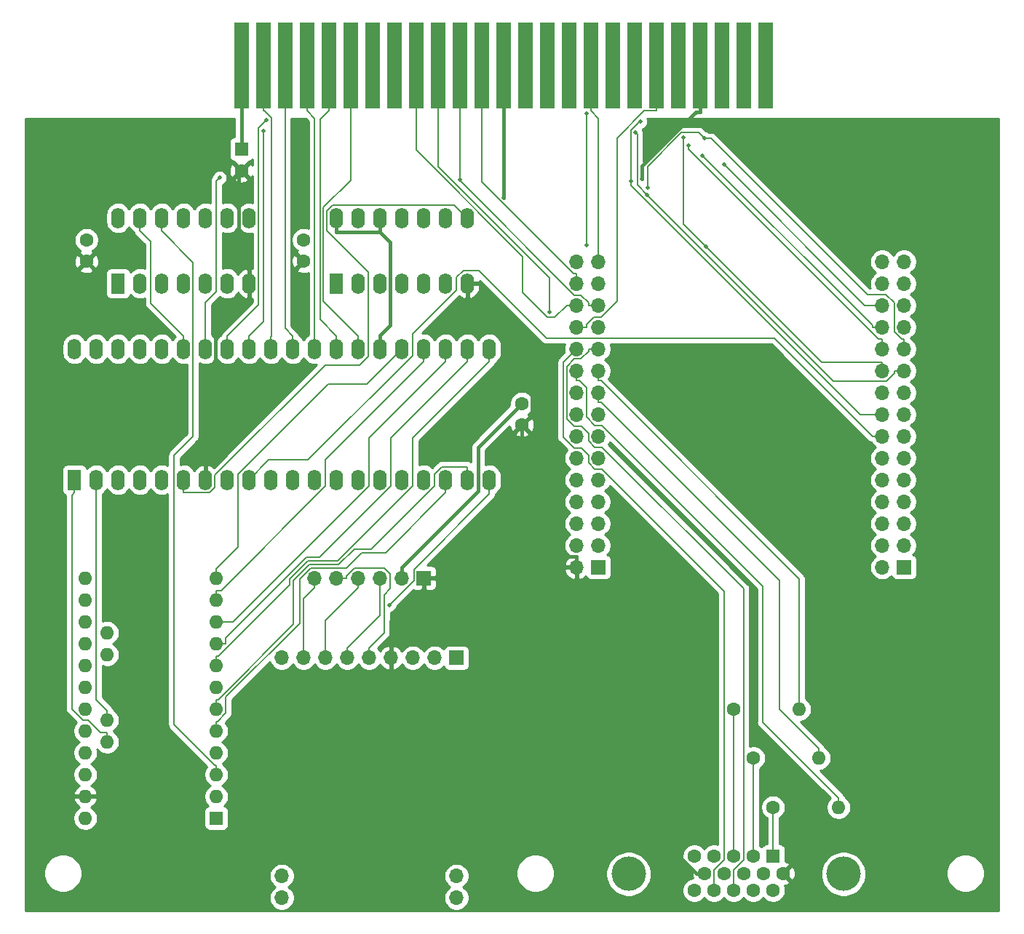
<source format=gbl>
G04 #@! TF.GenerationSoftware,KiCad,Pcbnew,(5.1.9)-1*
G04 #@! TF.CreationDate,2026-02-04T18:39:53+09:00*
G04 #@! TF.ProjectId,MZ-1500_SD+NRF,4d5a2d31-3530-4305-9f53-442b4e52462e,rev?*
G04 #@! TF.SameCoordinates,PX4395450PY98005a8*
G04 #@! TF.FileFunction,Copper,L2,Bot*
G04 #@! TF.FilePolarity,Positive*
%FSLAX46Y46*%
G04 Gerber Fmt 4.6, Leading zero omitted, Abs format (unit mm)*
G04 Created by KiCad (PCBNEW (5.1.9)-1) date 2026-02-04 18:39:53*
%MOMM*%
%LPD*%
G01*
G04 APERTURE LIST*
G04 #@! TA.AperFunction,ComponentPad*
%ADD10C,1.600000*%
G04 #@! TD*
G04 #@! TA.AperFunction,ComponentPad*
%ADD11R,1.700000X1.700000*%
G04 #@! TD*
G04 #@! TA.AperFunction,ComponentPad*
%ADD12O,1.700000X1.700000*%
G04 #@! TD*
G04 #@! TA.AperFunction,ComponentPad*
%ADD13O,1.600000X2.400000*%
G04 #@! TD*
G04 #@! TA.AperFunction,ComponentPad*
%ADD14R,1.600000X2.400000*%
G04 #@! TD*
G04 #@! TA.AperFunction,ComponentPad*
%ADD15R,1.600000X1.600000*%
G04 #@! TD*
G04 #@! TA.AperFunction,ComponentPad*
%ADD16O,1.600000X1.600000*%
G04 #@! TD*
G04 #@! TA.AperFunction,ConnectorPad*
%ADD17R,1.780000X10.000000*%
G04 #@! TD*
G04 #@! TA.AperFunction,ComponentPad*
%ADD18C,4.000000*%
G04 #@! TD*
G04 #@! TA.AperFunction,ViaPad*
%ADD19C,0.500000*%
G04 #@! TD*
G04 #@! TA.AperFunction,Conductor*
%ADD20C,0.400000*%
G04 #@! TD*
G04 #@! TA.AperFunction,Conductor*
%ADD21C,0.200000*%
G04 #@! TD*
G04 #@! TA.AperFunction,Conductor*
%ADD22C,0.254000*%
G04 #@! TD*
G04 #@! TA.AperFunction,Conductor*
%ADD23C,0.100000*%
G04 #@! TD*
G04 APERTURE END LIST*
D10*
X7747000Y76240000D03*
X7747000Y78740000D03*
X33020000Y78740000D03*
X33020000Y76240000D03*
X58420000Y59690000D03*
X58420000Y57190000D03*
D11*
X46990000Y39370000D03*
D12*
X44450000Y39370000D03*
X41910000Y39370000D03*
X39370000Y39370000D03*
X36830000Y39370000D03*
X34290000Y39370000D03*
D13*
X36830000Y81280000D03*
X52070000Y73660000D03*
X39370000Y81280000D03*
X49530000Y73660000D03*
X41910000Y81280000D03*
X46990000Y73660000D03*
X44450000Y81280000D03*
X44450000Y73660000D03*
X46990000Y81280000D03*
X41910000Y73660000D03*
X49530000Y81280000D03*
X39370000Y73660000D03*
X52070000Y81280000D03*
D14*
X36830000Y73660000D03*
X6350000Y50800000D03*
D13*
X54610000Y66040000D03*
X8890000Y50800000D03*
X52070000Y66040000D03*
X11430000Y50800000D03*
X49530000Y66040000D03*
X13970000Y50800000D03*
X46990000Y66040000D03*
X16510000Y50800000D03*
X44450000Y66040000D03*
X19050000Y50800000D03*
X41910000Y66040000D03*
X21590000Y50800000D03*
X39370000Y66040000D03*
X24130000Y50800000D03*
X36830000Y66040000D03*
X26670000Y50800000D03*
X34290000Y66040000D03*
X29210000Y50800000D03*
X31750000Y66040000D03*
X31750000Y50800000D03*
X29210000Y66040000D03*
X34290000Y50800000D03*
X26670000Y66040000D03*
X36830000Y50800000D03*
X24130000Y66040000D03*
X39370000Y50800000D03*
X21590000Y66040000D03*
X41910000Y50800000D03*
X19050000Y66040000D03*
X44450000Y50800000D03*
X16510000Y66040000D03*
X46990000Y50800000D03*
X13970000Y66040000D03*
X49530000Y50800000D03*
X11430000Y66040000D03*
X52070000Y50800000D03*
X8890000Y66040000D03*
X54610000Y50800000D03*
X6350000Y66040000D03*
D11*
X50800000Y30099000D03*
D12*
X48260000Y30099000D03*
X45720000Y30099000D03*
X43180000Y30099000D03*
X40640000Y30099000D03*
X38100000Y30099000D03*
X35560000Y30099000D03*
X33020000Y30099000D03*
X30480000Y30099000D03*
X30480000Y2159000D03*
X30480000Y4699000D03*
X50800000Y2159000D03*
X50800000Y4699000D03*
D15*
X22860000Y11430000D03*
D16*
X22860000Y13970000D03*
X22860000Y16510000D03*
X7620000Y39370000D03*
X22860000Y19050000D03*
X7620000Y36830000D03*
X22860000Y21590000D03*
X7620000Y34290000D03*
X22860000Y24130000D03*
X7620000Y31750000D03*
X22860000Y26670000D03*
X7620000Y29210000D03*
X22860000Y29210000D03*
X7620000Y26670000D03*
X22860000Y31750000D03*
X7620000Y24130000D03*
X22860000Y34290000D03*
X7620000Y21590000D03*
X22860000Y36830000D03*
X7620000Y19050000D03*
X22860000Y39370000D03*
X7620000Y16510000D03*
X7620000Y13970000D03*
X7620000Y11430000D03*
X10160000Y20320000D03*
X10160000Y22860000D03*
X10160000Y30480000D03*
X10160000Y33020000D03*
D17*
X25764000Y99060000D03*
X28304000Y99060000D03*
X30844000Y99060000D03*
X33384000Y99060000D03*
X35924000Y99060000D03*
X38464000Y99060000D03*
X41004000Y99060000D03*
X43544000Y99060000D03*
X46084000Y99060000D03*
X48624000Y99060000D03*
X51164000Y99060000D03*
X53704000Y99060000D03*
X56244000Y99060000D03*
X58784000Y99060000D03*
X61324000Y99060000D03*
X63864000Y99060000D03*
X66404000Y99060000D03*
X68944000Y99060000D03*
X71484000Y99060000D03*
X74024000Y99060000D03*
X76564000Y99060000D03*
X79104000Y99060000D03*
X81644000Y99060000D03*
X84184000Y99060000D03*
X86724000Y99060000D03*
D15*
X25768300Y89293700D03*
D10*
X25768300Y86793700D03*
D15*
X87630000Y6985000D03*
D10*
X85340000Y6985000D03*
X83050000Y6985000D03*
X80760000Y6985000D03*
X78470000Y6985000D03*
X88775000Y5005000D03*
X86485000Y5005000D03*
X84195000Y5005000D03*
X81905000Y5005000D03*
X79615000Y5005000D03*
X87630000Y3025000D03*
X85340000Y3025000D03*
X83050000Y3025000D03*
X80760000Y3025000D03*
X78470000Y3025000D03*
D18*
X70815000Y4935000D03*
X95815000Y4935000D03*
D10*
X87630000Y12700000D03*
D16*
X95250000Y12700000D03*
X90678000Y24130000D03*
D10*
X83058000Y24130000D03*
X85344000Y18415000D03*
D16*
X92964000Y18415000D03*
D14*
X11430000Y73660000D03*
D13*
X26670000Y81280000D03*
X13970000Y73660000D03*
X24130000Y81280000D03*
X16510000Y73660000D03*
X21590000Y81280000D03*
X19050000Y73660000D03*
X19050000Y81280000D03*
X21590000Y73660000D03*
X16510000Y81280000D03*
X24130000Y73660000D03*
X13970000Y81280000D03*
X26670000Y73660000D03*
X11430000Y81280000D03*
D11*
X102870000Y40640000D03*
D12*
X100330000Y40640000D03*
X102870000Y43180000D03*
X100330000Y43180000D03*
X102870000Y45720000D03*
X100330000Y45720000D03*
X102870000Y48260000D03*
X100330000Y48260000D03*
X102870000Y50800000D03*
X100330000Y50800000D03*
X102870000Y53340000D03*
X100330000Y53340000D03*
X102870000Y55880000D03*
X100330000Y55880000D03*
X102870000Y58420000D03*
X100330000Y58420000D03*
X102870000Y60960000D03*
X100330000Y60960000D03*
X102870000Y63500000D03*
X100330000Y63500000D03*
X102870000Y66040000D03*
X100330000Y66040000D03*
X102870000Y68580000D03*
X100330000Y68580000D03*
X102870000Y71120000D03*
X100330000Y71120000D03*
X102870000Y73660000D03*
X100330000Y73660000D03*
X102870000Y76200000D03*
X100330000Y76200000D03*
X64770000Y76200000D03*
X67310000Y76200000D03*
X64770000Y73660000D03*
X67310000Y73660000D03*
X64770000Y71120000D03*
X67310000Y71120000D03*
X64770000Y68580000D03*
X67310000Y68580000D03*
X64770000Y66040000D03*
X67310000Y66040000D03*
X64770000Y63500000D03*
X67310000Y63500000D03*
X64770000Y60960000D03*
X67310000Y60960000D03*
X64770000Y58420000D03*
X67310000Y58420000D03*
X64770000Y55880000D03*
X67310000Y55880000D03*
X64770000Y53340000D03*
X67310000Y53340000D03*
X64770000Y50800000D03*
X67310000Y50800000D03*
X64770000Y48260000D03*
X67310000Y48260000D03*
X64770000Y45720000D03*
X67310000Y45720000D03*
X64770000Y43180000D03*
X67310000Y43180000D03*
X64770000Y40640000D03*
D11*
X67310000Y40640000D03*
D19*
X72379000Y85862800D03*
X78640500Y93495500D03*
X56317100Y83645100D03*
X23239000Y85956600D03*
X28695200Y92653400D03*
X28329900Y91394900D03*
X72198000Y92488900D03*
X71079100Y85565600D03*
X65937700Y93411400D03*
X65937700Y78124100D03*
X72998400Y83961300D03*
X71621600Y91234200D03*
X79780400Y77981200D03*
X77205600Y90666500D03*
X73068400Y84844400D03*
X79660200Y90528700D03*
X61578800Y70315400D03*
X51164000Y85737500D03*
X81947300Y87480300D03*
X79398500Y88572400D03*
X77817200Y89715800D03*
X42953100Y36241600D03*
D20*
X41910000Y67640300D02*
X43110500Y68840800D01*
X43110500Y68840800D02*
X43110500Y78479200D01*
X43110500Y78479200D02*
X41910000Y79679700D01*
X44450000Y39370000D02*
X44450000Y40620300D01*
X58420000Y59690000D02*
X53340000Y54610000D01*
X53340000Y54610000D02*
X53340000Y49510300D01*
X53340000Y49510300D02*
X44450000Y40620300D01*
X25764000Y99060000D02*
X25764000Y93659700D01*
X25768300Y89293700D02*
X25768300Y93655400D01*
X25768300Y93655400D02*
X25764000Y93659700D01*
X36830000Y81280000D02*
X36830000Y79679700D01*
X36830000Y79679700D02*
X41910000Y79679700D01*
X41910000Y81280000D02*
X41910000Y79679700D01*
X41910000Y66040000D02*
X41910000Y67640300D01*
X78640500Y93495500D02*
X78548900Y93495500D01*
X78548900Y93495500D02*
X72379000Y87325600D01*
X72379000Y87325600D02*
X72379000Y85862800D01*
X58420000Y57190000D02*
X59620400Y58390400D01*
X59620400Y58390400D02*
X59620400Y64509300D01*
X59620400Y64509300D02*
X52070000Y72059700D01*
X58420000Y45432900D02*
X58420000Y57190000D01*
X52070000Y73660000D02*
X52070000Y72059700D01*
X56317100Y83645100D02*
X56244000Y83718200D01*
X56244000Y83718200D02*
X56244000Y93659700D01*
X79104000Y93659700D02*
X78804700Y93659700D01*
X78804700Y93659700D02*
X78640500Y93495500D01*
X79104000Y99060000D02*
X79104000Y93659700D01*
X56244000Y99060000D02*
X56244000Y93659700D01*
X26670000Y75260300D02*
X25435400Y76494900D01*
X25435400Y76494900D02*
X25435400Y86460800D01*
X25435400Y86460800D02*
X25768300Y86793700D01*
X58420000Y45432900D02*
X54303200Y45432900D01*
X54303200Y45432900D02*
X48240300Y39370000D01*
X64770000Y41890300D02*
X61962600Y41890300D01*
X61962600Y41890300D02*
X58420000Y45432900D01*
X46990000Y39370000D02*
X48240300Y39370000D01*
X64770000Y40640000D02*
X64770000Y41890300D01*
X79615000Y5005000D02*
X78711400Y5005000D01*
X78711400Y5005000D02*
X64770000Y18946400D01*
X64770000Y18946400D02*
X64770000Y40640000D01*
X26670000Y73660000D02*
X26670000Y72059700D01*
X21590000Y50800000D02*
X21590000Y52400300D01*
X21590000Y52400300D02*
X22790400Y53600700D01*
X22790400Y53600700D02*
X22790400Y68180100D01*
X22790400Y68180100D02*
X26670000Y72059700D01*
X46990000Y39370000D02*
X46990000Y38119700D01*
X43180000Y30099000D02*
X43180000Y34309700D01*
X43180000Y34309700D02*
X46990000Y38119700D01*
X26670000Y73660000D02*
X26670000Y75260300D01*
D21*
X21590000Y66040000D02*
X21590000Y71459800D01*
X21590000Y71459800D02*
X22860000Y72729800D01*
X22860000Y72729800D02*
X22860000Y85577600D01*
X22860000Y85577600D02*
X23239000Y85956600D01*
X24130000Y67540300D02*
X27779100Y71189400D01*
X27779100Y71189400D02*
X27779100Y91737300D01*
X27779100Y91737300D02*
X28695200Y92653400D01*
X24130000Y66040000D02*
X24130000Y67540300D01*
X26670000Y67540300D02*
X28329900Y69200200D01*
X28329900Y69200200D02*
X28329900Y91394900D01*
X26670000Y66040000D02*
X26670000Y67540300D01*
X29210000Y67540300D02*
X29248300Y67578600D01*
X29248300Y67578600D02*
X29248300Y92942800D01*
X29248300Y92942800D02*
X28431400Y93759700D01*
X28431400Y93759700D02*
X28304000Y93759700D01*
X28304000Y99060000D02*
X28304000Y93759700D01*
X29210000Y66040000D02*
X29210000Y67540300D01*
X30844000Y93759700D02*
X30844000Y68446300D01*
X30844000Y68446300D02*
X31750000Y67540300D01*
X30844000Y99060000D02*
X30844000Y93759700D01*
X31750000Y66040000D02*
X31750000Y67540300D01*
X33384000Y99060000D02*
X33384000Y93759700D01*
X34290000Y66040000D02*
X34290000Y92853700D01*
X34290000Y92853700D02*
X33384000Y93759700D01*
X35924000Y93759700D02*
X34918300Y92754000D01*
X34918300Y92754000D02*
X34918300Y69452000D01*
X34918300Y69452000D02*
X36830000Y67540300D01*
X35924000Y99060000D02*
X35924000Y93759700D01*
X36830000Y66040000D02*
X36830000Y67540300D01*
X38464000Y99060000D02*
X38464000Y85700200D01*
X38464000Y85700200D02*
X35318600Y82554800D01*
X35318600Y82554800D02*
X35318600Y71591700D01*
X35318600Y71591700D02*
X39370000Y67540300D01*
X39370000Y66040000D02*
X39370000Y67540300D01*
X100330000Y55880000D02*
X99179700Y55880000D01*
X99179700Y55880000D02*
X87749700Y67310000D01*
X87749700Y67310000D02*
X61246900Y67310000D01*
X61246900Y67310000D02*
X53394800Y75162100D01*
X53394800Y75162100D02*
X51603300Y75162100D01*
X51603300Y75162100D02*
X50800000Y74358800D01*
X50800000Y74358800D02*
X50800000Y72896300D01*
X50800000Y72896300D02*
X45720000Y67816300D01*
X45720000Y67816300D02*
X45720000Y65289800D01*
X45720000Y65289800D02*
X33540000Y53109800D01*
X33540000Y53109800D02*
X28979800Y53109800D01*
X28979800Y53109800D02*
X26670000Y50800000D01*
X71079100Y85565600D02*
X71079100Y85102400D01*
X71079100Y85102400D02*
X97761500Y58420000D01*
X97761500Y58420000D02*
X100330000Y58420000D01*
X72198000Y92488900D02*
X72098100Y92488900D01*
X72098100Y92488900D02*
X71071300Y91462100D01*
X71071300Y91462100D02*
X71071300Y85573400D01*
X71071300Y85573400D02*
X71079100Y85565600D01*
X65937700Y93411400D02*
X65937700Y78124100D01*
X72998400Y83961300D02*
X71828600Y85131100D01*
X71828600Y85131100D02*
X71828600Y91027200D01*
X71828600Y91027200D02*
X71621600Y91234200D01*
X101719700Y63500000D02*
X101719700Y63212400D01*
X101719700Y63212400D02*
X100816700Y62309400D01*
X100816700Y62309400D02*
X94650300Y62309400D01*
X94650300Y62309400D02*
X72998400Y83961300D01*
X102870000Y63500000D02*
X101719700Y63500000D01*
X100330000Y64484500D02*
X93277100Y64484500D01*
X93277100Y64484500D02*
X79780400Y77981200D01*
X79780400Y77981200D02*
X77205600Y80556000D01*
X77205600Y80556000D02*
X77205600Y90666500D01*
X100330000Y63500000D02*
X100330000Y64484500D01*
X79660200Y90528700D02*
X78972100Y91216800D01*
X78972100Y91216800D02*
X76977700Y91216800D01*
X76977700Y91216800D02*
X73068400Y87307500D01*
X73068400Y87307500D02*
X73068400Y84844400D01*
X102870000Y67190300D02*
X102582300Y67190300D01*
X102582300Y67190300D02*
X101719700Y68052900D01*
X101719700Y68052900D02*
X101719700Y71418800D01*
X101719700Y71418800D02*
X100748500Y72390000D01*
X100748500Y72390000D02*
X98581700Y72390000D01*
X98581700Y72390000D02*
X80443000Y90528700D01*
X80443000Y90528700D02*
X79660200Y90528700D01*
X102870000Y66040000D02*
X102870000Y67190300D01*
X61578800Y70315400D02*
X61578800Y74323500D01*
X61578800Y74323500D02*
X48624000Y87278300D01*
X48624000Y87278300D02*
X48624000Y99060000D01*
X46084000Y99060000D02*
X46084000Y89252000D01*
X46084000Y89252000D02*
X58525100Y76810900D01*
X58525100Y76810900D02*
X58525100Y72590700D01*
X58525100Y72590700D02*
X61394700Y69721100D01*
X61394700Y69721100D02*
X62220800Y69721100D01*
X62220800Y69721100D02*
X63619700Y71120000D01*
X64770000Y71120000D02*
X63619700Y71120000D01*
X22860000Y16510000D02*
X22860000Y17610300D01*
X16510000Y81280000D02*
X16510000Y79779700D01*
X16510000Y79779700D02*
X20157700Y76132000D01*
X20157700Y76132000D02*
X20157700Y55880400D01*
X20157700Y55880400D02*
X17938000Y53660700D01*
X17938000Y53660700D02*
X17938000Y22304300D01*
X17938000Y22304300D02*
X22632000Y17610300D01*
X22632000Y17610300D02*
X22860000Y17610300D01*
X13970000Y81280000D02*
X13970000Y79779700D01*
X19050000Y66040000D02*
X19050000Y67540300D01*
X19050000Y67540300D02*
X15240000Y71350300D01*
X15240000Y71350300D02*
X15240000Y78509700D01*
X15240000Y78509700D02*
X13970000Y79779700D01*
X67310000Y77350300D02*
X67310000Y92853700D01*
X67310000Y92853700D02*
X66404000Y93759700D01*
X67310000Y76200000D02*
X67310000Y77350300D01*
X66404000Y99060000D02*
X66404000Y93759700D01*
X51164000Y85737500D02*
X51164000Y85616600D01*
X51164000Y85616600D02*
X64510300Y72270300D01*
X64510300Y72270300D02*
X65297100Y72270300D01*
X65297100Y72270300D02*
X66159700Y71407700D01*
X66159700Y71407700D02*
X66159700Y71120000D01*
X51164000Y99060000D02*
X51164000Y85737500D01*
X67310000Y71120000D02*
X66159700Y71120000D01*
X40640000Y30099000D02*
X40640000Y31249300D01*
X36830000Y39370000D02*
X37980300Y39370000D01*
X37980300Y39370000D02*
X37980300Y39607100D01*
X37980300Y39607100D02*
X38893600Y40520400D01*
X38893600Y40520400D02*
X42404400Y40520400D01*
X42404400Y40520400D02*
X43093800Y39831000D01*
X43093800Y39831000D02*
X43093800Y38131800D01*
X43093800Y38131800D02*
X42402700Y37440700D01*
X42402700Y37440700D02*
X42402700Y33012000D01*
X42402700Y33012000D02*
X40640000Y31249300D01*
X41910000Y39370000D02*
X41910000Y35059300D01*
X41910000Y35059300D02*
X38100000Y31249300D01*
X38100000Y30099000D02*
X38100000Y31249300D01*
X39370000Y39370000D02*
X39370000Y38219700D01*
X39370000Y38219700D02*
X35560000Y34409700D01*
X35560000Y34409700D02*
X35560000Y30099000D01*
X34290000Y39370000D02*
X34290000Y38219700D01*
X33020000Y30099000D02*
X33020000Y36949700D01*
X33020000Y36949700D02*
X34290000Y38219700D01*
X99179700Y71120000D02*
X98307600Y71120000D01*
X98307600Y71120000D02*
X81947300Y87480300D01*
X100330000Y71120000D02*
X99179700Y71120000D01*
X99179700Y68580000D02*
X99179700Y68791200D01*
X99179700Y68791200D02*
X79398500Y88572400D01*
X100330000Y68580000D02*
X99179700Y68580000D01*
X100330000Y67190300D02*
X99919200Y67190300D01*
X99919200Y67190300D02*
X77817200Y89292300D01*
X77817200Y89292300D02*
X77817200Y89715800D01*
X100330000Y66040000D02*
X100330000Y67190300D01*
X64770000Y74810300D02*
X64373300Y74810300D01*
X64373300Y74810300D02*
X53704000Y85479600D01*
X53704000Y85479600D02*
X53704000Y93759700D01*
X53704000Y99060000D02*
X53704000Y93759700D01*
X64770000Y73660000D02*
X64770000Y74810300D01*
X74024000Y99060000D02*
X74024000Y93759700D01*
X64770000Y68580000D02*
X65920300Y68580000D01*
X65920300Y68580000D02*
X65920300Y68867700D01*
X65920300Y68867700D02*
X66782900Y69730300D01*
X66782900Y69730300D02*
X67593900Y69730300D01*
X67593900Y69730300D02*
X69467200Y71603600D01*
X69467200Y71603600D02*
X69467200Y90571100D01*
X69467200Y90571100D02*
X72655800Y93759700D01*
X72655800Y93759700D02*
X74024000Y93759700D01*
X87630000Y12700000D02*
X87630000Y6985000D01*
X85344000Y18415000D02*
X85340000Y18411000D01*
X85340000Y18411000D02*
X85340000Y6985000D01*
X83058000Y24130000D02*
X83050000Y24122000D01*
X83050000Y24122000D02*
X83050000Y6985000D01*
X66159700Y66040000D02*
X66159700Y65752300D01*
X66159700Y65752300D02*
X65297100Y64889700D01*
X65297100Y64889700D02*
X64531800Y64889700D01*
X64531800Y64889700D02*
X63617700Y63975600D01*
X63617700Y63975600D02*
X63617700Y57917200D01*
X63617700Y57917200D02*
X64504500Y57030400D01*
X64504500Y57030400D02*
X65308100Y57030400D01*
X65308100Y57030400D02*
X66159600Y56178900D01*
X66159600Y56178900D02*
X66159600Y55341900D01*
X66159600Y55341900D02*
X66891500Y54610000D01*
X66891500Y54610000D02*
X67726100Y54610000D01*
X67726100Y54610000D02*
X84195000Y38141100D01*
X84195000Y38141100D02*
X84195000Y6561300D01*
X84195000Y6561300D02*
X83050000Y5416300D01*
X83050000Y5416300D02*
X83050000Y3025000D01*
X67310000Y66040000D02*
X66159700Y66040000D01*
X64770000Y66040000D02*
X63201100Y64471100D01*
X63201100Y64471100D02*
X63201100Y55795900D01*
X63201100Y55795900D02*
X64506600Y54490400D01*
X64506600Y54490400D02*
X65308100Y54490400D01*
X65308100Y54490400D02*
X66159600Y53638900D01*
X66159600Y53638900D02*
X66159600Y52801900D01*
X66159600Y52801900D02*
X66891500Y52070000D01*
X66891500Y52070000D02*
X67676000Y52070000D01*
X67676000Y52070000D02*
X81905000Y37841000D01*
X81905000Y37841000D02*
X81905000Y6561300D01*
X81905000Y6561300D02*
X80760000Y5416300D01*
X80760000Y5416300D02*
X80760000Y3025000D01*
X95250000Y12700000D02*
X95250000Y13800300D01*
X64770000Y63500000D02*
X64770000Y62349700D01*
X64770000Y62349700D02*
X65057700Y62349700D01*
X65057700Y62349700D02*
X65920300Y61487100D01*
X65920300Y61487100D02*
X65920300Y58121200D01*
X65920300Y58121200D02*
X66891500Y57150000D01*
X66891500Y57150000D02*
X67675900Y57150000D01*
X67675900Y57150000D02*
X86444400Y38381500D01*
X86444400Y38381500D02*
X86444400Y22605900D01*
X86444400Y22605900D02*
X95250000Y13800300D01*
X67310000Y63500000D02*
X67310000Y62349700D01*
X67310000Y62349700D02*
X67597600Y62349700D01*
X67597600Y62349700D02*
X90678000Y39269300D01*
X90678000Y39269300D02*
X90678000Y24130000D01*
X92964000Y18415000D02*
X92964000Y19515300D01*
X67310000Y60960000D02*
X67310000Y59809700D01*
X67310000Y59809700D02*
X67597600Y59809700D01*
X67597600Y59809700D02*
X88349400Y39057900D01*
X88349400Y39057900D02*
X88349400Y24129900D01*
X88349400Y24129900D02*
X92964000Y19515300D01*
X19050000Y50800000D02*
X19050000Y49299700D01*
X19050000Y49299700D02*
X22069500Y49299700D01*
X22069500Y49299700D02*
X22690400Y49920600D01*
X22690400Y49920600D02*
X22690400Y51332900D01*
X22690400Y51332900D02*
X35524200Y64166700D01*
X35524200Y64166700D02*
X39501900Y64166700D01*
X39501900Y64166700D02*
X40507200Y65172000D01*
X40507200Y65172000D02*
X40507200Y74991600D01*
X40507200Y74991600D02*
X35718900Y79779900D01*
X35718900Y79779900D02*
X35718900Y82130700D01*
X35718900Y82130700D02*
X36398000Y82809800D01*
X36398000Y82809800D02*
X50540200Y82809800D01*
X50540200Y82809800D02*
X52070000Y81280000D01*
X6350000Y50800000D02*
X6350000Y49299700D01*
X10160000Y20320000D02*
X10160000Y21420300D01*
X10160000Y21420300D02*
X9377300Y21420300D01*
X9377300Y21420300D02*
X7937600Y22860000D01*
X7937600Y22860000D02*
X7317100Y22860000D01*
X7317100Y22860000D02*
X6066000Y24111100D01*
X6066000Y24111100D02*
X6066000Y49015700D01*
X6066000Y49015700D02*
X6350000Y49299700D01*
X54610000Y64539700D02*
X45720000Y55649700D01*
X45720000Y55649700D02*
X45720000Y50102400D01*
X45720000Y50102400D02*
X37004400Y41386800D01*
X37004400Y41386800D02*
X33537400Y41386800D01*
X33537400Y41386800D02*
X31376600Y39226000D01*
X31376600Y39226000D02*
X31376600Y38589100D01*
X31376600Y38589100D02*
X23097800Y30310300D01*
X23097800Y30310300D02*
X22860000Y30310300D01*
X54610000Y66040000D02*
X54610000Y64539700D01*
X22860000Y29210000D02*
X22860000Y30310300D01*
X10160000Y22860000D02*
X10160000Y23960300D01*
X10160000Y23960300D02*
X8890000Y25230300D01*
X8890000Y25230300D02*
X8890000Y50800000D01*
X52070000Y64539700D02*
X43180000Y55649700D01*
X43180000Y55649700D02*
X43180000Y50109500D01*
X43180000Y50109500D02*
X34857600Y41787100D01*
X34857600Y41787100D02*
X33371600Y41787100D01*
X33371600Y41787100D02*
X23960300Y32375800D01*
X23960300Y32375800D02*
X23960300Y31750000D01*
X22860000Y31750000D02*
X23960300Y31750000D01*
X52070000Y66040000D02*
X52070000Y64539700D01*
X49530000Y66040000D02*
X49530000Y64539700D01*
X22860000Y34290000D02*
X24820500Y34290000D01*
X24820500Y34290000D02*
X40640000Y50109500D01*
X40640000Y50109500D02*
X40640000Y55649700D01*
X40640000Y55649700D02*
X49530000Y64539700D01*
X46990000Y66040000D02*
X46990000Y64539700D01*
X22860000Y36830000D02*
X22860000Y37930300D01*
X22860000Y37930300D02*
X23410100Y37930300D01*
X23410100Y37930300D02*
X35560000Y50080200D01*
X35560000Y50080200D02*
X35560000Y53109700D01*
X35560000Y53109700D02*
X46990000Y64539700D01*
X22860000Y39370000D02*
X22860000Y40470300D01*
X22860000Y40470300D02*
X25400000Y43010300D01*
X25400000Y43010300D02*
X25400000Y51492600D01*
X25400000Y51492600D02*
X35900700Y61993300D01*
X35900700Y61993300D02*
X40403300Y61993300D01*
X40403300Y61993300D02*
X44450000Y66040000D01*
X49530000Y50800000D02*
X49530000Y49299700D01*
X22860000Y21590000D02*
X22860000Y22690300D01*
X22860000Y22690300D02*
X22997700Y22690300D01*
X22997700Y22690300D02*
X23960300Y23652900D01*
X23960300Y23652900D02*
X23960300Y25536300D01*
X23960300Y25536300D02*
X32548700Y34124700D01*
X32548700Y34124700D02*
X32548700Y39260600D01*
X32548700Y39260600D02*
X33808400Y40520300D01*
X33808400Y40520300D02*
X37989700Y40520300D01*
X37989700Y40520300D02*
X39791200Y42321800D01*
X39791200Y42321800D02*
X42552100Y42321800D01*
X42552100Y42321800D02*
X49530000Y49299700D01*
X52070000Y52300300D02*
X49066600Y52300300D01*
X49066600Y52300300D02*
X48260000Y51493700D01*
X48260000Y51493700D02*
X48260000Y50071100D01*
X48260000Y50071100D02*
X40911000Y42722100D01*
X40911000Y42722100D02*
X38906100Y42722100D01*
X38906100Y42722100D02*
X37104700Y40920700D01*
X37104700Y40920700D02*
X33637600Y40920700D01*
X33637600Y40920700D02*
X31840500Y39123600D01*
X31840500Y39123600D02*
X31840500Y33982800D01*
X31840500Y33982800D02*
X23088000Y25230300D01*
X23088000Y25230300D02*
X22860000Y25230300D01*
X52070000Y50800000D02*
X52070000Y52300300D01*
X22860000Y24130000D02*
X22860000Y25230300D01*
X42953100Y36241600D02*
X45839600Y39128100D01*
X45839600Y39128100D02*
X45839600Y40365800D01*
X45839600Y40365800D02*
X54610000Y49136200D01*
X54610000Y49136200D02*
X54610000Y50800000D01*
D22*
X24933300Y90728325D02*
X24843818Y90719512D01*
X24724120Y90683202D01*
X24613806Y90624237D01*
X24517115Y90544885D01*
X24437763Y90448194D01*
X24378798Y90337880D01*
X24342488Y90218182D01*
X24330228Y90093700D01*
X24330228Y88493700D01*
X24342488Y88369218D01*
X24378798Y88249520D01*
X24437763Y88139206D01*
X24517115Y88042515D01*
X24613806Y87963163D01*
X24724120Y87904198D01*
X24843818Y87867888D01*
X24968300Y87855628D01*
X24975515Y87855628D01*
X24955203Y87786402D01*
X25768300Y86973305D01*
X26581397Y87786402D01*
X26561085Y87855628D01*
X26568300Y87855628D01*
X26692782Y87867888D01*
X26812480Y87904198D01*
X26922794Y87963163D01*
X27019485Y88042515D01*
X27044101Y88072510D01*
X27044101Y87462007D01*
X27004971Y87535214D01*
X26761002Y87606797D01*
X25947905Y86793700D01*
X26761002Y85980603D01*
X27004971Y86052186D01*
X27044101Y86134883D01*
X27044101Y83066088D01*
X26951308Y83094236D01*
X26670000Y83121943D01*
X26388691Y83094236D01*
X26118192Y83012182D01*
X25868899Y82878932D01*
X25650392Y82699607D01*
X25471068Y82481100D01*
X25400000Y82348142D01*
X25328932Y82481101D01*
X25149607Y82699608D01*
X24931100Y82878932D01*
X24681807Y83012182D01*
X24411308Y83094236D01*
X24130000Y83121943D01*
X23848691Y83094236D01*
X23595000Y83017281D01*
X23595000Y85146143D01*
X23658205Y85172323D01*
X23803155Y85269176D01*
X23926424Y85392445D01*
X24023277Y85537395D01*
X24089990Y85698455D01*
X24110387Y85800998D01*
X24955203Y85800998D01*
X25026786Y85557029D01*
X25282296Y85436129D01*
X25556484Y85367400D01*
X25838812Y85353483D01*
X26118430Y85394913D01*
X26384592Y85490097D01*
X26509814Y85557029D01*
X26581397Y85800998D01*
X25768300Y86614095D01*
X24955203Y85800998D01*
X24110387Y85800998D01*
X24124000Y85869435D01*
X24124000Y86043765D01*
X24089990Y86214745D01*
X24023277Y86375805D01*
X23926424Y86520755D01*
X23803155Y86644024D01*
X23684679Y86723188D01*
X24328083Y86723188D01*
X24369513Y86443570D01*
X24464697Y86177408D01*
X24531629Y86052186D01*
X24775598Y85980603D01*
X25588695Y86793700D01*
X24775598Y87606797D01*
X24531629Y87535214D01*
X24410729Y87279704D01*
X24342000Y87005516D01*
X24328083Y86723188D01*
X23684679Y86723188D01*
X23658205Y86740877D01*
X23497145Y86807590D01*
X23326165Y86841600D01*
X23151835Y86841600D01*
X22980855Y86807590D01*
X22819795Y86740877D01*
X22674845Y86644024D01*
X22551576Y86520755D01*
X22454723Y86375805D01*
X22388010Y86214745D01*
X22370706Y86127752D01*
X22365808Y86122854D01*
X22337763Y86099838D01*
X22245914Y85987920D01*
X22189077Y85881585D01*
X22177664Y85860233D01*
X22135635Y85721685D01*
X22121444Y85577600D01*
X22125001Y85541485D01*
X22125001Y83017280D01*
X21871308Y83094236D01*
X21590000Y83121943D01*
X21308691Y83094236D01*
X21038192Y83012182D01*
X20788899Y82878932D01*
X20570392Y82699607D01*
X20391068Y82481100D01*
X20320000Y82348142D01*
X20248932Y82481101D01*
X20069607Y82699608D01*
X19851100Y82878932D01*
X19601807Y83012182D01*
X19331308Y83094236D01*
X19050000Y83121943D01*
X18768691Y83094236D01*
X18498192Y83012182D01*
X18248899Y82878932D01*
X18030392Y82699607D01*
X17851068Y82481100D01*
X17780000Y82348142D01*
X17708932Y82481101D01*
X17529607Y82699608D01*
X17311100Y82878932D01*
X17061807Y83012182D01*
X16791308Y83094236D01*
X16510000Y83121943D01*
X16228691Y83094236D01*
X15958192Y83012182D01*
X15708899Y82878932D01*
X15490392Y82699607D01*
X15311068Y82481100D01*
X15240000Y82348142D01*
X15168932Y82481101D01*
X14989607Y82699608D01*
X14771100Y82878932D01*
X14521807Y83012182D01*
X14251308Y83094236D01*
X13970000Y83121943D01*
X13688691Y83094236D01*
X13418192Y83012182D01*
X13168899Y82878932D01*
X12950392Y82699607D01*
X12771068Y82481100D01*
X12700000Y82348142D01*
X12628932Y82481101D01*
X12449607Y82699608D01*
X12231100Y82878932D01*
X11981807Y83012182D01*
X11711308Y83094236D01*
X11430000Y83121943D01*
X11148691Y83094236D01*
X10878192Y83012182D01*
X10628899Y82878932D01*
X10410392Y82699607D01*
X10231068Y82481100D01*
X10097818Y82231807D01*
X10015764Y81961308D01*
X9995000Y81750491D01*
X9995000Y80809508D01*
X10015764Y80598691D01*
X10097818Y80328192D01*
X10231068Y80078899D01*
X10410393Y79860392D01*
X10628900Y79681068D01*
X10878193Y79547818D01*
X11148692Y79465764D01*
X11430000Y79438057D01*
X11711309Y79465764D01*
X11981808Y79547818D01*
X12231101Y79681068D01*
X12449608Y79860392D01*
X12628932Y80078899D01*
X12700000Y80211858D01*
X12771068Y80078899D01*
X12950393Y79860392D01*
X13168900Y79681068D01*
X13245174Y79640299D01*
X13245635Y79635615D01*
X13272269Y79547818D01*
X13287664Y79497067D01*
X13355914Y79369380D01*
X13447763Y79257462D01*
X13475808Y79234446D01*
X14505001Y78205252D01*
X14505001Y75397280D01*
X14251308Y75474236D01*
X13970000Y75501943D01*
X13688691Y75474236D01*
X13418192Y75392182D01*
X13168899Y75258932D01*
X12950392Y75079607D01*
X12857581Y74966517D01*
X12855812Y74984482D01*
X12819502Y75104180D01*
X12760537Y75214494D01*
X12681185Y75311185D01*
X12584494Y75390537D01*
X12474180Y75449502D01*
X12354482Y75485812D01*
X12230000Y75498072D01*
X10630000Y75498072D01*
X10505518Y75485812D01*
X10385820Y75449502D01*
X10275506Y75390537D01*
X10178815Y75311185D01*
X10099463Y75214494D01*
X10040498Y75104180D01*
X10004188Y74984482D01*
X9991928Y74860000D01*
X9991928Y72460000D01*
X10004188Y72335518D01*
X10040498Y72215820D01*
X10099463Y72105506D01*
X10178815Y72008815D01*
X10275506Y71929463D01*
X10385820Y71870498D01*
X10505518Y71834188D01*
X10630000Y71821928D01*
X12230000Y71821928D01*
X12354482Y71834188D01*
X12474180Y71870498D01*
X12584494Y71929463D01*
X12681185Y72008815D01*
X12760537Y72105506D01*
X12819502Y72215820D01*
X12855812Y72335518D01*
X12857581Y72353483D01*
X12950393Y72240392D01*
X13168900Y72061068D01*
X13418193Y71927818D01*
X13688692Y71845764D01*
X13970000Y71818057D01*
X14251309Y71845764D01*
X14505000Y71922719D01*
X14505000Y71386405D01*
X14501444Y71350300D01*
X14515635Y71206215D01*
X14523169Y71181380D01*
X14557663Y71067668D01*
X14625913Y70939981D01*
X14717762Y70828063D01*
X14745808Y70805046D01*
X18063816Y67487037D01*
X18030392Y67459607D01*
X17851068Y67241100D01*
X17780000Y67108142D01*
X17708932Y67241101D01*
X17529607Y67459608D01*
X17311100Y67638932D01*
X17061807Y67772182D01*
X16791308Y67854236D01*
X16510000Y67881943D01*
X16228691Y67854236D01*
X15958192Y67772182D01*
X15708899Y67638932D01*
X15490392Y67459607D01*
X15311068Y67241100D01*
X15240000Y67108142D01*
X15168932Y67241101D01*
X14989607Y67459608D01*
X14771100Y67638932D01*
X14521807Y67772182D01*
X14251308Y67854236D01*
X13970000Y67881943D01*
X13688691Y67854236D01*
X13418192Y67772182D01*
X13168899Y67638932D01*
X12950392Y67459607D01*
X12771068Y67241100D01*
X12700000Y67108142D01*
X12628932Y67241101D01*
X12449607Y67459608D01*
X12231100Y67638932D01*
X11981807Y67772182D01*
X11711308Y67854236D01*
X11430000Y67881943D01*
X11148691Y67854236D01*
X10878192Y67772182D01*
X10628899Y67638932D01*
X10410392Y67459607D01*
X10231068Y67241100D01*
X10160000Y67108142D01*
X10088932Y67241101D01*
X9909607Y67459608D01*
X9691100Y67638932D01*
X9441807Y67772182D01*
X9171308Y67854236D01*
X8890000Y67881943D01*
X8608691Y67854236D01*
X8338192Y67772182D01*
X8088899Y67638932D01*
X7870392Y67459607D01*
X7691068Y67241100D01*
X7620000Y67108142D01*
X7548932Y67241101D01*
X7369607Y67459608D01*
X7151100Y67638932D01*
X6901807Y67772182D01*
X6631308Y67854236D01*
X6350000Y67881943D01*
X6068691Y67854236D01*
X5798192Y67772182D01*
X5548899Y67638932D01*
X5330392Y67459607D01*
X5151068Y67241100D01*
X5017818Y66991807D01*
X4935764Y66721308D01*
X4915000Y66510491D01*
X4915000Y65569508D01*
X4935764Y65358691D01*
X5017818Y65088192D01*
X5151068Y64838899D01*
X5330393Y64620392D01*
X5548900Y64441068D01*
X5798193Y64307818D01*
X6068692Y64225764D01*
X6350000Y64198057D01*
X6631309Y64225764D01*
X6901808Y64307818D01*
X7151101Y64441068D01*
X7369608Y64620392D01*
X7548932Y64838899D01*
X7620000Y64971858D01*
X7691068Y64838899D01*
X7870393Y64620392D01*
X8088900Y64441068D01*
X8338193Y64307818D01*
X8608692Y64225764D01*
X8890000Y64198057D01*
X9171309Y64225764D01*
X9441808Y64307818D01*
X9691101Y64441068D01*
X9909608Y64620392D01*
X10088932Y64838899D01*
X10160000Y64971858D01*
X10231068Y64838899D01*
X10410393Y64620392D01*
X10628900Y64441068D01*
X10878193Y64307818D01*
X11148692Y64225764D01*
X11430000Y64198057D01*
X11711309Y64225764D01*
X11981808Y64307818D01*
X12231101Y64441068D01*
X12449608Y64620392D01*
X12628932Y64838899D01*
X12700000Y64971858D01*
X12771068Y64838899D01*
X12950393Y64620392D01*
X13168900Y64441068D01*
X13418193Y64307818D01*
X13688692Y64225764D01*
X13970000Y64198057D01*
X14251309Y64225764D01*
X14521808Y64307818D01*
X14771101Y64441068D01*
X14989608Y64620392D01*
X15168932Y64838899D01*
X15240000Y64971858D01*
X15311068Y64838899D01*
X15490393Y64620392D01*
X15708900Y64441068D01*
X15958193Y64307818D01*
X16228692Y64225764D01*
X16510000Y64198057D01*
X16791309Y64225764D01*
X17061808Y64307818D01*
X17311101Y64441068D01*
X17529608Y64620392D01*
X17708932Y64838899D01*
X17780000Y64971858D01*
X17851068Y64838899D01*
X18030393Y64620392D01*
X18248900Y64441068D01*
X18498193Y64307818D01*
X18768692Y64225764D01*
X19050000Y64198057D01*
X19331309Y64225764D01*
X19422701Y64253487D01*
X19422701Y56184848D01*
X17443808Y54205954D01*
X17415762Y54182937D01*
X17323913Y54071019D01*
X17255663Y53943332D01*
X17246269Y53912364D01*
X17213635Y53804785D01*
X17199444Y53660700D01*
X17203000Y53624595D01*
X17203000Y52456713D01*
X17061807Y52532182D01*
X16791308Y52614236D01*
X16510000Y52641943D01*
X16228691Y52614236D01*
X15958192Y52532182D01*
X15708899Y52398932D01*
X15490392Y52219607D01*
X15311068Y52001100D01*
X15240000Y51868142D01*
X15168932Y52001101D01*
X14989607Y52219608D01*
X14771100Y52398932D01*
X14521807Y52532182D01*
X14251308Y52614236D01*
X13970000Y52641943D01*
X13688691Y52614236D01*
X13418192Y52532182D01*
X13168899Y52398932D01*
X12950392Y52219607D01*
X12771068Y52001100D01*
X12700000Y51868142D01*
X12628932Y52001101D01*
X12449607Y52219608D01*
X12231100Y52398932D01*
X11981807Y52532182D01*
X11711308Y52614236D01*
X11430000Y52641943D01*
X11148691Y52614236D01*
X10878192Y52532182D01*
X10628899Y52398932D01*
X10410392Y52219607D01*
X10231068Y52001100D01*
X10160000Y51868142D01*
X10088932Y52001101D01*
X9909607Y52219608D01*
X9691100Y52398932D01*
X9441807Y52532182D01*
X9171308Y52614236D01*
X8890000Y52641943D01*
X8608691Y52614236D01*
X8338192Y52532182D01*
X8088899Y52398932D01*
X7870392Y52219607D01*
X7777581Y52106517D01*
X7775812Y52124482D01*
X7739502Y52244180D01*
X7680537Y52354494D01*
X7601185Y52451185D01*
X7504494Y52530537D01*
X7394180Y52589502D01*
X7274482Y52625812D01*
X7150000Y52638072D01*
X5550000Y52638072D01*
X5425518Y52625812D01*
X5305820Y52589502D01*
X5195506Y52530537D01*
X5098815Y52451185D01*
X5019463Y52354494D01*
X4960498Y52244180D01*
X4924188Y52124482D01*
X4911928Y52000000D01*
X4911928Y49600000D01*
X4924188Y49475518D01*
X4960498Y49355820D01*
X5019463Y49245506D01*
X5098815Y49148815D01*
X5195506Y49069463D01*
X5305820Y49010498D01*
X5328638Y49003576D01*
X5331001Y48979585D01*
X5331000Y24147205D01*
X5327444Y24111100D01*
X5340884Y23974637D01*
X5341635Y23967016D01*
X5383663Y23828468D01*
X5451913Y23700781D01*
X5543762Y23588863D01*
X5571808Y23565846D01*
X6569129Y22568525D01*
X6505363Y22504759D01*
X6348320Y22269727D01*
X6240147Y22008574D01*
X6185000Y21731335D01*
X6185000Y21448665D01*
X6240147Y21171426D01*
X6348320Y20910273D01*
X6505363Y20675241D01*
X6705241Y20475363D01*
X6937759Y20320000D01*
X6705241Y20164637D01*
X6505363Y19964759D01*
X6348320Y19729727D01*
X6240147Y19468574D01*
X6185000Y19191335D01*
X6185000Y18908665D01*
X6240147Y18631426D01*
X6348320Y18370273D01*
X6505363Y18135241D01*
X6705241Y17935363D01*
X6937759Y17780000D01*
X6705241Y17624637D01*
X6505363Y17424759D01*
X6348320Y17189727D01*
X6240147Y16928574D01*
X6185000Y16651335D01*
X6185000Y16368665D01*
X6240147Y16091426D01*
X6348320Y15830273D01*
X6505363Y15595241D01*
X6705241Y15395363D01*
X6940273Y15238320D01*
X6950865Y15233933D01*
X6764869Y15122385D01*
X6556481Y14933414D01*
X6388963Y14707420D01*
X6268754Y14453087D01*
X6228096Y14319039D01*
X6350085Y14097000D01*
X7493000Y14097000D01*
X7493000Y14117000D01*
X7747000Y14117000D01*
X7747000Y14097000D01*
X8889915Y14097000D01*
X9011904Y14319039D01*
X8971246Y14453087D01*
X8851037Y14707420D01*
X8683519Y14933414D01*
X8475131Y15122385D01*
X8289135Y15233933D01*
X8299727Y15238320D01*
X8534759Y15395363D01*
X8734637Y15595241D01*
X8891680Y15830273D01*
X8999853Y16091426D01*
X9055000Y16368665D01*
X9055000Y16651335D01*
X8999853Y16928574D01*
X8891680Y17189727D01*
X8734637Y17424759D01*
X8534759Y17624637D01*
X8302241Y17780000D01*
X8534759Y17935363D01*
X8734637Y18135241D01*
X8891680Y18370273D01*
X8999853Y18631426D01*
X9055000Y18908665D01*
X9055000Y19191335D01*
X8999853Y19468574D01*
X8994646Y19481144D01*
X9045363Y19405241D01*
X9245241Y19205363D01*
X9480273Y19048320D01*
X9741426Y18940147D01*
X10018665Y18885000D01*
X10301335Y18885000D01*
X10578574Y18940147D01*
X10839727Y19048320D01*
X11074759Y19205363D01*
X11274637Y19405241D01*
X11431680Y19640273D01*
X11539853Y19901426D01*
X11595000Y20178665D01*
X11595000Y20461335D01*
X11539853Y20738574D01*
X11431680Y20999727D01*
X11274637Y21234759D01*
X11074759Y21434637D01*
X10884632Y21561676D01*
X10884365Y21564385D01*
X10870805Y21609086D01*
X11074759Y21745363D01*
X11274637Y21945241D01*
X11431680Y22180273D01*
X11539853Y22441426D01*
X11595000Y22718665D01*
X11595000Y23001335D01*
X11539853Y23278574D01*
X11431680Y23539727D01*
X11274637Y23774759D01*
X11074759Y23974637D01*
X10884632Y24101676D01*
X10884365Y24104385D01*
X10842337Y24242933D01*
X10774087Y24370620D01*
X10682238Y24482538D01*
X10654193Y24505554D01*
X9625000Y25534746D01*
X9625000Y29148372D01*
X9741426Y29100147D01*
X10018665Y29045000D01*
X10301335Y29045000D01*
X10578574Y29100147D01*
X10839727Y29208320D01*
X11074759Y29365363D01*
X11274637Y29565241D01*
X11431680Y29800273D01*
X11539853Y30061426D01*
X11595000Y30338665D01*
X11595000Y30621335D01*
X11539853Y30898574D01*
X11431680Y31159727D01*
X11274637Y31394759D01*
X11074759Y31594637D01*
X10842241Y31750000D01*
X11074759Y31905363D01*
X11274637Y32105241D01*
X11431680Y32340273D01*
X11539853Y32601426D01*
X11595000Y32878665D01*
X11595000Y33161335D01*
X11539853Y33438574D01*
X11431680Y33699727D01*
X11274637Y33934759D01*
X11074759Y34134637D01*
X10839727Y34291680D01*
X10578574Y34399853D01*
X10301335Y34455000D01*
X10018665Y34455000D01*
X9741426Y34399853D01*
X9625000Y34351628D01*
X9625000Y49165736D01*
X9691101Y49201068D01*
X9909608Y49380392D01*
X10088932Y49598899D01*
X10160000Y49731858D01*
X10231068Y49598899D01*
X10410393Y49380392D01*
X10628900Y49201068D01*
X10878193Y49067818D01*
X11148692Y48985764D01*
X11430000Y48958057D01*
X11711309Y48985764D01*
X11981808Y49067818D01*
X12231101Y49201068D01*
X12449608Y49380392D01*
X12628932Y49598899D01*
X12700000Y49731858D01*
X12771068Y49598899D01*
X12950393Y49380392D01*
X13168900Y49201068D01*
X13418193Y49067818D01*
X13688692Y48985764D01*
X13970000Y48958057D01*
X14251309Y48985764D01*
X14521808Y49067818D01*
X14771101Y49201068D01*
X14989608Y49380392D01*
X15168932Y49598899D01*
X15240000Y49731858D01*
X15311068Y49598899D01*
X15490393Y49380392D01*
X15708900Y49201068D01*
X15958193Y49067818D01*
X16228692Y48985764D01*
X16510000Y48958057D01*
X16791309Y48985764D01*
X17061808Y49067818D01*
X17203000Y49143287D01*
X17203001Y22340415D01*
X17199444Y22304300D01*
X17213635Y22160215D01*
X17251805Y22034387D01*
X17255664Y22021667D01*
X17323914Y21893980D01*
X17415763Y21782062D01*
X17443808Y21759046D01*
X21761729Y17441125D01*
X21745363Y17424759D01*
X21588320Y17189727D01*
X21480147Y16928574D01*
X21425000Y16651335D01*
X21425000Y16368665D01*
X21480147Y16091426D01*
X21588320Y15830273D01*
X21745363Y15595241D01*
X21945241Y15395363D01*
X22177759Y15240000D01*
X21945241Y15084637D01*
X21745363Y14884759D01*
X21588320Y14649727D01*
X21480147Y14388574D01*
X21425000Y14111335D01*
X21425000Y13828665D01*
X21480147Y13551426D01*
X21588320Y13290273D01*
X21745363Y13055241D01*
X21943961Y12856643D01*
X21935518Y12855812D01*
X21815820Y12819502D01*
X21705506Y12760537D01*
X21608815Y12681185D01*
X21529463Y12584494D01*
X21470498Y12474180D01*
X21434188Y12354482D01*
X21421928Y12230000D01*
X21421928Y10630000D01*
X21434188Y10505518D01*
X21470498Y10385820D01*
X21529463Y10275506D01*
X21608815Y10178815D01*
X21705506Y10099463D01*
X21815820Y10040498D01*
X21935518Y10004188D01*
X22060000Y9991928D01*
X23660000Y9991928D01*
X23784482Y10004188D01*
X23904180Y10040498D01*
X24014494Y10099463D01*
X24111185Y10178815D01*
X24190537Y10275506D01*
X24249502Y10385820D01*
X24285812Y10505518D01*
X24298072Y10630000D01*
X24298072Y12230000D01*
X24285812Y12354482D01*
X24249502Y12474180D01*
X24190537Y12584494D01*
X24111185Y12681185D01*
X24014494Y12760537D01*
X23904180Y12819502D01*
X23784482Y12855812D01*
X23776039Y12856643D01*
X23974637Y13055241D01*
X24131680Y13290273D01*
X24239853Y13551426D01*
X24295000Y13828665D01*
X24295000Y14111335D01*
X24239853Y14388574D01*
X24131680Y14649727D01*
X23974637Y14884759D01*
X23774759Y15084637D01*
X23542241Y15240000D01*
X23774759Y15395363D01*
X23974637Y15595241D01*
X24131680Y15830273D01*
X24239853Y16091426D01*
X24295000Y16368665D01*
X24295000Y16651335D01*
X24239853Y16928574D01*
X24131680Y17189727D01*
X23974637Y17424759D01*
X23774759Y17624637D01*
X23584632Y17751676D01*
X23584365Y17754385D01*
X23570805Y17799086D01*
X23774759Y17935363D01*
X23974637Y18135241D01*
X24131680Y18370273D01*
X24239853Y18631426D01*
X24295000Y18908665D01*
X24295000Y19191335D01*
X24239853Y19468574D01*
X24131680Y19729727D01*
X23974637Y19964759D01*
X23774759Y20164637D01*
X23542241Y20320000D01*
X23774759Y20475363D01*
X23974637Y20675241D01*
X24131680Y20910273D01*
X24239853Y21171426D01*
X24295000Y21448665D01*
X24295000Y21731335D01*
X24239853Y22008574D01*
X24131680Y22269727D01*
X23974637Y22504759D01*
X23913121Y22566275D01*
X24454497Y23107650D01*
X24482537Y23130662D01*
X24505550Y23158703D01*
X24505553Y23158706D01*
X24530417Y23189003D01*
X24574387Y23242580D01*
X24642637Y23370267D01*
X24684665Y23508815D01*
X24687967Y23542336D01*
X24698856Y23652900D01*
X24695300Y23689005D01*
X24695300Y25231854D01*
X29074685Y29611239D01*
X29164010Y29395589D01*
X29326525Y29152368D01*
X29533368Y28945525D01*
X29776589Y28783010D01*
X30046842Y28671068D01*
X30333740Y28614000D01*
X30626260Y28614000D01*
X30913158Y28671068D01*
X31183411Y28783010D01*
X31426632Y28945525D01*
X31633475Y29152368D01*
X31750000Y29326760D01*
X31866525Y29152368D01*
X32073368Y28945525D01*
X32316589Y28783010D01*
X32586842Y28671068D01*
X32873740Y28614000D01*
X33166260Y28614000D01*
X33453158Y28671068D01*
X33723411Y28783010D01*
X33966632Y28945525D01*
X34173475Y29152368D01*
X34290000Y29326760D01*
X34406525Y29152368D01*
X34613368Y28945525D01*
X34856589Y28783010D01*
X35126842Y28671068D01*
X35413740Y28614000D01*
X35706260Y28614000D01*
X35993158Y28671068D01*
X36263411Y28783010D01*
X36506632Y28945525D01*
X36713475Y29152368D01*
X36830000Y29326760D01*
X36946525Y29152368D01*
X37153368Y28945525D01*
X37396589Y28783010D01*
X37666842Y28671068D01*
X37953740Y28614000D01*
X38246260Y28614000D01*
X38533158Y28671068D01*
X38803411Y28783010D01*
X39046632Y28945525D01*
X39253475Y29152368D01*
X39370000Y29326760D01*
X39486525Y29152368D01*
X39693368Y28945525D01*
X39936589Y28783010D01*
X40206842Y28671068D01*
X40493740Y28614000D01*
X40786260Y28614000D01*
X41073158Y28671068D01*
X41343411Y28783010D01*
X41586632Y28945525D01*
X41793475Y29152368D01*
X41915195Y29334534D01*
X41984822Y29217645D01*
X42179731Y29001412D01*
X42413080Y28827359D01*
X42675901Y28702175D01*
X42823110Y28657524D01*
X43053000Y28778845D01*
X43053000Y29972000D01*
X43033000Y29972000D01*
X43033000Y30226000D01*
X43053000Y30226000D01*
X43053000Y31419155D01*
X43307000Y31419155D01*
X43307000Y30226000D01*
X43327000Y30226000D01*
X43327000Y29972000D01*
X43307000Y29972000D01*
X43307000Y28778845D01*
X43536890Y28657524D01*
X43684099Y28702175D01*
X43946920Y28827359D01*
X44180269Y29001412D01*
X44375178Y29217645D01*
X44444805Y29334534D01*
X44566525Y29152368D01*
X44773368Y28945525D01*
X45016589Y28783010D01*
X45286842Y28671068D01*
X45573740Y28614000D01*
X45866260Y28614000D01*
X46153158Y28671068D01*
X46423411Y28783010D01*
X46666632Y28945525D01*
X46873475Y29152368D01*
X46990000Y29326760D01*
X47106525Y29152368D01*
X47313368Y28945525D01*
X47556589Y28783010D01*
X47826842Y28671068D01*
X48113740Y28614000D01*
X48406260Y28614000D01*
X48693158Y28671068D01*
X48963411Y28783010D01*
X49206632Y28945525D01*
X49338487Y29077380D01*
X49360498Y29004820D01*
X49419463Y28894506D01*
X49498815Y28797815D01*
X49595506Y28718463D01*
X49705820Y28659498D01*
X49825518Y28623188D01*
X49950000Y28610928D01*
X51650000Y28610928D01*
X51774482Y28623188D01*
X51894180Y28659498D01*
X52004494Y28718463D01*
X52101185Y28797815D01*
X52180537Y28894506D01*
X52239502Y29004820D01*
X52275812Y29124518D01*
X52288072Y29249000D01*
X52288072Y30949000D01*
X52275812Y31073482D01*
X52239502Y31193180D01*
X52180537Y31303494D01*
X52101185Y31400185D01*
X52004494Y31479537D01*
X51894180Y31538502D01*
X51774482Y31574812D01*
X51650000Y31587072D01*
X49950000Y31587072D01*
X49825518Y31574812D01*
X49705820Y31538502D01*
X49595506Y31479537D01*
X49498815Y31400185D01*
X49419463Y31303494D01*
X49360498Y31193180D01*
X49338487Y31120620D01*
X49206632Y31252475D01*
X48963411Y31414990D01*
X48693158Y31526932D01*
X48406260Y31584000D01*
X48113740Y31584000D01*
X47826842Y31526932D01*
X47556589Y31414990D01*
X47313368Y31252475D01*
X47106525Y31045632D01*
X46990000Y30871240D01*
X46873475Y31045632D01*
X46666632Y31252475D01*
X46423411Y31414990D01*
X46153158Y31526932D01*
X45866260Y31584000D01*
X45573740Y31584000D01*
X45286842Y31526932D01*
X45016589Y31414990D01*
X44773368Y31252475D01*
X44566525Y31045632D01*
X44444805Y30863466D01*
X44375178Y30980355D01*
X44180269Y31196588D01*
X43946920Y31370641D01*
X43684099Y31495825D01*
X43536890Y31540476D01*
X43307000Y31419155D01*
X43053000Y31419155D01*
X42823110Y31540476D01*
X42675901Y31495825D01*
X42413080Y31370641D01*
X42179731Y31196588D01*
X41984822Y30980355D01*
X41915195Y30863466D01*
X41793475Y31045632D01*
X41634627Y31204480D01*
X42896893Y32466746D01*
X42924938Y32489762D01*
X43016787Y32601680D01*
X43085037Y32729367D01*
X43127065Y32867915D01*
X43137700Y32975895D01*
X43137700Y32975904D01*
X43141255Y33011999D01*
X43137700Y33048094D01*
X43137700Y35375981D01*
X43211245Y35390610D01*
X43372305Y35457323D01*
X43517255Y35554176D01*
X43640524Y35677445D01*
X43737377Y35822395D01*
X43804090Y35983455D01*
X43821394Y36070448D01*
X45760737Y38009790D01*
X45785506Y37989463D01*
X45895820Y37930498D01*
X46015518Y37894188D01*
X46140000Y37881928D01*
X46704250Y37885000D01*
X46863000Y38043750D01*
X46863000Y39243000D01*
X47117000Y39243000D01*
X47117000Y38043750D01*
X47275750Y37885000D01*
X47840000Y37881928D01*
X47964482Y37894188D01*
X48084180Y37930498D01*
X48194494Y37989463D01*
X48291185Y38068815D01*
X48370537Y38165506D01*
X48429502Y38275820D01*
X48465812Y38395518D01*
X48478072Y38520000D01*
X48475000Y39084250D01*
X48316250Y39243000D01*
X47117000Y39243000D01*
X46863000Y39243000D01*
X46843000Y39243000D01*
X46843000Y39497000D01*
X46863000Y39497000D01*
X46863000Y39517000D01*
X47117000Y39517000D01*
X47117000Y39497000D01*
X48316250Y39497000D01*
X48475000Y39655750D01*
X48478072Y40220000D01*
X48471857Y40283110D01*
X63328524Y40283110D01*
X63373175Y40135901D01*
X63498359Y39873080D01*
X63672412Y39639731D01*
X63888645Y39444822D01*
X64138748Y39295843D01*
X64413109Y39198519D01*
X64643000Y39319186D01*
X64643000Y40513000D01*
X63449845Y40513000D01*
X63328524Y40283110D01*
X48471857Y40283110D01*
X48465812Y40344482D01*
X48429502Y40464180D01*
X48370537Y40574494D01*
X48291185Y40671185D01*
X48194494Y40750537D01*
X48084180Y40809502D01*
X47964482Y40845812D01*
X47840000Y40858072D01*
X47368752Y40855506D01*
X55104198Y48590951D01*
X55132237Y48613962D01*
X55155250Y48642003D01*
X55155253Y48642006D01*
X55224087Y48725880D01*
X55292337Y48853566D01*
X55334365Y48992115D01*
X55348556Y49136200D01*
X55345615Y49166065D01*
X55411101Y49201068D01*
X55629608Y49380392D01*
X55808932Y49598899D01*
X55942182Y49848192D01*
X56024236Y50118691D01*
X56045000Y50329509D01*
X56045000Y51270492D01*
X56024236Y51481309D01*
X55942182Y51751808D01*
X55808932Y52001101D01*
X55629607Y52219608D01*
X55411100Y52398932D01*
X55161807Y52532182D01*
X54891308Y52614236D01*
X54610000Y52641943D01*
X54328691Y52614236D01*
X54175000Y52567615D01*
X54175000Y54264133D01*
X56108165Y56197298D01*
X57606903Y56197298D01*
X57678486Y55953329D01*
X57933996Y55832429D01*
X58208184Y55763700D01*
X58490512Y55749783D01*
X58770130Y55791213D01*
X59036292Y55886397D01*
X59161514Y55953329D01*
X59233097Y56197298D01*
X58420000Y57010395D01*
X57606903Y56197298D01*
X56108165Y56197298D01*
X56986309Y57075441D01*
X57021213Y56839870D01*
X57116397Y56573708D01*
X57183329Y56448486D01*
X57427298Y56376903D01*
X58240395Y57190000D01*
X58599605Y57190000D01*
X59412702Y56376903D01*
X59656671Y56448486D01*
X59777571Y56703996D01*
X59846300Y56978184D01*
X59860217Y57260512D01*
X59818787Y57540130D01*
X59723603Y57806292D01*
X59656671Y57931514D01*
X59412702Y58003097D01*
X58599605Y57190000D01*
X58240395Y57190000D01*
X58226253Y57204142D01*
X58405858Y57383747D01*
X58420000Y57369605D01*
X59233097Y58182702D01*
X59161514Y58426671D01*
X59132659Y58440324D01*
X59334759Y58575363D01*
X59534637Y58775241D01*
X59691680Y59010273D01*
X59799853Y59271426D01*
X59855000Y59548665D01*
X59855000Y59831335D01*
X59799853Y60108574D01*
X59691680Y60369727D01*
X59534637Y60604759D01*
X59334759Y60804637D01*
X59099727Y60961680D01*
X58838574Y61069853D01*
X58561335Y61125000D01*
X58278665Y61125000D01*
X58001426Y61069853D01*
X57740273Y60961680D01*
X57505241Y60804637D01*
X57305363Y60604759D01*
X57148320Y60369727D01*
X57040147Y60108574D01*
X56985000Y59831335D01*
X56985000Y59548665D01*
X57003714Y59454583D01*
X52778579Y55229446D01*
X52746709Y55203291D01*
X52665623Y55104486D01*
X52642364Y55076145D01*
X52564828Y54931086D01*
X52517082Y54773688D01*
X52500960Y54610000D01*
X52505000Y54568981D01*
X52505000Y52894132D01*
X52480320Y52914387D01*
X52352633Y52982637D01*
X52214085Y53024665D01*
X52106105Y53035300D01*
X52070000Y53038856D01*
X52033895Y53035300D01*
X49102705Y53035300D01*
X49066600Y53038856D01*
X48922515Y53024665D01*
X48783966Y52982637D01*
X48697342Y52936335D01*
X48656280Y52914387D01*
X48544362Y52822538D01*
X48521346Y52794493D01*
X47974925Y52248071D01*
X47791100Y52398932D01*
X47541807Y52532182D01*
X47271308Y52614236D01*
X46990000Y52641943D01*
X46708691Y52614236D01*
X46455000Y52537281D01*
X46455000Y55345254D01*
X55104193Y63994446D01*
X55132238Y64017462D01*
X55224087Y64129380D01*
X55243305Y64165335D01*
X55292337Y64257066D01*
X55334365Y64395615D01*
X55334826Y64400298D01*
X55411101Y64441068D01*
X55629608Y64620392D01*
X55808932Y64838899D01*
X55942182Y65088192D01*
X56024236Y65358691D01*
X56045000Y65569509D01*
X56045000Y66510492D01*
X56024236Y66721309D01*
X55942182Y66991808D01*
X55808932Y67241101D01*
X55629607Y67459608D01*
X55411100Y67638932D01*
X55161807Y67772182D01*
X54891308Y67854236D01*
X54610000Y67881943D01*
X54328691Y67854236D01*
X54058192Y67772182D01*
X53808899Y67638932D01*
X53590392Y67459607D01*
X53411068Y67241100D01*
X53340000Y67108142D01*
X53268932Y67241101D01*
X53089607Y67459608D01*
X52871100Y67638932D01*
X52621807Y67772182D01*
X52351308Y67854236D01*
X52070000Y67881943D01*
X51788691Y67854236D01*
X51518192Y67772182D01*
X51268899Y67638932D01*
X51050392Y67459607D01*
X50871068Y67241100D01*
X50800000Y67108142D01*
X50728932Y67241101D01*
X50549607Y67459608D01*
X50331100Y67638932D01*
X50081807Y67772182D01*
X49811308Y67854236D01*
X49530000Y67881943D01*
X49248691Y67854236D01*
X48978192Y67772182D01*
X48728899Y67638932D01*
X48510392Y67459607D01*
X48331068Y67241100D01*
X48260000Y67108142D01*
X48188932Y67241101D01*
X48009607Y67459608D01*
X47791100Y67638932D01*
X47541807Y67772182D01*
X47271308Y67854236D01*
X46990000Y67881943D01*
X46807072Y67863926D01*
X51122106Y72178959D01*
X51145105Y72155500D01*
X51378354Y71996285D01*
X51638182Y71885633D01*
X51720961Y71868096D01*
X51943000Y71990085D01*
X51943000Y73533000D01*
X52197000Y73533000D01*
X52197000Y71990085D01*
X52419039Y71868096D01*
X52501818Y71885633D01*
X52761646Y71996285D01*
X52994895Y72155500D01*
X53192601Y72357161D01*
X53347166Y72593517D01*
X53452650Y72855486D01*
X53505000Y73133000D01*
X53505000Y73533000D01*
X52197000Y73533000D01*
X51943000Y73533000D01*
X51923000Y73533000D01*
X51923000Y73787000D01*
X51943000Y73787000D01*
X51943000Y73807000D01*
X52197000Y73807000D01*
X52197000Y73787000D01*
X53505000Y73787000D01*
X53505000Y74012454D01*
X60701646Y66815807D01*
X60724662Y66787762D01*
X60836580Y66695913D01*
X60964267Y66627663D01*
X61102815Y66585635D01*
X61210795Y66575000D01*
X61210804Y66575000D01*
X61246899Y66571445D01*
X61282994Y66575000D01*
X63384252Y66575000D01*
X63342068Y66473158D01*
X63285000Y66186260D01*
X63285000Y65893740D01*
X63334656Y65644103D01*
X62706908Y65016354D01*
X62678862Y64993337D01*
X62587013Y64881419D01*
X62518763Y64753732D01*
X62516301Y64745615D01*
X62476735Y64615185D01*
X62462544Y64471100D01*
X62466100Y64434995D01*
X62466101Y55832015D01*
X62462544Y55795900D01*
X62476735Y55651815D01*
X62503127Y55564814D01*
X62518764Y55513267D01*
X62587014Y55385580D01*
X62678863Y55273662D01*
X62706908Y55250646D01*
X63643723Y54313830D01*
X63616525Y54286632D01*
X63454010Y54043411D01*
X63342068Y53773158D01*
X63285000Y53486260D01*
X63285000Y53193740D01*
X63342068Y52906842D01*
X63454010Y52636589D01*
X63616525Y52393368D01*
X63823368Y52186525D01*
X63997760Y52070000D01*
X63823368Y51953475D01*
X63616525Y51746632D01*
X63454010Y51503411D01*
X63342068Y51233158D01*
X63285000Y50946260D01*
X63285000Y50653740D01*
X63342068Y50366842D01*
X63454010Y50096589D01*
X63616525Y49853368D01*
X63823368Y49646525D01*
X63997760Y49530000D01*
X63823368Y49413475D01*
X63616525Y49206632D01*
X63454010Y48963411D01*
X63342068Y48693158D01*
X63285000Y48406260D01*
X63285000Y48113740D01*
X63342068Y47826842D01*
X63454010Y47556589D01*
X63616525Y47313368D01*
X63823368Y47106525D01*
X63997760Y46990000D01*
X63823368Y46873475D01*
X63616525Y46666632D01*
X63454010Y46423411D01*
X63342068Y46153158D01*
X63285000Y45866260D01*
X63285000Y45573740D01*
X63342068Y45286842D01*
X63454010Y45016589D01*
X63616525Y44773368D01*
X63823368Y44566525D01*
X63997760Y44450000D01*
X63823368Y44333475D01*
X63616525Y44126632D01*
X63454010Y43883411D01*
X63342068Y43613158D01*
X63285000Y43326260D01*
X63285000Y43033740D01*
X63342068Y42746842D01*
X63454010Y42476589D01*
X63616525Y42233368D01*
X63823368Y42026525D01*
X64005534Y41904805D01*
X63888645Y41835178D01*
X63672412Y41640269D01*
X63498359Y41406920D01*
X63373175Y41144099D01*
X63328524Y40996890D01*
X63449845Y40767000D01*
X64643000Y40767000D01*
X64643000Y40787000D01*
X64897000Y40787000D01*
X64897000Y40767000D01*
X64917000Y40767000D01*
X64917000Y40513000D01*
X64897000Y40513000D01*
X64897000Y39319186D01*
X65126891Y39198519D01*
X65401252Y39295843D01*
X65651355Y39444822D01*
X65847502Y39621626D01*
X65870498Y39545820D01*
X65929463Y39435506D01*
X66008815Y39338815D01*
X66105506Y39259463D01*
X66215820Y39200498D01*
X66335518Y39164188D01*
X66460000Y39151928D01*
X68160000Y39151928D01*
X68284482Y39164188D01*
X68404180Y39200498D01*
X68514494Y39259463D01*
X68611185Y39338815D01*
X68690537Y39435506D01*
X68749502Y39545820D01*
X68785812Y39665518D01*
X68798072Y39790000D01*
X68798072Y41490000D01*
X68785812Y41614482D01*
X68749502Y41734180D01*
X68690537Y41844494D01*
X68611185Y41941185D01*
X68514494Y42020537D01*
X68404180Y42079502D01*
X68331620Y42101513D01*
X68463475Y42233368D01*
X68625990Y42476589D01*
X68737932Y42746842D01*
X68795000Y43033740D01*
X68795000Y43326260D01*
X68737932Y43613158D01*
X68625990Y43883411D01*
X68463475Y44126632D01*
X68256632Y44333475D01*
X68082240Y44450000D01*
X68256632Y44566525D01*
X68463475Y44773368D01*
X68625990Y45016589D01*
X68737932Y45286842D01*
X68795000Y45573740D01*
X68795000Y45866260D01*
X68737932Y46153158D01*
X68625990Y46423411D01*
X68463475Y46666632D01*
X68256632Y46873475D01*
X68082240Y46990000D01*
X68256632Y47106525D01*
X68463475Y47313368D01*
X68625990Y47556589D01*
X68737932Y47826842D01*
X68795000Y48113740D01*
X68795000Y48406260D01*
X68737932Y48693158D01*
X68625990Y48963411D01*
X68463475Y49206632D01*
X68256632Y49413475D01*
X68082240Y49530000D01*
X68256632Y49646525D01*
X68463475Y49853368D01*
X68619571Y50086983D01*
X81170000Y37536553D01*
X81170001Y8366558D01*
X80901335Y8420000D01*
X80618665Y8420000D01*
X80341426Y8364853D01*
X80080273Y8256680D01*
X79845241Y8099637D01*
X79645363Y7899759D01*
X79615000Y7854317D01*
X79584637Y7899759D01*
X79384759Y8099637D01*
X79149727Y8256680D01*
X78888574Y8364853D01*
X78611335Y8420000D01*
X78328665Y8420000D01*
X78051426Y8364853D01*
X77790273Y8256680D01*
X77555241Y8099637D01*
X77355363Y7899759D01*
X77198320Y7664727D01*
X77090147Y7403574D01*
X77035000Y7126335D01*
X77035000Y6843665D01*
X77090147Y6566426D01*
X77198320Y6305273D01*
X77355363Y6070241D01*
X77555241Y5870363D01*
X77790273Y5713320D01*
X78051426Y5605147D01*
X78289071Y5557876D01*
X78257429Y5491004D01*
X78188700Y5216816D01*
X78174783Y4934488D01*
X78216213Y4654870D01*
X78288742Y4452059D01*
X78051426Y4404853D01*
X77790273Y4296680D01*
X77555241Y4139637D01*
X77355363Y3939759D01*
X77198320Y3704727D01*
X77090147Y3443574D01*
X77035000Y3166335D01*
X77035000Y2883665D01*
X77090147Y2606426D01*
X77198320Y2345273D01*
X77355363Y2110241D01*
X77555241Y1910363D01*
X77790273Y1753320D01*
X78051426Y1645147D01*
X78328665Y1590000D01*
X78611335Y1590000D01*
X78888574Y1645147D01*
X79149727Y1753320D01*
X79384759Y1910363D01*
X79584637Y2110241D01*
X79615000Y2155683D01*
X79645363Y2110241D01*
X79845241Y1910363D01*
X80080273Y1753320D01*
X80341426Y1645147D01*
X80618665Y1590000D01*
X80901335Y1590000D01*
X81178574Y1645147D01*
X81439727Y1753320D01*
X81674759Y1910363D01*
X81874637Y2110241D01*
X81905000Y2155683D01*
X81935363Y2110241D01*
X82135241Y1910363D01*
X82370273Y1753320D01*
X82631426Y1645147D01*
X82908665Y1590000D01*
X83191335Y1590000D01*
X83468574Y1645147D01*
X83729727Y1753320D01*
X83964759Y1910363D01*
X84164637Y2110241D01*
X84195000Y2155683D01*
X84225363Y2110241D01*
X84425241Y1910363D01*
X84660273Y1753320D01*
X84921426Y1645147D01*
X85198665Y1590000D01*
X85481335Y1590000D01*
X85758574Y1645147D01*
X86019727Y1753320D01*
X86254759Y1910363D01*
X86454637Y2110241D01*
X86485000Y2155683D01*
X86515363Y2110241D01*
X86715241Y1910363D01*
X86950273Y1753320D01*
X87211426Y1645147D01*
X87488665Y1590000D01*
X87771335Y1590000D01*
X88048574Y1645147D01*
X88309727Y1753320D01*
X88544759Y1910363D01*
X88744637Y2110241D01*
X88901680Y2345273D01*
X89009853Y2606426D01*
X89065000Y2883665D01*
X89065000Y3166335D01*
X89009853Y3443574D01*
X88953047Y3580716D01*
X89125130Y3606213D01*
X89391292Y3701397D01*
X89516514Y3768329D01*
X89588097Y4012298D01*
X88775000Y4825395D01*
X88760858Y4811252D01*
X88581253Y4990857D01*
X88595395Y5005000D01*
X88954605Y5005000D01*
X89767702Y4191903D01*
X90011671Y4263486D01*
X90132571Y4518996D01*
X90201300Y4793184D01*
X90215217Y5075512D01*
X90197584Y5194525D01*
X93180000Y5194525D01*
X93180000Y4675475D01*
X93281261Y4166399D01*
X93479893Y3686859D01*
X93768262Y3255285D01*
X94135285Y2888262D01*
X94566859Y2599893D01*
X95046399Y2401261D01*
X95555475Y2300000D01*
X96074525Y2300000D01*
X96583601Y2401261D01*
X97063141Y2599893D01*
X97494715Y2888262D01*
X97861738Y3255285D01*
X98150107Y3686859D01*
X98348739Y4166399D01*
X98450000Y4675475D01*
X98450000Y5194525D01*
X98444908Y5220128D01*
X107765000Y5220128D01*
X107765000Y4779872D01*
X107850890Y4348075D01*
X108019369Y3941331D01*
X108263962Y3575271D01*
X108575271Y3263962D01*
X108941331Y3019369D01*
X109348075Y2850890D01*
X109779872Y2765000D01*
X110220128Y2765000D01*
X110651925Y2850890D01*
X111058669Y3019369D01*
X111424729Y3263962D01*
X111736038Y3575271D01*
X111980631Y3941331D01*
X112149110Y4348075D01*
X112235000Y4779872D01*
X112235000Y5220128D01*
X112149110Y5651925D01*
X111980631Y6058669D01*
X111736038Y6424729D01*
X111424729Y6736038D01*
X111058669Y6980631D01*
X110651925Y7149110D01*
X110220128Y7235000D01*
X109779872Y7235000D01*
X109348075Y7149110D01*
X108941331Y6980631D01*
X108575271Y6736038D01*
X108263962Y6424729D01*
X108019369Y6058669D01*
X107850890Y5651925D01*
X107765000Y5220128D01*
X98444908Y5220128D01*
X98348739Y5703601D01*
X98150107Y6183141D01*
X97861738Y6614715D01*
X97494715Y6981738D01*
X97063141Y7270107D01*
X96583601Y7468739D01*
X96074525Y7570000D01*
X95555475Y7570000D01*
X95046399Y7468739D01*
X94566859Y7270107D01*
X94135285Y6981738D01*
X93768262Y6614715D01*
X93479893Y6183141D01*
X93281261Y5703601D01*
X93180000Y5194525D01*
X90197584Y5194525D01*
X90173787Y5355130D01*
X90078603Y5621292D01*
X90011671Y5746514D01*
X89767702Y5818097D01*
X88954605Y5005000D01*
X88595395Y5005000D01*
X88581253Y5019142D01*
X88760858Y5198747D01*
X88775000Y5184605D01*
X89588097Y5997702D01*
X89516514Y6241671D01*
X89261004Y6362571D01*
X89068072Y6410932D01*
X89068072Y7785000D01*
X89055812Y7909482D01*
X89019502Y8029180D01*
X88960537Y8139494D01*
X88881185Y8236185D01*
X88784494Y8315537D01*
X88674180Y8374502D01*
X88554482Y8410812D01*
X88430000Y8423072D01*
X88365000Y8423072D01*
X88365000Y11465252D01*
X88544759Y11585363D01*
X88744637Y11785241D01*
X88901680Y12020273D01*
X89009853Y12281426D01*
X89065000Y12558665D01*
X89065000Y12841335D01*
X89009853Y13118574D01*
X88901680Y13379727D01*
X88744637Y13614759D01*
X88544759Y13814637D01*
X88309727Y13971680D01*
X88048574Y14079853D01*
X87771335Y14135000D01*
X87488665Y14135000D01*
X87211426Y14079853D01*
X86950273Y13971680D01*
X86715241Y13814637D01*
X86515363Y13614759D01*
X86358320Y13379727D01*
X86250147Y13118574D01*
X86195000Y12841335D01*
X86195000Y12558665D01*
X86250147Y12281426D01*
X86358320Y12020273D01*
X86515363Y11785241D01*
X86715241Y11585363D01*
X86895000Y11465252D01*
X86895001Y8423072D01*
X86830000Y8423072D01*
X86705518Y8410812D01*
X86585820Y8374502D01*
X86475506Y8315537D01*
X86378815Y8236185D01*
X86299463Y8139494D01*
X86270008Y8084388D01*
X86254759Y8099637D01*
X86075000Y8219748D01*
X86075000Y17177579D01*
X86258759Y17300363D01*
X86458637Y17500241D01*
X86615680Y17735273D01*
X86723853Y17996426D01*
X86779000Y18273665D01*
X86779000Y18556335D01*
X86723853Y18833574D01*
X86615680Y19094727D01*
X86458637Y19329759D01*
X86258759Y19529637D01*
X86023727Y19686680D01*
X85762574Y19794853D01*
X85485335Y19850000D01*
X85202665Y19850000D01*
X84930000Y19795763D01*
X84930000Y38104995D01*
X84933556Y38141100D01*
X84919365Y38285185D01*
X84877337Y38423734D01*
X84809087Y38551420D01*
X84740253Y38635294D01*
X84740250Y38635297D01*
X84717237Y38663338D01*
X84689198Y38686349D01*
X68452827Y54922720D01*
X68463475Y54933368D01*
X68619531Y55166923D01*
X85709400Y38077053D01*
X85709401Y22642015D01*
X85705844Y22605900D01*
X85720035Y22461815D01*
X85757667Y22337763D01*
X85762064Y22323267D01*
X85830314Y22195580D01*
X85922163Y22083662D01*
X85950208Y22060646D01*
X94265729Y13745125D01*
X94135363Y13614759D01*
X93978320Y13379727D01*
X93870147Y13118574D01*
X93815000Y12841335D01*
X93815000Y12558665D01*
X93870147Y12281426D01*
X93978320Y12020273D01*
X94135363Y11785241D01*
X94335241Y11585363D01*
X94570273Y11428320D01*
X94831426Y11320147D01*
X95108665Y11265000D01*
X95391335Y11265000D01*
X95668574Y11320147D01*
X95929727Y11428320D01*
X96164759Y11585363D01*
X96364637Y11785241D01*
X96521680Y12020273D01*
X96629853Y12281426D01*
X96685000Y12558665D01*
X96685000Y12841335D01*
X96629853Y13118574D01*
X96521680Y13379727D01*
X96364637Y13614759D01*
X96164759Y13814637D01*
X95974632Y13941676D01*
X95974365Y13944385D01*
X95933271Y14079853D01*
X95932337Y14082933D01*
X95864087Y14210620D01*
X95772238Y14322538D01*
X95744193Y14345554D01*
X93109015Y16980732D01*
X93382574Y17035147D01*
X93643727Y17143320D01*
X93878759Y17300363D01*
X94078637Y17500241D01*
X94235680Y17735273D01*
X94343853Y17996426D01*
X94399000Y18273665D01*
X94399000Y18556335D01*
X94343853Y18833574D01*
X94235680Y19094727D01*
X94078637Y19329759D01*
X93878759Y19529637D01*
X93688632Y19656676D01*
X93688365Y19659385D01*
X93647271Y19794853D01*
X93646337Y19797933D01*
X93578087Y19925620D01*
X93486238Y20037538D01*
X93458193Y20060554D01*
X90823015Y22695732D01*
X91096574Y22750147D01*
X91357727Y22858320D01*
X91592759Y23015363D01*
X91792637Y23215241D01*
X91949680Y23450273D01*
X92057853Y23711426D01*
X92113000Y23988665D01*
X92113000Y24271335D01*
X92057853Y24548574D01*
X91949680Y24809727D01*
X91792637Y25044759D01*
X91592759Y25244637D01*
X91413000Y25364748D01*
X91413000Y39233195D01*
X91416556Y39269300D01*
X91402365Y39413385D01*
X91360337Y39551934D01*
X91292087Y39679620D01*
X91223253Y39763494D01*
X91223250Y39763497D01*
X91200237Y39791538D01*
X91172198Y39814549D01*
X68448427Y62538320D01*
X68463475Y62553368D01*
X68625990Y62796589D01*
X68737932Y63066842D01*
X68795000Y63353740D01*
X68795000Y63646260D01*
X68737932Y63933158D01*
X68625990Y64203411D01*
X68463475Y64446632D01*
X68256632Y64653475D01*
X68082240Y64770000D01*
X68256632Y64886525D01*
X68463475Y65093368D01*
X68625990Y65336589D01*
X68737932Y65606842D01*
X68795000Y65893740D01*
X68795000Y66186260D01*
X68737932Y66473158D01*
X68695748Y66575000D01*
X87445254Y66575000D01*
X98634446Y55385807D01*
X98657462Y55357762D01*
X98769380Y55265913D01*
X98897067Y55197663D01*
X98983549Y55171429D01*
X99026078Y55158528D01*
X99176525Y54933368D01*
X99383368Y54726525D01*
X99557760Y54610000D01*
X99383368Y54493475D01*
X99176525Y54286632D01*
X99014010Y54043411D01*
X98902068Y53773158D01*
X98845000Y53486260D01*
X98845000Y53193740D01*
X98902068Y52906842D01*
X99014010Y52636589D01*
X99176525Y52393368D01*
X99383368Y52186525D01*
X99557760Y52070000D01*
X99383368Y51953475D01*
X99176525Y51746632D01*
X99014010Y51503411D01*
X98902068Y51233158D01*
X98845000Y50946260D01*
X98845000Y50653740D01*
X98902068Y50366842D01*
X99014010Y50096589D01*
X99176525Y49853368D01*
X99383368Y49646525D01*
X99557760Y49530000D01*
X99383368Y49413475D01*
X99176525Y49206632D01*
X99014010Y48963411D01*
X98902068Y48693158D01*
X98845000Y48406260D01*
X98845000Y48113740D01*
X98902068Y47826842D01*
X99014010Y47556589D01*
X99176525Y47313368D01*
X99383368Y47106525D01*
X99557760Y46990000D01*
X99383368Y46873475D01*
X99176525Y46666632D01*
X99014010Y46423411D01*
X98902068Y46153158D01*
X98845000Y45866260D01*
X98845000Y45573740D01*
X98902068Y45286842D01*
X99014010Y45016589D01*
X99176525Y44773368D01*
X99383368Y44566525D01*
X99557760Y44450000D01*
X99383368Y44333475D01*
X99176525Y44126632D01*
X99014010Y43883411D01*
X98902068Y43613158D01*
X98845000Y43326260D01*
X98845000Y43033740D01*
X98902068Y42746842D01*
X99014010Y42476589D01*
X99176525Y42233368D01*
X99383368Y42026525D01*
X99557760Y41910000D01*
X99383368Y41793475D01*
X99176525Y41586632D01*
X99014010Y41343411D01*
X98902068Y41073158D01*
X98845000Y40786260D01*
X98845000Y40493740D01*
X98902068Y40206842D01*
X99014010Y39936589D01*
X99176525Y39693368D01*
X99383368Y39486525D01*
X99626589Y39324010D01*
X99896842Y39212068D01*
X100183740Y39155000D01*
X100476260Y39155000D01*
X100763158Y39212068D01*
X101033411Y39324010D01*
X101276632Y39486525D01*
X101408487Y39618380D01*
X101430498Y39545820D01*
X101489463Y39435506D01*
X101568815Y39338815D01*
X101665506Y39259463D01*
X101775820Y39200498D01*
X101895518Y39164188D01*
X102020000Y39151928D01*
X103720000Y39151928D01*
X103844482Y39164188D01*
X103964180Y39200498D01*
X104074494Y39259463D01*
X104171185Y39338815D01*
X104250537Y39435506D01*
X104309502Y39545820D01*
X104345812Y39665518D01*
X104358072Y39790000D01*
X104358072Y41490000D01*
X104345812Y41614482D01*
X104309502Y41734180D01*
X104250537Y41844494D01*
X104171185Y41941185D01*
X104074494Y42020537D01*
X103964180Y42079502D01*
X103891620Y42101513D01*
X104023475Y42233368D01*
X104185990Y42476589D01*
X104297932Y42746842D01*
X104355000Y43033740D01*
X104355000Y43326260D01*
X104297932Y43613158D01*
X104185990Y43883411D01*
X104023475Y44126632D01*
X103816632Y44333475D01*
X103642240Y44450000D01*
X103816632Y44566525D01*
X104023475Y44773368D01*
X104185990Y45016589D01*
X104297932Y45286842D01*
X104355000Y45573740D01*
X104355000Y45866260D01*
X104297932Y46153158D01*
X104185990Y46423411D01*
X104023475Y46666632D01*
X103816632Y46873475D01*
X103642240Y46990000D01*
X103816632Y47106525D01*
X104023475Y47313368D01*
X104185990Y47556589D01*
X104297932Y47826842D01*
X104355000Y48113740D01*
X104355000Y48406260D01*
X104297932Y48693158D01*
X104185990Y48963411D01*
X104023475Y49206632D01*
X103816632Y49413475D01*
X103642240Y49530000D01*
X103816632Y49646525D01*
X104023475Y49853368D01*
X104185990Y50096589D01*
X104297932Y50366842D01*
X104355000Y50653740D01*
X104355000Y50946260D01*
X104297932Y51233158D01*
X104185990Y51503411D01*
X104023475Y51746632D01*
X103816632Y51953475D01*
X103642240Y52070000D01*
X103816632Y52186525D01*
X104023475Y52393368D01*
X104185990Y52636589D01*
X104297932Y52906842D01*
X104355000Y53193740D01*
X104355000Y53486260D01*
X104297932Y53773158D01*
X104185990Y54043411D01*
X104023475Y54286632D01*
X103816632Y54493475D01*
X103642240Y54610000D01*
X103816632Y54726525D01*
X104023475Y54933368D01*
X104185990Y55176589D01*
X104297932Y55446842D01*
X104355000Y55733740D01*
X104355000Y56026260D01*
X104297932Y56313158D01*
X104185990Y56583411D01*
X104023475Y56826632D01*
X103816632Y57033475D01*
X103642240Y57150000D01*
X103816632Y57266525D01*
X104023475Y57473368D01*
X104185990Y57716589D01*
X104297932Y57986842D01*
X104355000Y58273740D01*
X104355000Y58566260D01*
X104297932Y58853158D01*
X104185990Y59123411D01*
X104023475Y59366632D01*
X103816632Y59573475D01*
X103642240Y59690000D01*
X103816632Y59806525D01*
X104023475Y60013368D01*
X104185990Y60256589D01*
X104297932Y60526842D01*
X104355000Y60813740D01*
X104355000Y61106260D01*
X104297932Y61393158D01*
X104185990Y61663411D01*
X104023475Y61906632D01*
X103816632Y62113475D01*
X103642240Y62230000D01*
X103816632Y62346525D01*
X104023475Y62553368D01*
X104185990Y62796589D01*
X104297932Y63066842D01*
X104355000Y63353740D01*
X104355000Y63646260D01*
X104297932Y63933158D01*
X104185990Y64203411D01*
X104023475Y64446632D01*
X103816632Y64653475D01*
X103642240Y64770000D01*
X103816632Y64886525D01*
X104023475Y65093368D01*
X104185990Y65336589D01*
X104297932Y65606842D01*
X104355000Y65893740D01*
X104355000Y66186260D01*
X104297932Y66473158D01*
X104185990Y66743411D01*
X104023475Y66986632D01*
X103816632Y67193475D01*
X103642240Y67310000D01*
X103816632Y67426525D01*
X104023475Y67633368D01*
X104185990Y67876589D01*
X104297932Y68146842D01*
X104355000Y68433740D01*
X104355000Y68726260D01*
X104297932Y69013158D01*
X104185990Y69283411D01*
X104023475Y69526632D01*
X103816632Y69733475D01*
X103642240Y69850000D01*
X103816632Y69966525D01*
X104023475Y70173368D01*
X104185990Y70416589D01*
X104297932Y70686842D01*
X104355000Y70973740D01*
X104355000Y71266260D01*
X104297932Y71553158D01*
X104185990Y71823411D01*
X104023475Y72066632D01*
X103816632Y72273475D01*
X103642240Y72390000D01*
X103816632Y72506525D01*
X104023475Y72713368D01*
X104185990Y72956589D01*
X104297932Y73226842D01*
X104355000Y73513740D01*
X104355000Y73806260D01*
X104297932Y74093158D01*
X104185990Y74363411D01*
X104023475Y74606632D01*
X103816632Y74813475D01*
X103642240Y74930000D01*
X103816632Y75046525D01*
X104023475Y75253368D01*
X104185990Y75496589D01*
X104297932Y75766842D01*
X104355000Y76053740D01*
X104355000Y76346260D01*
X104297932Y76633158D01*
X104185990Y76903411D01*
X104023475Y77146632D01*
X103816632Y77353475D01*
X103573411Y77515990D01*
X103303158Y77627932D01*
X103016260Y77685000D01*
X102723740Y77685000D01*
X102436842Y77627932D01*
X102166589Y77515990D01*
X101923368Y77353475D01*
X101716525Y77146632D01*
X101600000Y76972240D01*
X101483475Y77146632D01*
X101276632Y77353475D01*
X101033411Y77515990D01*
X100763158Y77627932D01*
X100476260Y77685000D01*
X100183740Y77685000D01*
X99896842Y77627932D01*
X99626589Y77515990D01*
X99383368Y77353475D01*
X99176525Y77146632D01*
X99014010Y76903411D01*
X98902068Y76633158D01*
X98845000Y76346260D01*
X98845000Y76053740D01*
X98902068Y75766842D01*
X99014010Y75496589D01*
X99176525Y75253368D01*
X99383368Y75046525D01*
X99557760Y74930000D01*
X99383368Y74813475D01*
X99176525Y74606632D01*
X99014010Y74363411D01*
X98902068Y74093158D01*
X98845000Y73806260D01*
X98845000Y73513740D01*
X98902068Y73226842D01*
X98944252Y73125000D01*
X98886147Y73125000D01*
X80988259Y91022887D01*
X80965238Y91050938D01*
X80853320Y91142787D01*
X80725633Y91211037D01*
X80587085Y91253065D01*
X80479105Y91263700D01*
X80443000Y91267256D01*
X80406895Y91263700D01*
X80153153Y91263700D01*
X80079405Y91312977D01*
X79918345Y91379690D01*
X79831353Y91396994D01*
X79517358Y91710988D01*
X79494338Y91739038D01*
X79382420Y91830887D01*
X79254733Y91899137D01*
X79116185Y91941165D01*
X79008205Y91951800D01*
X78972100Y91955356D01*
X78935995Y91951800D01*
X77013804Y91951800D01*
X76977699Y91955356D01*
X76833614Y91941165D01*
X76791586Y91928416D01*
X76695067Y91899137D01*
X76567380Y91830887D01*
X76455462Y91739038D01*
X76432446Y91710993D01*
X72574208Y87852754D01*
X72563600Y87844048D01*
X72563600Y90991106D01*
X72567155Y91027201D01*
X72563600Y91063296D01*
X72563600Y91063305D01*
X72552965Y91171285D01*
X72510937Y91309833D01*
X72506600Y91317947D01*
X72506600Y91321365D01*
X72472590Y91492345D01*
X72415633Y91629852D01*
X72456145Y91637910D01*
X72617205Y91704623D01*
X72762155Y91801476D01*
X72885424Y91924745D01*
X72982277Y92069695D01*
X73048990Y92230755D01*
X73083000Y92401735D01*
X73083000Y92576065D01*
X73048990Y92747045D01*
X72996818Y92873000D01*
X113873000Y92873000D01*
X113873000Y660000D01*
X660000Y660000D01*
X660000Y5220128D01*
X2765000Y5220128D01*
X2765000Y4779872D01*
X2850890Y4348075D01*
X3019369Y3941331D01*
X3263962Y3575271D01*
X3575271Y3263962D01*
X3941331Y3019369D01*
X4348075Y2850890D01*
X4779872Y2765000D01*
X5220128Y2765000D01*
X5651925Y2850890D01*
X6058669Y3019369D01*
X6424729Y3263962D01*
X6736038Y3575271D01*
X6980631Y3941331D01*
X7149110Y4348075D01*
X7235000Y4779872D01*
X7235000Y4845260D01*
X28995000Y4845260D01*
X28995000Y4552740D01*
X29052068Y4265842D01*
X29164010Y3995589D01*
X29326525Y3752368D01*
X29533368Y3545525D01*
X29707760Y3429000D01*
X29533368Y3312475D01*
X29326525Y3105632D01*
X29164010Y2862411D01*
X29052068Y2592158D01*
X28995000Y2305260D01*
X28995000Y2012740D01*
X29052068Y1725842D01*
X29164010Y1455589D01*
X29326525Y1212368D01*
X29533368Y1005525D01*
X29776589Y843010D01*
X30046842Y731068D01*
X30333740Y674000D01*
X30626260Y674000D01*
X30913158Y731068D01*
X31183411Y843010D01*
X31426632Y1005525D01*
X31633475Y1212368D01*
X31795990Y1455589D01*
X31907932Y1725842D01*
X31965000Y2012740D01*
X31965000Y2305260D01*
X31907932Y2592158D01*
X31795990Y2862411D01*
X31633475Y3105632D01*
X31426632Y3312475D01*
X31252240Y3429000D01*
X31426632Y3545525D01*
X31633475Y3752368D01*
X31795990Y3995589D01*
X31907932Y4265842D01*
X31965000Y4552740D01*
X31965000Y4845260D01*
X49315000Y4845260D01*
X49315000Y4552740D01*
X49372068Y4265842D01*
X49484010Y3995589D01*
X49646525Y3752368D01*
X49853368Y3545525D01*
X50027760Y3429000D01*
X49853368Y3312475D01*
X49646525Y3105632D01*
X49484010Y2862411D01*
X49372068Y2592158D01*
X49315000Y2305260D01*
X49315000Y2012740D01*
X49372068Y1725842D01*
X49484010Y1455589D01*
X49646525Y1212368D01*
X49853368Y1005525D01*
X50096589Y843010D01*
X50366842Y731068D01*
X50653740Y674000D01*
X50946260Y674000D01*
X51233158Y731068D01*
X51503411Y843010D01*
X51746632Y1005525D01*
X51953475Y1212368D01*
X52115990Y1455589D01*
X52227932Y1725842D01*
X52285000Y2012740D01*
X52285000Y2305260D01*
X52227932Y2592158D01*
X52115990Y2862411D01*
X51953475Y3105632D01*
X51746632Y3312475D01*
X51572240Y3429000D01*
X51746632Y3545525D01*
X51953475Y3752368D01*
X52115990Y3995589D01*
X52227932Y4265842D01*
X52285000Y4552740D01*
X52285000Y4845260D01*
X52227932Y5132158D01*
X52191494Y5220128D01*
X57765000Y5220128D01*
X57765000Y4779872D01*
X57850890Y4348075D01*
X58019369Y3941331D01*
X58263962Y3575271D01*
X58575271Y3263962D01*
X58941331Y3019369D01*
X59348075Y2850890D01*
X59779872Y2765000D01*
X60220128Y2765000D01*
X60651925Y2850890D01*
X61058669Y3019369D01*
X61424729Y3263962D01*
X61736038Y3575271D01*
X61980631Y3941331D01*
X62149110Y4348075D01*
X62235000Y4779872D01*
X62235000Y5194525D01*
X68180000Y5194525D01*
X68180000Y4675475D01*
X68281261Y4166399D01*
X68479893Y3686859D01*
X68768262Y3255285D01*
X69135285Y2888262D01*
X69566859Y2599893D01*
X70046399Y2401261D01*
X70555475Y2300000D01*
X71074525Y2300000D01*
X71583601Y2401261D01*
X72063141Y2599893D01*
X72494715Y2888262D01*
X72861738Y3255285D01*
X73150107Y3686859D01*
X73348739Y4166399D01*
X73450000Y4675475D01*
X73450000Y5194525D01*
X73348739Y5703601D01*
X73150107Y6183141D01*
X72861738Y6614715D01*
X72494715Y6981738D01*
X72063141Y7270107D01*
X71583601Y7468739D01*
X71074525Y7570000D01*
X70555475Y7570000D01*
X70046399Y7468739D01*
X69566859Y7270107D01*
X69135285Y6981738D01*
X68768262Y6614715D01*
X68479893Y6183141D01*
X68281261Y5703601D01*
X68180000Y5194525D01*
X62235000Y5194525D01*
X62235000Y5220128D01*
X62149110Y5651925D01*
X61980631Y6058669D01*
X61736038Y6424729D01*
X61424729Y6736038D01*
X61058669Y6980631D01*
X60651925Y7149110D01*
X60220128Y7235000D01*
X59779872Y7235000D01*
X59348075Y7149110D01*
X58941331Y6980631D01*
X58575271Y6736038D01*
X58263962Y6424729D01*
X58019369Y6058669D01*
X57850890Y5651925D01*
X57765000Y5220128D01*
X52191494Y5220128D01*
X52115990Y5402411D01*
X51953475Y5645632D01*
X51746632Y5852475D01*
X51503411Y6014990D01*
X51233158Y6126932D01*
X50946260Y6184000D01*
X50653740Y6184000D01*
X50366842Y6126932D01*
X50096589Y6014990D01*
X49853368Y5852475D01*
X49646525Y5645632D01*
X49484010Y5402411D01*
X49372068Y5132158D01*
X49315000Y4845260D01*
X31965000Y4845260D01*
X31907932Y5132158D01*
X31795990Y5402411D01*
X31633475Y5645632D01*
X31426632Y5852475D01*
X31183411Y6014990D01*
X30913158Y6126932D01*
X30626260Y6184000D01*
X30333740Y6184000D01*
X30046842Y6126932D01*
X29776589Y6014990D01*
X29533368Y5852475D01*
X29326525Y5645632D01*
X29164010Y5402411D01*
X29052068Y5132158D01*
X28995000Y4845260D01*
X7235000Y4845260D01*
X7235000Y5220128D01*
X7149110Y5651925D01*
X6980631Y6058669D01*
X6736038Y6424729D01*
X6424729Y6736038D01*
X6058669Y6980631D01*
X5651925Y7149110D01*
X5220128Y7235000D01*
X4779872Y7235000D01*
X4348075Y7149110D01*
X3941331Y6980631D01*
X3575271Y6736038D01*
X3263962Y6424729D01*
X3019369Y6058669D01*
X2850890Y5651925D01*
X2765000Y5220128D01*
X660000Y5220128D01*
X660000Y11571335D01*
X6185000Y11571335D01*
X6185000Y11288665D01*
X6240147Y11011426D01*
X6348320Y10750273D01*
X6505363Y10515241D01*
X6705241Y10315363D01*
X6940273Y10158320D01*
X7201426Y10050147D01*
X7478665Y9995000D01*
X7761335Y9995000D01*
X8038574Y10050147D01*
X8299727Y10158320D01*
X8534759Y10315363D01*
X8734637Y10515241D01*
X8891680Y10750273D01*
X8999853Y11011426D01*
X9055000Y11288665D01*
X9055000Y11571335D01*
X8999853Y11848574D01*
X8891680Y12109727D01*
X8734637Y12344759D01*
X8534759Y12544637D01*
X8299727Y12701680D01*
X8289135Y12706067D01*
X8475131Y12817615D01*
X8683519Y13006586D01*
X8851037Y13232580D01*
X8971246Y13486913D01*
X9011904Y13620961D01*
X8889915Y13843000D01*
X7747000Y13843000D01*
X7747000Y13823000D01*
X7493000Y13823000D01*
X7493000Y13843000D01*
X6350085Y13843000D01*
X6228096Y13620961D01*
X6268754Y13486913D01*
X6388963Y13232580D01*
X6556481Y13006586D01*
X6764869Y12817615D01*
X6950865Y12706067D01*
X6940273Y12701680D01*
X6705241Y12544637D01*
X6505363Y12344759D01*
X6348320Y12109727D01*
X6240147Y11848574D01*
X6185000Y11571335D01*
X660000Y11571335D01*
X660000Y75247298D01*
X6933903Y75247298D01*
X7005486Y75003329D01*
X7260996Y74882429D01*
X7535184Y74813700D01*
X7817512Y74799783D01*
X8097130Y74841213D01*
X8363292Y74936397D01*
X8488514Y75003329D01*
X8560097Y75247298D01*
X7747000Y76060395D01*
X6933903Y75247298D01*
X660000Y75247298D01*
X660000Y76169488D01*
X6306783Y76169488D01*
X6348213Y75889870D01*
X6443397Y75623708D01*
X6510329Y75498486D01*
X6754298Y75426903D01*
X7567395Y76240000D01*
X7926605Y76240000D01*
X8739702Y75426903D01*
X8983671Y75498486D01*
X9104571Y75753996D01*
X9173300Y76028184D01*
X9187217Y76310512D01*
X9145787Y76590130D01*
X9050603Y76856292D01*
X8983671Y76981514D01*
X8739702Y77053097D01*
X7926605Y76240000D01*
X7567395Y76240000D01*
X6754298Y77053097D01*
X6510329Y76981514D01*
X6389429Y76726004D01*
X6320700Y76451816D01*
X6306783Y76169488D01*
X660000Y76169488D01*
X660000Y78881335D01*
X6312000Y78881335D01*
X6312000Y78598665D01*
X6367147Y78321426D01*
X6475320Y78060273D01*
X6632363Y77825241D01*
X6832241Y77625363D01*
X7032869Y77491308D01*
X7005486Y77476671D01*
X6933903Y77232702D01*
X7747000Y76419605D01*
X8560097Y77232702D01*
X8488514Y77476671D01*
X8459659Y77490324D01*
X8661759Y77625363D01*
X8861637Y77825241D01*
X9018680Y78060273D01*
X9126853Y78321426D01*
X9182000Y78598665D01*
X9182000Y78881335D01*
X9126853Y79158574D01*
X9018680Y79419727D01*
X8861637Y79654759D01*
X8661759Y79854637D01*
X8426727Y80011680D01*
X8165574Y80119853D01*
X7888335Y80175000D01*
X7605665Y80175000D01*
X7328426Y80119853D01*
X7067273Y80011680D01*
X6832241Y79854637D01*
X6632363Y79654759D01*
X6475320Y79419727D01*
X6367147Y79158574D01*
X6312000Y78881335D01*
X660000Y78881335D01*
X660000Y92873000D01*
X24933301Y92873000D01*
X24933300Y90728325D01*
G04 #@! TA.AperFunction,Conductor*
D23*
G36*
X24933300Y90728325D02*
G01*
X24843818Y90719512D01*
X24724120Y90683202D01*
X24613806Y90624237D01*
X24517115Y90544885D01*
X24437763Y90448194D01*
X24378798Y90337880D01*
X24342488Y90218182D01*
X24330228Y90093700D01*
X24330228Y88493700D01*
X24342488Y88369218D01*
X24378798Y88249520D01*
X24437763Y88139206D01*
X24517115Y88042515D01*
X24613806Y87963163D01*
X24724120Y87904198D01*
X24843818Y87867888D01*
X24968300Y87855628D01*
X24975515Y87855628D01*
X24955203Y87786402D01*
X25768300Y86973305D01*
X26581397Y87786402D01*
X26561085Y87855628D01*
X26568300Y87855628D01*
X26692782Y87867888D01*
X26812480Y87904198D01*
X26922794Y87963163D01*
X27019485Y88042515D01*
X27044101Y88072510D01*
X27044101Y87462007D01*
X27004971Y87535214D01*
X26761002Y87606797D01*
X25947905Y86793700D01*
X26761002Y85980603D01*
X27004971Y86052186D01*
X27044101Y86134883D01*
X27044101Y83066088D01*
X26951308Y83094236D01*
X26670000Y83121943D01*
X26388691Y83094236D01*
X26118192Y83012182D01*
X25868899Y82878932D01*
X25650392Y82699607D01*
X25471068Y82481100D01*
X25400000Y82348142D01*
X25328932Y82481101D01*
X25149607Y82699608D01*
X24931100Y82878932D01*
X24681807Y83012182D01*
X24411308Y83094236D01*
X24130000Y83121943D01*
X23848691Y83094236D01*
X23595000Y83017281D01*
X23595000Y85146143D01*
X23658205Y85172323D01*
X23803155Y85269176D01*
X23926424Y85392445D01*
X24023277Y85537395D01*
X24089990Y85698455D01*
X24110387Y85800998D01*
X24955203Y85800998D01*
X25026786Y85557029D01*
X25282296Y85436129D01*
X25556484Y85367400D01*
X25838812Y85353483D01*
X26118430Y85394913D01*
X26384592Y85490097D01*
X26509814Y85557029D01*
X26581397Y85800998D01*
X25768300Y86614095D01*
X24955203Y85800998D01*
X24110387Y85800998D01*
X24124000Y85869435D01*
X24124000Y86043765D01*
X24089990Y86214745D01*
X24023277Y86375805D01*
X23926424Y86520755D01*
X23803155Y86644024D01*
X23684679Y86723188D01*
X24328083Y86723188D01*
X24369513Y86443570D01*
X24464697Y86177408D01*
X24531629Y86052186D01*
X24775598Y85980603D01*
X25588695Y86793700D01*
X24775598Y87606797D01*
X24531629Y87535214D01*
X24410729Y87279704D01*
X24342000Y87005516D01*
X24328083Y86723188D01*
X23684679Y86723188D01*
X23658205Y86740877D01*
X23497145Y86807590D01*
X23326165Y86841600D01*
X23151835Y86841600D01*
X22980855Y86807590D01*
X22819795Y86740877D01*
X22674845Y86644024D01*
X22551576Y86520755D01*
X22454723Y86375805D01*
X22388010Y86214745D01*
X22370706Y86127752D01*
X22365808Y86122854D01*
X22337763Y86099838D01*
X22245914Y85987920D01*
X22189077Y85881585D01*
X22177664Y85860233D01*
X22135635Y85721685D01*
X22121444Y85577600D01*
X22125001Y85541485D01*
X22125001Y83017280D01*
X21871308Y83094236D01*
X21590000Y83121943D01*
X21308691Y83094236D01*
X21038192Y83012182D01*
X20788899Y82878932D01*
X20570392Y82699607D01*
X20391068Y82481100D01*
X20320000Y82348142D01*
X20248932Y82481101D01*
X20069607Y82699608D01*
X19851100Y82878932D01*
X19601807Y83012182D01*
X19331308Y83094236D01*
X19050000Y83121943D01*
X18768691Y83094236D01*
X18498192Y83012182D01*
X18248899Y82878932D01*
X18030392Y82699607D01*
X17851068Y82481100D01*
X17780000Y82348142D01*
X17708932Y82481101D01*
X17529607Y82699608D01*
X17311100Y82878932D01*
X17061807Y83012182D01*
X16791308Y83094236D01*
X16510000Y83121943D01*
X16228691Y83094236D01*
X15958192Y83012182D01*
X15708899Y82878932D01*
X15490392Y82699607D01*
X15311068Y82481100D01*
X15240000Y82348142D01*
X15168932Y82481101D01*
X14989607Y82699608D01*
X14771100Y82878932D01*
X14521807Y83012182D01*
X14251308Y83094236D01*
X13970000Y83121943D01*
X13688691Y83094236D01*
X13418192Y83012182D01*
X13168899Y82878932D01*
X12950392Y82699607D01*
X12771068Y82481100D01*
X12700000Y82348142D01*
X12628932Y82481101D01*
X12449607Y82699608D01*
X12231100Y82878932D01*
X11981807Y83012182D01*
X11711308Y83094236D01*
X11430000Y83121943D01*
X11148691Y83094236D01*
X10878192Y83012182D01*
X10628899Y82878932D01*
X10410392Y82699607D01*
X10231068Y82481100D01*
X10097818Y82231807D01*
X10015764Y81961308D01*
X9995000Y81750491D01*
X9995000Y80809508D01*
X10015764Y80598691D01*
X10097818Y80328192D01*
X10231068Y80078899D01*
X10410393Y79860392D01*
X10628900Y79681068D01*
X10878193Y79547818D01*
X11148692Y79465764D01*
X11430000Y79438057D01*
X11711309Y79465764D01*
X11981808Y79547818D01*
X12231101Y79681068D01*
X12449608Y79860392D01*
X12628932Y80078899D01*
X12700000Y80211858D01*
X12771068Y80078899D01*
X12950393Y79860392D01*
X13168900Y79681068D01*
X13245174Y79640299D01*
X13245635Y79635615D01*
X13272269Y79547818D01*
X13287664Y79497067D01*
X13355914Y79369380D01*
X13447763Y79257462D01*
X13475808Y79234446D01*
X14505001Y78205252D01*
X14505001Y75397280D01*
X14251308Y75474236D01*
X13970000Y75501943D01*
X13688691Y75474236D01*
X13418192Y75392182D01*
X13168899Y75258932D01*
X12950392Y75079607D01*
X12857581Y74966517D01*
X12855812Y74984482D01*
X12819502Y75104180D01*
X12760537Y75214494D01*
X12681185Y75311185D01*
X12584494Y75390537D01*
X12474180Y75449502D01*
X12354482Y75485812D01*
X12230000Y75498072D01*
X10630000Y75498072D01*
X10505518Y75485812D01*
X10385820Y75449502D01*
X10275506Y75390537D01*
X10178815Y75311185D01*
X10099463Y75214494D01*
X10040498Y75104180D01*
X10004188Y74984482D01*
X9991928Y74860000D01*
X9991928Y72460000D01*
X10004188Y72335518D01*
X10040498Y72215820D01*
X10099463Y72105506D01*
X10178815Y72008815D01*
X10275506Y71929463D01*
X10385820Y71870498D01*
X10505518Y71834188D01*
X10630000Y71821928D01*
X12230000Y71821928D01*
X12354482Y71834188D01*
X12474180Y71870498D01*
X12584494Y71929463D01*
X12681185Y72008815D01*
X12760537Y72105506D01*
X12819502Y72215820D01*
X12855812Y72335518D01*
X12857581Y72353483D01*
X12950393Y72240392D01*
X13168900Y72061068D01*
X13418193Y71927818D01*
X13688692Y71845764D01*
X13970000Y71818057D01*
X14251309Y71845764D01*
X14505000Y71922719D01*
X14505000Y71386405D01*
X14501444Y71350300D01*
X14515635Y71206215D01*
X14523169Y71181380D01*
X14557663Y71067668D01*
X14625913Y70939981D01*
X14717762Y70828063D01*
X14745808Y70805046D01*
X18063816Y67487037D01*
X18030392Y67459607D01*
X17851068Y67241100D01*
X17780000Y67108142D01*
X17708932Y67241101D01*
X17529607Y67459608D01*
X17311100Y67638932D01*
X17061807Y67772182D01*
X16791308Y67854236D01*
X16510000Y67881943D01*
X16228691Y67854236D01*
X15958192Y67772182D01*
X15708899Y67638932D01*
X15490392Y67459607D01*
X15311068Y67241100D01*
X15240000Y67108142D01*
X15168932Y67241101D01*
X14989607Y67459608D01*
X14771100Y67638932D01*
X14521807Y67772182D01*
X14251308Y67854236D01*
X13970000Y67881943D01*
X13688691Y67854236D01*
X13418192Y67772182D01*
X13168899Y67638932D01*
X12950392Y67459607D01*
X12771068Y67241100D01*
X12700000Y67108142D01*
X12628932Y67241101D01*
X12449607Y67459608D01*
X12231100Y67638932D01*
X11981807Y67772182D01*
X11711308Y67854236D01*
X11430000Y67881943D01*
X11148691Y67854236D01*
X10878192Y67772182D01*
X10628899Y67638932D01*
X10410392Y67459607D01*
X10231068Y67241100D01*
X10160000Y67108142D01*
X10088932Y67241101D01*
X9909607Y67459608D01*
X9691100Y67638932D01*
X9441807Y67772182D01*
X9171308Y67854236D01*
X8890000Y67881943D01*
X8608691Y67854236D01*
X8338192Y67772182D01*
X8088899Y67638932D01*
X7870392Y67459607D01*
X7691068Y67241100D01*
X7620000Y67108142D01*
X7548932Y67241101D01*
X7369607Y67459608D01*
X7151100Y67638932D01*
X6901807Y67772182D01*
X6631308Y67854236D01*
X6350000Y67881943D01*
X6068691Y67854236D01*
X5798192Y67772182D01*
X5548899Y67638932D01*
X5330392Y67459607D01*
X5151068Y67241100D01*
X5017818Y66991807D01*
X4935764Y66721308D01*
X4915000Y66510491D01*
X4915000Y65569508D01*
X4935764Y65358691D01*
X5017818Y65088192D01*
X5151068Y64838899D01*
X5330393Y64620392D01*
X5548900Y64441068D01*
X5798193Y64307818D01*
X6068692Y64225764D01*
X6350000Y64198057D01*
X6631309Y64225764D01*
X6901808Y64307818D01*
X7151101Y64441068D01*
X7369608Y64620392D01*
X7548932Y64838899D01*
X7620000Y64971858D01*
X7691068Y64838899D01*
X7870393Y64620392D01*
X8088900Y64441068D01*
X8338193Y64307818D01*
X8608692Y64225764D01*
X8890000Y64198057D01*
X9171309Y64225764D01*
X9441808Y64307818D01*
X9691101Y64441068D01*
X9909608Y64620392D01*
X10088932Y64838899D01*
X10160000Y64971858D01*
X10231068Y64838899D01*
X10410393Y64620392D01*
X10628900Y64441068D01*
X10878193Y64307818D01*
X11148692Y64225764D01*
X11430000Y64198057D01*
X11711309Y64225764D01*
X11981808Y64307818D01*
X12231101Y64441068D01*
X12449608Y64620392D01*
X12628932Y64838899D01*
X12700000Y64971858D01*
X12771068Y64838899D01*
X12950393Y64620392D01*
X13168900Y64441068D01*
X13418193Y64307818D01*
X13688692Y64225764D01*
X13970000Y64198057D01*
X14251309Y64225764D01*
X14521808Y64307818D01*
X14771101Y64441068D01*
X14989608Y64620392D01*
X15168932Y64838899D01*
X15240000Y64971858D01*
X15311068Y64838899D01*
X15490393Y64620392D01*
X15708900Y64441068D01*
X15958193Y64307818D01*
X16228692Y64225764D01*
X16510000Y64198057D01*
X16791309Y64225764D01*
X17061808Y64307818D01*
X17311101Y64441068D01*
X17529608Y64620392D01*
X17708932Y64838899D01*
X17780000Y64971858D01*
X17851068Y64838899D01*
X18030393Y64620392D01*
X18248900Y64441068D01*
X18498193Y64307818D01*
X18768692Y64225764D01*
X19050000Y64198057D01*
X19331309Y64225764D01*
X19422701Y64253487D01*
X19422701Y56184848D01*
X17443808Y54205954D01*
X17415762Y54182937D01*
X17323913Y54071019D01*
X17255663Y53943332D01*
X17246269Y53912364D01*
X17213635Y53804785D01*
X17199444Y53660700D01*
X17203000Y53624595D01*
X17203000Y52456713D01*
X17061807Y52532182D01*
X16791308Y52614236D01*
X16510000Y52641943D01*
X16228691Y52614236D01*
X15958192Y52532182D01*
X15708899Y52398932D01*
X15490392Y52219607D01*
X15311068Y52001100D01*
X15240000Y51868142D01*
X15168932Y52001101D01*
X14989607Y52219608D01*
X14771100Y52398932D01*
X14521807Y52532182D01*
X14251308Y52614236D01*
X13970000Y52641943D01*
X13688691Y52614236D01*
X13418192Y52532182D01*
X13168899Y52398932D01*
X12950392Y52219607D01*
X12771068Y52001100D01*
X12700000Y51868142D01*
X12628932Y52001101D01*
X12449607Y52219608D01*
X12231100Y52398932D01*
X11981807Y52532182D01*
X11711308Y52614236D01*
X11430000Y52641943D01*
X11148691Y52614236D01*
X10878192Y52532182D01*
X10628899Y52398932D01*
X10410392Y52219607D01*
X10231068Y52001100D01*
X10160000Y51868142D01*
X10088932Y52001101D01*
X9909607Y52219608D01*
X9691100Y52398932D01*
X9441807Y52532182D01*
X9171308Y52614236D01*
X8890000Y52641943D01*
X8608691Y52614236D01*
X8338192Y52532182D01*
X8088899Y52398932D01*
X7870392Y52219607D01*
X7777581Y52106517D01*
X7775812Y52124482D01*
X7739502Y52244180D01*
X7680537Y52354494D01*
X7601185Y52451185D01*
X7504494Y52530537D01*
X7394180Y52589502D01*
X7274482Y52625812D01*
X7150000Y52638072D01*
X5550000Y52638072D01*
X5425518Y52625812D01*
X5305820Y52589502D01*
X5195506Y52530537D01*
X5098815Y52451185D01*
X5019463Y52354494D01*
X4960498Y52244180D01*
X4924188Y52124482D01*
X4911928Y52000000D01*
X4911928Y49600000D01*
X4924188Y49475518D01*
X4960498Y49355820D01*
X5019463Y49245506D01*
X5098815Y49148815D01*
X5195506Y49069463D01*
X5305820Y49010498D01*
X5328638Y49003576D01*
X5331001Y48979585D01*
X5331000Y24147205D01*
X5327444Y24111100D01*
X5340884Y23974637D01*
X5341635Y23967016D01*
X5383663Y23828468D01*
X5451913Y23700781D01*
X5543762Y23588863D01*
X5571808Y23565846D01*
X6569129Y22568525D01*
X6505363Y22504759D01*
X6348320Y22269727D01*
X6240147Y22008574D01*
X6185000Y21731335D01*
X6185000Y21448665D01*
X6240147Y21171426D01*
X6348320Y20910273D01*
X6505363Y20675241D01*
X6705241Y20475363D01*
X6937759Y20320000D01*
X6705241Y20164637D01*
X6505363Y19964759D01*
X6348320Y19729727D01*
X6240147Y19468574D01*
X6185000Y19191335D01*
X6185000Y18908665D01*
X6240147Y18631426D01*
X6348320Y18370273D01*
X6505363Y18135241D01*
X6705241Y17935363D01*
X6937759Y17780000D01*
X6705241Y17624637D01*
X6505363Y17424759D01*
X6348320Y17189727D01*
X6240147Y16928574D01*
X6185000Y16651335D01*
X6185000Y16368665D01*
X6240147Y16091426D01*
X6348320Y15830273D01*
X6505363Y15595241D01*
X6705241Y15395363D01*
X6940273Y15238320D01*
X6950865Y15233933D01*
X6764869Y15122385D01*
X6556481Y14933414D01*
X6388963Y14707420D01*
X6268754Y14453087D01*
X6228096Y14319039D01*
X6350085Y14097000D01*
X7493000Y14097000D01*
X7493000Y14117000D01*
X7747000Y14117000D01*
X7747000Y14097000D01*
X8889915Y14097000D01*
X9011904Y14319039D01*
X8971246Y14453087D01*
X8851037Y14707420D01*
X8683519Y14933414D01*
X8475131Y15122385D01*
X8289135Y15233933D01*
X8299727Y15238320D01*
X8534759Y15395363D01*
X8734637Y15595241D01*
X8891680Y15830273D01*
X8999853Y16091426D01*
X9055000Y16368665D01*
X9055000Y16651335D01*
X8999853Y16928574D01*
X8891680Y17189727D01*
X8734637Y17424759D01*
X8534759Y17624637D01*
X8302241Y17780000D01*
X8534759Y17935363D01*
X8734637Y18135241D01*
X8891680Y18370273D01*
X8999853Y18631426D01*
X9055000Y18908665D01*
X9055000Y19191335D01*
X8999853Y19468574D01*
X8994646Y19481144D01*
X9045363Y19405241D01*
X9245241Y19205363D01*
X9480273Y19048320D01*
X9741426Y18940147D01*
X10018665Y18885000D01*
X10301335Y18885000D01*
X10578574Y18940147D01*
X10839727Y19048320D01*
X11074759Y19205363D01*
X11274637Y19405241D01*
X11431680Y19640273D01*
X11539853Y19901426D01*
X11595000Y20178665D01*
X11595000Y20461335D01*
X11539853Y20738574D01*
X11431680Y20999727D01*
X11274637Y21234759D01*
X11074759Y21434637D01*
X10884632Y21561676D01*
X10884365Y21564385D01*
X10870805Y21609086D01*
X11074759Y21745363D01*
X11274637Y21945241D01*
X11431680Y22180273D01*
X11539853Y22441426D01*
X11595000Y22718665D01*
X11595000Y23001335D01*
X11539853Y23278574D01*
X11431680Y23539727D01*
X11274637Y23774759D01*
X11074759Y23974637D01*
X10884632Y24101676D01*
X10884365Y24104385D01*
X10842337Y24242933D01*
X10774087Y24370620D01*
X10682238Y24482538D01*
X10654193Y24505554D01*
X9625000Y25534746D01*
X9625000Y29148372D01*
X9741426Y29100147D01*
X10018665Y29045000D01*
X10301335Y29045000D01*
X10578574Y29100147D01*
X10839727Y29208320D01*
X11074759Y29365363D01*
X11274637Y29565241D01*
X11431680Y29800273D01*
X11539853Y30061426D01*
X11595000Y30338665D01*
X11595000Y30621335D01*
X11539853Y30898574D01*
X11431680Y31159727D01*
X11274637Y31394759D01*
X11074759Y31594637D01*
X10842241Y31750000D01*
X11074759Y31905363D01*
X11274637Y32105241D01*
X11431680Y32340273D01*
X11539853Y32601426D01*
X11595000Y32878665D01*
X11595000Y33161335D01*
X11539853Y33438574D01*
X11431680Y33699727D01*
X11274637Y33934759D01*
X11074759Y34134637D01*
X10839727Y34291680D01*
X10578574Y34399853D01*
X10301335Y34455000D01*
X10018665Y34455000D01*
X9741426Y34399853D01*
X9625000Y34351628D01*
X9625000Y49165736D01*
X9691101Y49201068D01*
X9909608Y49380392D01*
X10088932Y49598899D01*
X10160000Y49731858D01*
X10231068Y49598899D01*
X10410393Y49380392D01*
X10628900Y49201068D01*
X10878193Y49067818D01*
X11148692Y48985764D01*
X11430000Y48958057D01*
X11711309Y48985764D01*
X11981808Y49067818D01*
X12231101Y49201068D01*
X12449608Y49380392D01*
X12628932Y49598899D01*
X12700000Y49731858D01*
X12771068Y49598899D01*
X12950393Y49380392D01*
X13168900Y49201068D01*
X13418193Y49067818D01*
X13688692Y48985764D01*
X13970000Y48958057D01*
X14251309Y48985764D01*
X14521808Y49067818D01*
X14771101Y49201068D01*
X14989608Y49380392D01*
X15168932Y49598899D01*
X15240000Y49731858D01*
X15311068Y49598899D01*
X15490393Y49380392D01*
X15708900Y49201068D01*
X15958193Y49067818D01*
X16228692Y48985764D01*
X16510000Y48958057D01*
X16791309Y48985764D01*
X17061808Y49067818D01*
X17203000Y49143287D01*
X17203001Y22340415D01*
X17199444Y22304300D01*
X17213635Y22160215D01*
X17251805Y22034387D01*
X17255664Y22021667D01*
X17323914Y21893980D01*
X17415763Y21782062D01*
X17443808Y21759046D01*
X21761729Y17441125D01*
X21745363Y17424759D01*
X21588320Y17189727D01*
X21480147Y16928574D01*
X21425000Y16651335D01*
X21425000Y16368665D01*
X21480147Y16091426D01*
X21588320Y15830273D01*
X21745363Y15595241D01*
X21945241Y15395363D01*
X22177759Y15240000D01*
X21945241Y15084637D01*
X21745363Y14884759D01*
X21588320Y14649727D01*
X21480147Y14388574D01*
X21425000Y14111335D01*
X21425000Y13828665D01*
X21480147Y13551426D01*
X21588320Y13290273D01*
X21745363Y13055241D01*
X21943961Y12856643D01*
X21935518Y12855812D01*
X21815820Y12819502D01*
X21705506Y12760537D01*
X21608815Y12681185D01*
X21529463Y12584494D01*
X21470498Y12474180D01*
X21434188Y12354482D01*
X21421928Y12230000D01*
X21421928Y10630000D01*
X21434188Y10505518D01*
X21470498Y10385820D01*
X21529463Y10275506D01*
X21608815Y10178815D01*
X21705506Y10099463D01*
X21815820Y10040498D01*
X21935518Y10004188D01*
X22060000Y9991928D01*
X23660000Y9991928D01*
X23784482Y10004188D01*
X23904180Y10040498D01*
X24014494Y10099463D01*
X24111185Y10178815D01*
X24190537Y10275506D01*
X24249502Y10385820D01*
X24285812Y10505518D01*
X24298072Y10630000D01*
X24298072Y12230000D01*
X24285812Y12354482D01*
X24249502Y12474180D01*
X24190537Y12584494D01*
X24111185Y12681185D01*
X24014494Y12760537D01*
X23904180Y12819502D01*
X23784482Y12855812D01*
X23776039Y12856643D01*
X23974637Y13055241D01*
X24131680Y13290273D01*
X24239853Y13551426D01*
X24295000Y13828665D01*
X24295000Y14111335D01*
X24239853Y14388574D01*
X24131680Y14649727D01*
X23974637Y14884759D01*
X23774759Y15084637D01*
X23542241Y15240000D01*
X23774759Y15395363D01*
X23974637Y15595241D01*
X24131680Y15830273D01*
X24239853Y16091426D01*
X24295000Y16368665D01*
X24295000Y16651335D01*
X24239853Y16928574D01*
X24131680Y17189727D01*
X23974637Y17424759D01*
X23774759Y17624637D01*
X23584632Y17751676D01*
X23584365Y17754385D01*
X23570805Y17799086D01*
X23774759Y17935363D01*
X23974637Y18135241D01*
X24131680Y18370273D01*
X24239853Y18631426D01*
X24295000Y18908665D01*
X24295000Y19191335D01*
X24239853Y19468574D01*
X24131680Y19729727D01*
X23974637Y19964759D01*
X23774759Y20164637D01*
X23542241Y20320000D01*
X23774759Y20475363D01*
X23974637Y20675241D01*
X24131680Y20910273D01*
X24239853Y21171426D01*
X24295000Y21448665D01*
X24295000Y21731335D01*
X24239853Y22008574D01*
X24131680Y22269727D01*
X23974637Y22504759D01*
X23913121Y22566275D01*
X24454497Y23107650D01*
X24482537Y23130662D01*
X24505550Y23158703D01*
X24505553Y23158706D01*
X24530417Y23189003D01*
X24574387Y23242580D01*
X24642637Y23370267D01*
X24684665Y23508815D01*
X24687967Y23542336D01*
X24698856Y23652900D01*
X24695300Y23689005D01*
X24695300Y25231854D01*
X29074685Y29611239D01*
X29164010Y29395589D01*
X29326525Y29152368D01*
X29533368Y28945525D01*
X29776589Y28783010D01*
X30046842Y28671068D01*
X30333740Y28614000D01*
X30626260Y28614000D01*
X30913158Y28671068D01*
X31183411Y28783010D01*
X31426632Y28945525D01*
X31633475Y29152368D01*
X31750000Y29326760D01*
X31866525Y29152368D01*
X32073368Y28945525D01*
X32316589Y28783010D01*
X32586842Y28671068D01*
X32873740Y28614000D01*
X33166260Y28614000D01*
X33453158Y28671068D01*
X33723411Y28783010D01*
X33966632Y28945525D01*
X34173475Y29152368D01*
X34290000Y29326760D01*
X34406525Y29152368D01*
X34613368Y28945525D01*
X34856589Y28783010D01*
X35126842Y28671068D01*
X35413740Y28614000D01*
X35706260Y28614000D01*
X35993158Y28671068D01*
X36263411Y28783010D01*
X36506632Y28945525D01*
X36713475Y29152368D01*
X36830000Y29326760D01*
X36946525Y29152368D01*
X37153368Y28945525D01*
X37396589Y28783010D01*
X37666842Y28671068D01*
X37953740Y28614000D01*
X38246260Y28614000D01*
X38533158Y28671068D01*
X38803411Y28783010D01*
X39046632Y28945525D01*
X39253475Y29152368D01*
X39370000Y29326760D01*
X39486525Y29152368D01*
X39693368Y28945525D01*
X39936589Y28783010D01*
X40206842Y28671068D01*
X40493740Y28614000D01*
X40786260Y28614000D01*
X41073158Y28671068D01*
X41343411Y28783010D01*
X41586632Y28945525D01*
X41793475Y29152368D01*
X41915195Y29334534D01*
X41984822Y29217645D01*
X42179731Y29001412D01*
X42413080Y28827359D01*
X42675901Y28702175D01*
X42823110Y28657524D01*
X43053000Y28778845D01*
X43053000Y29972000D01*
X43033000Y29972000D01*
X43033000Y30226000D01*
X43053000Y30226000D01*
X43053000Y31419155D01*
X43307000Y31419155D01*
X43307000Y30226000D01*
X43327000Y30226000D01*
X43327000Y29972000D01*
X43307000Y29972000D01*
X43307000Y28778845D01*
X43536890Y28657524D01*
X43684099Y28702175D01*
X43946920Y28827359D01*
X44180269Y29001412D01*
X44375178Y29217645D01*
X44444805Y29334534D01*
X44566525Y29152368D01*
X44773368Y28945525D01*
X45016589Y28783010D01*
X45286842Y28671068D01*
X45573740Y28614000D01*
X45866260Y28614000D01*
X46153158Y28671068D01*
X46423411Y28783010D01*
X46666632Y28945525D01*
X46873475Y29152368D01*
X46990000Y29326760D01*
X47106525Y29152368D01*
X47313368Y28945525D01*
X47556589Y28783010D01*
X47826842Y28671068D01*
X48113740Y28614000D01*
X48406260Y28614000D01*
X48693158Y28671068D01*
X48963411Y28783010D01*
X49206632Y28945525D01*
X49338487Y29077380D01*
X49360498Y29004820D01*
X49419463Y28894506D01*
X49498815Y28797815D01*
X49595506Y28718463D01*
X49705820Y28659498D01*
X49825518Y28623188D01*
X49950000Y28610928D01*
X51650000Y28610928D01*
X51774482Y28623188D01*
X51894180Y28659498D01*
X52004494Y28718463D01*
X52101185Y28797815D01*
X52180537Y28894506D01*
X52239502Y29004820D01*
X52275812Y29124518D01*
X52288072Y29249000D01*
X52288072Y30949000D01*
X52275812Y31073482D01*
X52239502Y31193180D01*
X52180537Y31303494D01*
X52101185Y31400185D01*
X52004494Y31479537D01*
X51894180Y31538502D01*
X51774482Y31574812D01*
X51650000Y31587072D01*
X49950000Y31587072D01*
X49825518Y31574812D01*
X49705820Y31538502D01*
X49595506Y31479537D01*
X49498815Y31400185D01*
X49419463Y31303494D01*
X49360498Y31193180D01*
X49338487Y31120620D01*
X49206632Y31252475D01*
X48963411Y31414990D01*
X48693158Y31526932D01*
X48406260Y31584000D01*
X48113740Y31584000D01*
X47826842Y31526932D01*
X47556589Y31414990D01*
X47313368Y31252475D01*
X47106525Y31045632D01*
X46990000Y30871240D01*
X46873475Y31045632D01*
X46666632Y31252475D01*
X46423411Y31414990D01*
X46153158Y31526932D01*
X45866260Y31584000D01*
X45573740Y31584000D01*
X45286842Y31526932D01*
X45016589Y31414990D01*
X44773368Y31252475D01*
X44566525Y31045632D01*
X44444805Y30863466D01*
X44375178Y30980355D01*
X44180269Y31196588D01*
X43946920Y31370641D01*
X43684099Y31495825D01*
X43536890Y31540476D01*
X43307000Y31419155D01*
X43053000Y31419155D01*
X42823110Y31540476D01*
X42675901Y31495825D01*
X42413080Y31370641D01*
X42179731Y31196588D01*
X41984822Y30980355D01*
X41915195Y30863466D01*
X41793475Y31045632D01*
X41634627Y31204480D01*
X42896893Y32466746D01*
X42924938Y32489762D01*
X43016787Y32601680D01*
X43085037Y32729367D01*
X43127065Y32867915D01*
X43137700Y32975895D01*
X43137700Y32975904D01*
X43141255Y33011999D01*
X43137700Y33048094D01*
X43137700Y35375981D01*
X43211245Y35390610D01*
X43372305Y35457323D01*
X43517255Y35554176D01*
X43640524Y35677445D01*
X43737377Y35822395D01*
X43804090Y35983455D01*
X43821394Y36070448D01*
X45760737Y38009790D01*
X45785506Y37989463D01*
X45895820Y37930498D01*
X46015518Y37894188D01*
X46140000Y37881928D01*
X46704250Y37885000D01*
X46863000Y38043750D01*
X46863000Y39243000D01*
X47117000Y39243000D01*
X47117000Y38043750D01*
X47275750Y37885000D01*
X47840000Y37881928D01*
X47964482Y37894188D01*
X48084180Y37930498D01*
X48194494Y37989463D01*
X48291185Y38068815D01*
X48370537Y38165506D01*
X48429502Y38275820D01*
X48465812Y38395518D01*
X48478072Y38520000D01*
X48475000Y39084250D01*
X48316250Y39243000D01*
X47117000Y39243000D01*
X46863000Y39243000D01*
X46843000Y39243000D01*
X46843000Y39497000D01*
X46863000Y39497000D01*
X46863000Y39517000D01*
X47117000Y39517000D01*
X47117000Y39497000D01*
X48316250Y39497000D01*
X48475000Y39655750D01*
X48478072Y40220000D01*
X48471857Y40283110D01*
X63328524Y40283110D01*
X63373175Y40135901D01*
X63498359Y39873080D01*
X63672412Y39639731D01*
X63888645Y39444822D01*
X64138748Y39295843D01*
X64413109Y39198519D01*
X64643000Y39319186D01*
X64643000Y40513000D01*
X63449845Y40513000D01*
X63328524Y40283110D01*
X48471857Y40283110D01*
X48465812Y40344482D01*
X48429502Y40464180D01*
X48370537Y40574494D01*
X48291185Y40671185D01*
X48194494Y40750537D01*
X48084180Y40809502D01*
X47964482Y40845812D01*
X47840000Y40858072D01*
X47368752Y40855506D01*
X55104198Y48590951D01*
X55132237Y48613962D01*
X55155250Y48642003D01*
X55155253Y48642006D01*
X55224087Y48725880D01*
X55292337Y48853566D01*
X55334365Y48992115D01*
X55348556Y49136200D01*
X55345615Y49166065D01*
X55411101Y49201068D01*
X55629608Y49380392D01*
X55808932Y49598899D01*
X55942182Y49848192D01*
X56024236Y50118691D01*
X56045000Y50329509D01*
X56045000Y51270492D01*
X56024236Y51481309D01*
X55942182Y51751808D01*
X55808932Y52001101D01*
X55629607Y52219608D01*
X55411100Y52398932D01*
X55161807Y52532182D01*
X54891308Y52614236D01*
X54610000Y52641943D01*
X54328691Y52614236D01*
X54175000Y52567615D01*
X54175000Y54264133D01*
X56108165Y56197298D01*
X57606903Y56197298D01*
X57678486Y55953329D01*
X57933996Y55832429D01*
X58208184Y55763700D01*
X58490512Y55749783D01*
X58770130Y55791213D01*
X59036292Y55886397D01*
X59161514Y55953329D01*
X59233097Y56197298D01*
X58420000Y57010395D01*
X57606903Y56197298D01*
X56108165Y56197298D01*
X56986309Y57075441D01*
X57021213Y56839870D01*
X57116397Y56573708D01*
X57183329Y56448486D01*
X57427298Y56376903D01*
X58240395Y57190000D01*
X58599605Y57190000D01*
X59412702Y56376903D01*
X59656671Y56448486D01*
X59777571Y56703996D01*
X59846300Y56978184D01*
X59860217Y57260512D01*
X59818787Y57540130D01*
X59723603Y57806292D01*
X59656671Y57931514D01*
X59412702Y58003097D01*
X58599605Y57190000D01*
X58240395Y57190000D01*
X58226253Y57204142D01*
X58405858Y57383747D01*
X58420000Y57369605D01*
X59233097Y58182702D01*
X59161514Y58426671D01*
X59132659Y58440324D01*
X59334759Y58575363D01*
X59534637Y58775241D01*
X59691680Y59010273D01*
X59799853Y59271426D01*
X59855000Y59548665D01*
X59855000Y59831335D01*
X59799853Y60108574D01*
X59691680Y60369727D01*
X59534637Y60604759D01*
X59334759Y60804637D01*
X59099727Y60961680D01*
X58838574Y61069853D01*
X58561335Y61125000D01*
X58278665Y61125000D01*
X58001426Y61069853D01*
X57740273Y60961680D01*
X57505241Y60804637D01*
X57305363Y60604759D01*
X57148320Y60369727D01*
X57040147Y60108574D01*
X56985000Y59831335D01*
X56985000Y59548665D01*
X57003714Y59454583D01*
X52778579Y55229446D01*
X52746709Y55203291D01*
X52665623Y55104486D01*
X52642364Y55076145D01*
X52564828Y54931086D01*
X52517082Y54773688D01*
X52500960Y54610000D01*
X52505000Y54568981D01*
X52505000Y52894132D01*
X52480320Y52914387D01*
X52352633Y52982637D01*
X52214085Y53024665D01*
X52106105Y53035300D01*
X52070000Y53038856D01*
X52033895Y53035300D01*
X49102705Y53035300D01*
X49066600Y53038856D01*
X48922515Y53024665D01*
X48783966Y52982637D01*
X48697342Y52936335D01*
X48656280Y52914387D01*
X48544362Y52822538D01*
X48521346Y52794493D01*
X47974925Y52248071D01*
X47791100Y52398932D01*
X47541807Y52532182D01*
X47271308Y52614236D01*
X46990000Y52641943D01*
X46708691Y52614236D01*
X46455000Y52537281D01*
X46455000Y55345254D01*
X55104193Y63994446D01*
X55132238Y64017462D01*
X55224087Y64129380D01*
X55243305Y64165335D01*
X55292337Y64257066D01*
X55334365Y64395615D01*
X55334826Y64400298D01*
X55411101Y64441068D01*
X55629608Y64620392D01*
X55808932Y64838899D01*
X55942182Y65088192D01*
X56024236Y65358691D01*
X56045000Y65569509D01*
X56045000Y66510492D01*
X56024236Y66721309D01*
X55942182Y66991808D01*
X55808932Y67241101D01*
X55629607Y67459608D01*
X55411100Y67638932D01*
X55161807Y67772182D01*
X54891308Y67854236D01*
X54610000Y67881943D01*
X54328691Y67854236D01*
X54058192Y67772182D01*
X53808899Y67638932D01*
X53590392Y67459607D01*
X53411068Y67241100D01*
X53340000Y67108142D01*
X53268932Y67241101D01*
X53089607Y67459608D01*
X52871100Y67638932D01*
X52621807Y67772182D01*
X52351308Y67854236D01*
X52070000Y67881943D01*
X51788691Y67854236D01*
X51518192Y67772182D01*
X51268899Y67638932D01*
X51050392Y67459607D01*
X50871068Y67241100D01*
X50800000Y67108142D01*
X50728932Y67241101D01*
X50549607Y67459608D01*
X50331100Y67638932D01*
X50081807Y67772182D01*
X49811308Y67854236D01*
X49530000Y67881943D01*
X49248691Y67854236D01*
X48978192Y67772182D01*
X48728899Y67638932D01*
X48510392Y67459607D01*
X48331068Y67241100D01*
X48260000Y67108142D01*
X48188932Y67241101D01*
X48009607Y67459608D01*
X47791100Y67638932D01*
X47541807Y67772182D01*
X47271308Y67854236D01*
X46990000Y67881943D01*
X46807072Y67863926D01*
X51122106Y72178959D01*
X51145105Y72155500D01*
X51378354Y71996285D01*
X51638182Y71885633D01*
X51720961Y71868096D01*
X51943000Y71990085D01*
X51943000Y73533000D01*
X52197000Y73533000D01*
X52197000Y71990085D01*
X52419039Y71868096D01*
X52501818Y71885633D01*
X52761646Y71996285D01*
X52994895Y72155500D01*
X53192601Y72357161D01*
X53347166Y72593517D01*
X53452650Y72855486D01*
X53505000Y73133000D01*
X53505000Y73533000D01*
X52197000Y73533000D01*
X51943000Y73533000D01*
X51923000Y73533000D01*
X51923000Y73787000D01*
X51943000Y73787000D01*
X51943000Y73807000D01*
X52197000Y73807000D01*
X52197000Y73787000D01*
X53505000Y73787000D01*
X53505000Y74012454D01*
X60701646Y66815807D01*
X60724662Y66787762D01*
X60836580Y66695913D01*
X60964267Y66627663D01*
X61102815Y66585635D01*
X61210795Y66575000D01*
X61210804Y66575000D01*
X61246899Y66571445D01*
X61282994Y66575000D01*
X63384252Y66575000D01*
X63342068Y66473158D01*
X63285000Y66186260D01*
X63285000Y65893740D01*
X63334656Y65644103D01*
X62706908Y65016354D01*
X62678862Y64993337D01*
X62587013Y64881419D01*
X62518763Y64753732D01*
X62516301Y64745615D01*
X62476735Y64615185D01*
X62462544Y64471100D01*
X62466100Y64434995D01*
X62466101Y55832015D01*
X62462544Y55795900D01*
X62476735Y55651815D01*
X62503127Y55564814D01*
X62518764Y55513267D01*
X62587014Y55385580D01*
X62678863Y55273662D01*
X62706908Y55250646D01*
X63643723Y54313830D01*
X63616525Y54286632D01*
X63454010Y54043411D01*
X63342068Y53773158D01*
X63285000Y53486260D01*
X63285000Y53193740D01*
X63342068Y52906842D01*
X63454010Y52636589D01*
X63616525Y52393368D01*
X63823368Y52186525D01*
X63997760Y52070000D01*
X63823368Y51953475D01*
X63616525Y51746632D01*
X63454010Y51503411D01*
X63342068Y51233158D01*
X63285000Y50946260D01*
X63285000Y50653740D01*
X63342068Y50366842D01*
X63454010Y50096589D01*
X63616525Y49853368D01*
X63823368Y49646525D01*
X63997760Y49530000D01*
X63823368Y49413475D01*
X63616525Y49206632D01*
X63454010Y48963411D01*
X63342068Y48693158D01*
X63285000Y48406260D01*
X63285000Y48113740D01*
X63342068Y47826842D01*
X63454010Y47556589D01*
X63616525Y47313368D01*
X63823368Y47106525D01*
X63997760Y46990000D01*
X63823368Y46873475D01*
X63616525Y46666632D01*
X63454010Y46423411D01*
X63342068Y46153158D01*
X63285000Y45866260D01*
X63285000Y45573740D01*
X63342068Y45286842D01*
X63454010Y45016589D01*
X63616525Y44773368D01*
X63823368Y44566525D01*
X63997760Y44450000D01*
X63823368Y44333475D01*
X63616525Y44126632D01*
X63454010Y43883411D01*
X63342068Y43613158D01*
X63285000Y43326260D01*
X63285000Y43033740D01*
X63342068Y42746842D01*
X63454010Y42476589D01*
X63616525Y42233368D01*
X63823368Y42026525D01*
X64005534Y41904805D01*
X63888645Y41835178D01*
X63672412Y41640269D01*
X63498359Y41406920D01*
X63373175Y41144099D01*
X63328524Y40996890D01*
X63449845Y40767000D01*
X64643000Y40767000D01*
X64643000Y40787000D01*
X64897000Y40787000D01*
X64897000Y40767000D01*
X64917000Y40767000D01*
X64917000Y40513000D01*
X64897000Y40513000D01*
X64897000Y39319186D01*
X65126891Y39198519D01*
X65401252Y39295843D01*
X65651355Y39444822D01*
X65847502Y39621626D01*
X65870498Y39545820D01*
X65929463Y39435506D01*
X66008815Y39338815D01*
X66105506Y39259463D01*
X66215820Y39200498D01*
X66335518Y39164188D01*
X66460000Y39151928D01*
X68160000Y39151928D01*
X68284482Y39164188D01*
X68404180Y39200498D01*
X68514494Y39259463D01*
X68611185Y39338815D01*
X68690537Y39435506D01*
X68749502Y39545820D01*
X68785812Y39665518D01*
X68798072Y39790000D01*
X68798072Y41490000D01*
X68785812Y41614482D01*
X68749502Y41734180D01*
X68690537Y41844494D01*
X68611185Y41941185D01*
X68514494Y42020537D01*
X68404180Y42079502D01*
X68331620Y42101513D01*
X68463475Y42233368D01*
X68625990Y42476589D01*
X68737932Y42746842D01*
X68795000Y43033740D01*
X68795000Y43326260D01*
X68737932Y43613158D01*
X68625990Y43883411D01*
X68463475Y44126632D01*
X68256632Y44333475D01*
X68082240Y44450000D01*
X68256632Y44566525D01*
X68463475Y44773368D01*
X68625990Y45016589D01*
X68737932Y45286842D01*
X68795000Y45573740D01*
X68795000Y45866260D01*
X68737932Y46153158D01*
X68625990Y46423411D01*
X68463475Y46666632D01*
X68256632Y46873475D01*
X68082240Y46990000D01*
X68256632Y47106525D01*
X68463475Y47313368D01*
X68625990Y47556589D01*
X68737932Y47826842D01*
X68795000Y48113740D01*
X68795000Y48406260D01*
X68737932Y48693158D01*
X68625990Y48963411D01*
X68463475Y49206632D01*
X68256632Y49413475D01*
X68082240Y49530000D01*
X68256632Y49646525D01*
X68463475Y49853368D01*
X68619571Y50086983D01*
X81170000Y37536553D01*
X81170001Y8366558D01*
X80901335Y8420000D01*
X80618665Y8420000D01*
X80341426Y8364853D01*
X80080273Y8256680D01*
X79845241Y8099637D01*
X79645363Y7899759D01*
X79615000Y7854317D01*
X79584637Y7899759D01*
X79384759Y8099637D01*
X79149727Y8256680D01*
X78888574Y8364853D01*
X78611335Y8420000D01*
X78328665Y8420000D01*
X78051426Y8364853D01*
X77790273Y8256680D01*
X77555241Y8099637D01*
X77355363Y7899759D01*
X77198320Y7664727D01*
X77090147Y7403574D01*
X77035000Y7126335D01*
X77035000Y6843665D01*
X77090147Y6566426D01*
X77198320Y6305273D01*
X77355363Y6070241D01*
X77555241Y5870363D01*
X77790273Y5713320D01*
X78051426Y5605147D01*
X78289071Y5557876D01*
X78257429Y5491004D01*
X78188700Y5216816D01*
X78174783Y4934488D01*
X78216213Y4654870D01*
X78288742Y4452059D01*
X78051426Y4404853D01*
X77790273Y4296680D01*
X77555241Y4139637D01*
X77355363Y3939759D01*
X77198320Y3704727D01*
X77090147Y3443574D01*
X77035000Y3166335D01*
X77035000Y2883665D01*
X77090147Y2606426D01*
X77198320Y2345273D01*
X77355363Y2110241D01*
X77555241Y1910363D01*
X77790273Y1753320D01*
X78051426Y1645147D01*
X78328665Y1590000D01*
X78611335Y1590000D01*
X78888574Y1645147D01*
X79149727Y1753320D01*
X79384759Y1910363D01*
X79584637Y2110241D01*
X79615000Y2155683D01*
X79645363Y2110241D01*
X79845241Y1910363D01*
X80080273Y1753320D01*
X80341426Y1645147D01*
X80618665Y1590000D01*
X80901335Y1590000D01*
X81178574Y1645147D01*
X81439727Y1753320D01*
X81674759Y1910363D01*
X81874637Y2110241D01*
X81905000Y2155683D01*
X81935363Y2110241D01*
X82135241Y1910363D01*
X82370273Y1753320D01*
X82631426Y1645147D01*
X82908665Y1590000D01*
X83191335Y1590000D01*
X83468574Y1645147D01*
X83729727Y1753320D01*
X83964759Y1910363D01*
X84164637Y2110241D01*
X84195000Y2155683D01*
X84225363Y2110241D01*
X84425241Y1910363D01*
X84660273Y1753320D01*
X84921426Y1645147D01*
X85198665Y1590000D01*
X85481335Y1590000D01*
X85758574Y1645147D01*
X86019727Y1753320D01*
X86254759Y1910363D01*
X86454637Y2110241D01*
X86485000Y2155683D01*
X86515363Y2110241D01*
X86715241Y1910363D01*
X86950273Y1753320D01*
X87211426Y1645147D01*
X87488665Y1590000D01*
X87771335Y1590000D01*
X88048574Y1645147D01*
X88309727Y1753320D01*
X88544759Y1910363D01*
X88744637Y2110241D01*
X88901680Y2345273D01*
X89009853Y2606426D01*
X89065000Y2883665D01*
X89065000Y3166335D01*
X89009853Y3443574D01*
X88953047Y3580716D01*
X89125130Y3606213D01*
X89391292Y3701397D01*
X89516514Y3768329D01*
X89588097Y4012298D01*
X88775000Y4825395D01*
X88760858Y4811252D01*
X88581253Y4990857D01*
X88595395Y5005000D01*
X88954605Y5005000D01*
X89767702Y4191903D01*
X90011671Y4263486D01*
X90132571Y4518996D01*
X90201300Y4793184D01*
X90215217Y5075512D01*
X90197584Y5194525D01*
X93180000Y5194525D01*
X93180000Y4675475D01*
X93281261Y4166399D01*
X93479893Y3686859D01*
X93768262Y3255285D01*
X94135285Y2888262D01*
X94566859Y2599893D01*
X95046399Y2401261D01*
X95555475Y2300000D01*
X96074525Y2300000D01*
X96583601Y2401261D01*
X97063141Y2599893D01*
X97494715Y2888262D01*
X97861738Y3255285D01*
X98150107Y3686859D01*
X98348739Y4166399D01*
X98450000Y4675475D01*
X98450000Y5194525D01*
X98444908Y5220128D01*
X107765000Y5220128D01*
X107765000Y4779872D01*
X107850890Y4348075D01*
X108019369Y3941331D01*
X108263962Y3575271D01*
X108575271Y3263962D01*
X108941331Y3019369D01*
X109348075Y2850890D01*
X109779872Y2765000D01*
X110220128Y2765000D01*
X110651925Y2850890D01*
X111058669Y3019369D01*
X111424729Y3263962D01*
X111736038Y3575271D01*
X111980631Y3941331D01*
X112149110Y4348075D01*
X112235000Y4779872D01*
X112235000Y5220128D01*
X112149110Y5651925D01*
X111980631Y6058669D01*
X111736038Y6424729D01*
X111424729Y6736038D01*
X111058669Y6980631D01*
X110651925Y7149110D01*
X110220128Y7235000D01*
X109779872Y7235000D01*
X109348075Y7149110D01*
X108941331Y6980631D01*
X108575271Y6736038D01*
X108263962Y6424729D01*
X108019369Y6058669D01*
X107850890Y5651925D01*
X107765000Y5220128D01*
X98444908Y5220128D01*
X98348739Y5703601D01*
X98150107Y6183141D01*
X97861738Y6614715D01*
X97494715Y6981738D01*
X97063141Y7270107D01*
X96583601Y7468739D01*
X96074525Y7570000D01*
X95555475Y7570000D01*
X95046399Y7468739D01*
X94566859Y7270107D01*
X94135285Y6981738D01*
X93768262Y6614715D01*
X93479893Y6183141D01*
X93281261Y5703601D01*
X93180000Y5194525D01*
X90197584Y5194525D01*
X90173787Y5355130D01*
X90078603Y5621292D01*
X90011671Y5746514D01*
X89767702Y5818097D01*
X88954605Y5005000D01*
X88595395Y5005000D01*
X88581253Y5019142D01*
X88760858Y5198747D01*
X88775000Y5184605D01*
X89588097Y5997702D01*
X89516514Y6241671D01*
X89261004Y6362571D01*
X89068072Y6410932D01*
X89068072Y7785000D01*
X89055812Y7909482D01*
X89019502Y8029180D01*
X88960537Y8139494D01*
X88881185Y8236185D01*
X88784494Y8315537D01*
X88674180Y8374502D01*
X88554482Y8410812D01*
X88430000Y8423072D01*
X88365000Y8423072D01*
X88365000Y11465252D01*
X88544759Y11585363D01*
X88744637Y11785241D01*
X88901680Y12020273D01*
X89009853Y12281426D01*
X89065000Y12558665D01*
X89065000Y12841335D01*
X89009853Y13118574D01*
X88901680Y13379727D01*
X88744637Y13614759D01*
X88544759Y13814637D01*
X88309727Y13971680D01*
X88048574Y14079853D01*
X87771335Y14135000D01*
X87488665Y14135000D01*
X87211426Y14079853D01*
X86950273Y13971680D01*
X86715241Y13814637D01*
X86515363Y13614759D01*
X86358320Y13379727D01*
X86250147Y13118574D01*
X86195000Y12841335D01*
X86195000Y12558665D01*
X86250147Y12281426D01*
X86358320Y12020273D01*
X86515363Y11785241D01*
X86715241Y11585363D01*
X86895000Y11465252D01*
X86895001Y8423072D01*
X86830000Y8423072D01*
X86705518Y8410812D01*
X86585820Y8374502D01*
X86475506Y8315537D01*
X86378815Y8236185D01*
X86299463Y8139494D01*
X86270008Y8084388D01*
X86254759Y8099637D01*
X86075000Y8219748D01*
X86075000Y17177579D01*
X86258759Y17300363D01*
X86458637Y17500241D01*
X86615680Y17735273D01*
X86723853Y17996426D01*
X86779000Y18273665D01*
X86779000Y18556335D01*
X86723853Y18833574D01*
X86615680Y19094727D01*
X86458637Y19329759D01*
X86258759Y19529637D01*
X86023727Y19686680D01*
X85762574Y19794853D01*
X85485335Y19850000D01*
X85202665Y19850000D01*
X84930000Y19795763D01*
X84930000Y38104995D01*
X84933556Y38141100D01*
X84919365Y38285185D01*
X84877337Y38423734D01*
X84809087Y38551420D01*
X84740253Y38635294D01*
X84740250Y38635297D01*
X84717237Y38663338D01*
X84689198Y38686349D01*
X68452827Y54922720D01*
X68463475Y54933368D01*
X68619531Y55166923D01*
X85709400Y38077053D01*
X85709401Y22642015D01*
X85705844Y22605900D01*
X85720035Y22461815D01*
X85757667Y22337763D01*
X85762064Y22323267D01*
X85830314Y22195580D01*
X85922163Y22083662D01*
X85950208Y22060646D01*
X94265729Y13745125D01*
X94135363Y13614759D01*
X93978320Y13379727D01*
X93870147Y13118574D01*
X93815000Y12841335D01*
X93815000Y12558665D01*
X93870147Y12281426D01*
X93978320Y12020273D01*
X94135363Y11785241D01*
X94335241Y11585363D01*
X94570273Y11428320D01*
X94831426Y11320147D01*
X95108665Y11265000D01*
X95391335Y11265000D01*
X95668574Y11320147D01*
X95929727Y11428320D01*
X96164759Y11585363D01*
X96364637Y11785241D01*
X96521680Y12020273D01*
X96629853Y12281426D01*
X96685000Y12558665D01*
X96685000Y12841335D01*
X96629853Y13118574D01*
X96521680Y13379727D01*
X96364637Y13614759D01*
X96164759Y13814637D01*
X95974632Y13941676D01*
X95974365Y13944385D01*
X95933271Y14079853D01*
X95932337Y14082933D01*
X95864087Y14210620D01*
X95772238Y14322538D01*
X95744193Y14345554D01*
X93109015Y16980732D01*
X93382574Y17035147D01*
X93643727Y17143320D01*
X93878759Y17300363D01*
X94078637Y17500241D01*
X94235680Y17735273D01*
X94343853Y17996426D01*
X94399000Y18273665D01*
X94399000Y18556335D01*
X94343853Y18833574D01*
X94235680Y19094727D01*
X94078637Y19329759D01*
X93878759Y19529637D01*
X93688632Y19656676D01*
X93688365Y19659385D01*
X93647271Y19794853D01*
X93646337Y19797933D01*
X93578087Y19925620D01*
X93486238Y20037538D01*
X93458193Y20060554D01*
X90823015Y22695732D01*
X91096574Y22750147D01*
X91357727Y22858320D01*
X91592759Y23015363D01*
X91792637Y23215241D01*
X91949680Y23450273D01*
X92057853Y23711426D01*
X92113000Y23988665D01*
X92113000Y24271335D01*
X92057853Y24548574D01*
X91949680Y24809727D01*
X91792637Y25044759D01*
X91592759Y25244637D01*
X91413000Y25364748D01*
X91413000Y39233195D01*
X91416556Y39269300D01*
X91402365Y39413385D01*
X91360337Y39551934D01*
X91292087Y39679620D01*
X91223253Y39763494D01*
X91223250Y39763497D01*
X91200237Y39791538D01*
X91172198Y39814549D01*
X68448427Y62538320D01*
X68463475Y62553368D01*
X68625990Y62796589D01*
X68737932Y63066842D01*
X68795000Y63353740D01*
X68795000Y63646260D01*
X68737932Y63933158D01*
X68625990Y64203411D01*
X68463475Y64446632D01*
X68256632Y64653475D01*
X68082240Y64770000D01*
X68256632Y64886525D01*
X68463475Y65093368D01*
X68625990Y65336589D01*
X68737932Y65606842D01*
X68795000Y65893740D01*
X68795000Y66186260D01*
X68737932Y66473158D01*
X68695748Y66575000D01*
X87445254Y66575000D01*
X98634446Y55385807D01*
X98657462Y55357762D01*
X98769380Y55265913D01*
X98897067Y55197663D01*
X98983549Y55171429D01*
X99026078Y55158528D01*
X99176525Y54933368D01*
X99383368Y54726525D01*
X99557760Y54610000D01*
X99383368Y54493475D01*
X99176525Y54286632D01*
X99014010Y54043411D01*
X98902068Y53773158D01*
X98845000Y53486260D01*
X98845000Y53193740D01*
X98902068Y52906842D01*
X99014010Y52636589D01*
X99176525Y52393368D01*
X99383368Y52186525D01*
X99557760Y52070000D01*
X99383368Y51953475D01*
X99176525Y51746632D01*
X99014010Y51503411D01*
X98902068Y51233158D01*
X98845000Y50946260D01*
X98845000Y50653740D01*
X98902068Y50366842D01*
X99014010Y50096589D01*
X99176525Y49853368D01*
X99383368Y49646525D01*
X99557760Y49530000D01*
X99383368Y49413475D01*
X99176525Y49206632D01*
X99014010Y48963411D01*
X98902068Y48693158D01*
X98845000Y48406260D01*
X98845000Y48113740D01*
X98902068Y47826842D01*
X99014010Y47556589D01*
X99176525Y47313368D01*
X99383368Y47106525D01*
X99557760Y46990000D01*
X99383368Y46873475D01*
X99176525Y46666632D01*
X99014010Y46423411D01*
X98902068Y46153158D01*
X98845000Y45866260D01*
X98845000Y45573740D01*
X98902068Y45286842D01*
X99014010Y45016589D01*
X99176525Y44773368D01*
X99383368Y44566525D01*
X99557760Y44450000D01*
X99383368Y44333475D01*
X99176525Y44126632D01*
X99014010Y43883411D01*
X98902068Y43613158D01*
X98845000Y43326260D01*
X98845000Y43033740D01*
X98902068Y42746842D01*
X99014010Y42476589D01*
X99176525Y42233368D01*
X99383368Y42026525D01*
X99557760Y41910000D01*
X99383368Y41793475D01*
X99176525Y41586632D01*
X99014010Y41343411D01*
X98902068Y41073158D01*
X98845000Y40786260D01*
X98845000Y40493740D01*
X98902068Y40206842D01*
X99014010Y39936589D01*
X99176525Y39693368D01*
X99383368Y39486525D01*
X99626589Y39324010D01*
X99896842Y39212068D01*
X100183740Y39155000D01*
X100476260Y39155000D01*
X100763158Y39212068D01*
X101033411Y39324010D01*
X101276632Y39486525D01*
X101408487Y39618380D01*
X101430498Y39545820D01*
X101489463Y39435506D01*
X101568815Y39338815D01*
X101665506Y39259463D01*
X101775820Y39200498D01*
X101895518Y39164188D01*
X102020000Y39151928D01*
X103720000Y39151928D01*
X103844482Y39164188D01*
X103964180Y39200498D01*
X104074494Y39259463D01*
X104171185Y39338815D01*
X104250537Y39435506D01*
X104309502Y39545820D01*
X104345812Y39665518D01*
X104358072Y39790000D01*
X104358072Y41490000D01*
X104345812Y41614482D01*
X104309502Y41734180D01*
X104250537Y41844494D01*
X104171185Y41941185D01*
X104074494Y42020537D01*
X103964180Y42079502D01*
X103891620Y42101513D01*
X104023475Y42233368D01*
X104185990Y42476589D01*
X104297932Y42746842D01*
X104355000Y43033740D01*
X104355000Y43326260D01*
X104297932Y43613158D01*
X104185990Y43883411D01*
X104023475Y44126632D01*
X103816632Y44333475D01*
X103642240Y44450000D01*
X103816632Y44566525D01*
X104023475Y44773368D01*
X104185990Y45016589D01*
X104297932Y45286842D01*
X104355000Y45573740D01*
X104355000Y45866260D01*
X104297932Y46153158D01*
X104185990Y46423411D01*
X104023475Y46666632D01*
X103816632Y46873475D01*
X103642240Y46990000D01*
X103816632Y47106525D01*
X104023475Y47313368D01*
X104185990Y47556589D01*
X104297932Y47826842D01*
X104355000Y48113740D01*
X104355000Y48406260D01*
X104297932Y48693158D01*
X104185990Y48963411D01*
X104023475Y49206632D01*
X103816632Y49413475D01*
X103642240Y49530000D01*
X103816632Y49646525D01*
X104023475Y49853368D01*
X104185990Y50096589D01*
X104297932Y50366842D01*
X104355000Y50653740D01*
X104355000Y50946260D01*
X104297932Y51233158D01*
X104185990Y51503411D01*
X104023475Y51746632D01*
X103816632Y51953475D01*
X103642240Y52070000D01*
X103816632Y52186525D01*
X104023475Y52393368D01*
X104185990Y52636589D01*
X104297932Y52906842D01*
X104355000Y53193740D01*
X104355000Y53486260D01*
X104297932Y53773158D01*
X104185990Y54043411D01*
X104023475Y54286632D01*
X103816632Y54493475D01*
X103642240Y54610000D01*
X103816632Y54726525D01*
X104023475Y54933368D01*
X104185990Y55176589D01*
X104297932Y55446842D01*
X104355000Y55733740D01*
X104355000Y56026260D01*
X104297932Y56313158D01*
X104185990Y56583411D01*
X104023475Y56826632D01*
X103816632Y57033475D01*
X103642240Y57150000D01*
X103816632Y57266525D01*
X104023475Y57473368D01*
X104185990Y57716589D01*
X104297932Y57986842D01*
X104355000Y58273740D01*
X104355000Y58566260D01*
X104297932Y58853158D01*
X104185990Y59123411D01*
X104023475Y59366632D01*
X103816632Y59573475D01*
X103642240Y59690000D01*
X103816632Y59806525D01*
X104023475Y60013368D01*
X104185990Y60256589D01*
X104297932Y60526842D01*
X104355000Y60813740D01*
X104355000Y61106260D01*
X104297932Y61393158D01*
X104185990Y61663411D01*
X104023475Y61906632D01*
X103816632Y62113475D01*
X103642240Y62230000D01*
X103816632Y62346525D01*
X104023475Y62553368D01*
X104185990Y62796589D01*
X104297932Y63066842D01*
X104355000Y63353740D01*
X104355000Y63646260D01*
X104297932Y63933158D01*
X104185990Y64203411D01*
X104023475Y64446632D01*
X103816632Y64653475D01*
X103642240Y64770000D01*
X103816632Y64886525D01*
X104023475Y65093368D01*
X104185990Y65336589D01*
X104297932Y65606842D01*
X104355000Y65893740D01*
X104355000Y66186260D01*
X104297932Y66473158D01*
X104185990Y66743411D01*
X104023475Y66986632D01*
X103816632Y67193475D01*
X103642240Y67310000D01*
X103816632Y67426525D01*
X104023475Y67633368D01*
X104185990Y67876589D01*
X104297932Y68146842D01*
X104355000Y68433740D01*
X104355000Y68726260D01*
X104297932Y69013158D01*
X104185990Y69283411D01*
X104023475Y69526632D01*
X103816632Y69733475D01*
X103642240Y69850000D01*
X103816632Y69966525D01*
X104023475Y70173368D01*
X104185990Y70416589D01*
X104297932Y70686842D01*
X104355000Y70973740D01*
X104355000Y71266260D01*
X104297932Y71553158D01*
X104185990Y71823411D01*
X104023475Y72066632D01*
X103816632Y72273475D01*
X103642240Y72390000D01*
X103816632Y72506525D01*
X104023475Y72713368D01*
X104185990Y72956589D01*
X104297932Y73226842D01*
X104355000Y73513740D01*
X104355000Y73806260D01*
X104297932Y74093158D01*
X104185990Y74363411D01*
X104023475Y74606632D01*
X103816632Y74813475D01*
X103642240Y74930000D01*
X103816632Y75046525D01*
X104023475Y75253368D01*
X104185990Y75496589D01*
X104297932Y75766842D01*
X104355000Y76053740D01*
X104355000Y76346260D01*
X104297932Y76633158D01*
X104185990Y76903411D01*
X104023475Y77146632D01*
X103816632Y77353475D01*
X103573411Y77515990D01*
X103303158Y77627932D01*
X103016260Y77685000D01*
X102723740Y77685000D01*
X102436842Y77627932D01*
X102166589Y77515990D01*
X101923368Y77353475D01*
X101716525Y77146632D01*
X101600000Y76972240D01*
X101483475Y77146632D01*
X101276632Y77353475D01*
X101033411Y77515990D01*
X100763158Y77627932D01*
X100476260Y77685000D01*
X100183740Y77685000D01*
X99896842Y77627932D01*
X99626589Y77515990D01*
X99383368Y77353475D01*
X99176525Y77146632D01*
X99014010Y76903411D01*
X98902068Y76633158D01*
X98845000Y76346260D01*
X98845000Y76053740D01*
X98902068Y75766842D01*
X99014010Y75496589D01*
X99176525Y75253368D01*
X99383368Y75046525D01*
X99557760Y74930000D01*
X99383368Y74813475D01*
X99176525Y74606632D01*
X99014010Y74363411D01*
X98902068Y74093158D01*
X98845000Y73806260D01*
X98845000Y73513740D01*
X98902068Y73226842D01*
X98944252Y73125000D01*
X98886147Y73125000D01*
X80988259Y91022887D01*
X80965238Y91050938D01*
X80853320Y91142787D01*
X80725633Y91211037D01*
X80587085Y91253065D01*
X80479105Y91263700D01*
X80443000Y91267256D01*
X80406895Y91263700D01*
X80153153Y91263700D01*
X80079405Y91312977D01*
X79918345Y91379690D01*
X79831353Y91396994D01*
X79517358Y91710988D01*
X79494338Y91739038D01*
X79382420Y91830887D01*
X79254733Y91899137D01*
X79116185Y91941165D01*
X79008205Y91951800D01*
X78972100Y91955356D01*
X78935995Y91951800D01*
X77013804Y91951800D01*
X76977699Y91955356D01*
X76833614Y91941165D01*
X76791586Y91928416D01*
X76695067Y91899137D01*
X76567380Y91830887D01*
X76455462Y91739038D01*
X76432446Y91710993D01*
X72574208Y87852754D01*
X72563600Y87844048D01*
X72563600Y90991106D01*
X72567155Y91027201D01*
X72563600Y91063296D01*
X72563600Y91063305D01*
X72552965Y91171285D01*
X72510937Y91309833D01*
X72506600Y91317947D01*
X72506600Y91321365D01*
X72472590Y91492345D01*
X72415633Y91629852D01*
X72456145Y91637910D01*
X72617205Y91704623D01*
X72762155Y91801476D01*
X72885424Y91924745D01*
X72982277Y92069695D01*
X73048990Y92230755D01*
X73083000Y92401735D01*
X73083000Y92576065D01*
X73048990Y92747045D01*
X72996818Y92873000D01*
X113873000Y92873000D01*
X113873000Y660000D01*
X660000Y660000D01*
X660000Y5220128D01*
X2765000Y5220128D01*
X2765000Y4779872D01*
X2850890Y4348075D01*
X3019369Y3941331D01*
X3263962Y3575271D01*
X3575271Y3263962D01*
X3941331Y3019369D01*
X4348075Y2850890D01*
X4779872Y2765000D01*
X5220128Y2765000D01*
X5651925Y2850890D01*
X6058669Y3019369D01*
X6424729Y3263962D01*
X6736038Y3575271D01*
X6980631Y3941331D01*
X7149110Y4348075D01*
X7235000Y4779872D01*
X7235000Y4845260D01*
X28995000Y4845260D01*
X28995000Y4552740D01*
X29052068Y4265842D01*
X29164010Y3995589D01*
X29326525Y3752368D01*
X29533368Y3545525D01*
X29707760Y3429000D01*
X29533368Y3312475D01*
X29326525Y3105632D01*
X29164010Y2862411D01*
X29052068Y2592158D01*
X28995000Y2305260D01*
X28995000Y2012740D01*
X29052068Y1725842D01*
X29164010Y1455589D01*
X29326525Y1212368D01*
X29533368Y1005525D01*
X29776589Y843010D01*
X30046842Y731068D01*
X30333740Y674000D01*
X30626260Y674000D01*
X30913158Y731068D01*
X31183411Y843010D01*
X31426632Y1005525D01*
X31633475Y1212368D01*
X31795990Y1455589D01*
X31907932Y1725842D01*
X31965000Y2012740D01*
X31965000Y2305260D01*
X31907932Y2592158D01*
X31795990Y2862411D01*
X31633475Y3105632D01*
X31426632Y3312475D01*
X31252240Y3429000D01*
X31426632Y3545525D01*
X31633475Y3752368D01*
X31795990Y3995589D01*
X31907932Y4265842D01*
X31965000Y4552740D01*
X31965000Y4845260D01*
X49315000Y4845260D01*
X49315000Y4552740D01*
X49372068Y4265842D01*
X49484010Y3995589D01*
X49646525Y3752368D01*
X49853368Y3545525D01*
X50027760Y3429000D01*
X49853368Y3312475D01*
X49646525Y3105632D01*
X49484010Y2862411D01*
X49372068Y2592158D01*
X49315000Y2305260D01*
X49315000Y2012740D01*
X49372068Y1725842D01*
X49484010Y1455589D01*
X49646525Y1212368D01*
X49853368Y1005525D01*
X50096589Y843010D01*
X50366842Y731068D01*
X50653740Y674000D01*
X50946260Y674000D01*
X51233158Y731068D01*
X51503411Y843010D01*
X51746632Y1005525D01*
X51953475Y1212368D01*
X52115990Y1455589D01*
X52227932Y1725842D01*
X52285000Y2012740D01*
X52285000Y2305260D01*
X52227932Y2592158D01*
X52115990Y2862411D01*
X51953475Y3105632D01*
X51746632Y3312475D01*
X51572240Y3429000D01*
X51746632Y3545525D01*
X51953475Y3752368D01*
X52115990Y3995589D01*
X52227932Y4265842D01*
X52285000Y4552740D01*
X52285000Y4845260D01*
X52227932Y5132158D01*
X52191494Y5220128D01*
X57765000Y5220128D01*
X57765000Y4779872D01*
X57850890Y4348075D01*
X58019369Y3941331D01*
X58263962Y3575271D01*
X58575271Y3263962D01*
X58941331Y3019369D01*
X59348075Y2850890D01*
X59779872Y2765000D01*
X60220128Y2765000D01*
X60651925Y2850890D01*
X61058669Y3019369D01*
X61424729Y3263962D01*
X61736038Y3575271D01*
X61980631Y3941331D01*
X62149110Y4348075D01*
X62235000Y4779872D01*
X62235000Y5194525D01*
X68180000Y5194525D01*
X68180000Y4675475D01*
X68281261Y4166399D01*
X68479893Y3686859D01*
X68768262Y3255285D01*
X69135285Y2888262D01*
X69566859Y2599893D01*
X70046399Y2401261D01*
X70555475Y2300000D01*
X71074525Y2300000D01*
X71583601Y2401261D01*
X72063141Y2599893D01*
X72494715Y2888262D01*
X72861738Y3255285D01*
X73150107Y3686859D01*
X73348739Y4166399D01*
X73450000Y4675475D01*
X73450000Y5194525D01*
X73348739Y5703601D01*
X73150107Y6183141D01*
X72861738Y6614715D01*
X72494715Y6981738D01*
X72063141Y7270107D01*
X71583601Y7468739D01*
X71074525Y7570000D01*
X70555475Y7570000D01*
X70046399Y7468739D01*
X69566859Y7270107D01*
X69135285Y6981738D01*
X68768262Y6614715D01*
X68479893Y6183141D01*
X68281261Y5703601D01*
X68180000Y5194525D01*
X62235000Y5194525D01*
X62235000Y5220128D01*
X62149110Y5651925D01*
X61980631Y6058669D01*
X61736038Y6424729D01*
X61424729Y6736038D01*
X61058669Y6980631D01*
X60651925Y7149110D01*
X60220128Y7235000D01*
X59779872Y7235000D01*
X59348075Y7149110D01*
X58941331Y6980631D01*
X58575271Y6736038D01*
X58263962Y6424729D01*
X58019369Y6058669D01*
X57850890Y5651925D01*
X57765000Y5220128D01*
X52191494Y5220128D01*
X52115990Y5402411D01*
X51953475Y5645632D01*
X51746632Y5852475D01*
X51503411Y6014990D01*
X51233158Y6126932D01*
X50946260Y6184000D01*
X50653740Y6184000D01*
X50366842Y6126932D01*
X50096589Y6014990D01*
X49853368Y5852475D01*
X49646525Y5645632D01*
X49484010Y5402411D01*
X49372068Y5132158D01*
X49315000Y4845260D01*
X31965000Y4845260D01*
X31907932Y5132158D01*
X31795990Y5402411D01*
X31633475Y5645632D01*
X31426632Y5852475D01*
X31183411Y6014990D01*
X30913158Y6126932D01*
X30626260Y6184000D01*
X30333740Y6184000D01*
X30046842Y6126932D01*
X29776589Y6014990D01*
X29533368Y5852475D01*
X29326525Y5645632D01*
X29164010Y5402411D01*
X29052068Y5132158D01*
X28995000Y4845260D01*
X7235000Y4845260D01*
X7235000Y5220128D01*
X7149110Y5651925D01*
X6980631Y6058669D01*
X6736038Y6424729D01*
X6424729Y6736038D01*
X6058669Y6980631D01*
X5651925Y7149110D01*
X5220128Y7235000D01*
X4779872Y7235000D01*
X4348075Y7149110D01*
X3941331Y6980631D01*
X3575271Y6736038D01*
X3263962Y6424729D01*
X3019369Y6058669D01*
X2850890Y5651925D01*
X2765000Y5220128D01*
X660000Y5220128D01*
X660000Y11571335D01*
X6185000Y11571335D01*
X6185000Y11288665D01*
X6240147Y11011426D01*
X6348320Y10750273D01*
X6505363Y10515241D01*
X6705241Y10315363D01*
X6940273Y10158320D01*
X7201426Y10050147D01*
X7478665Y9995000D01*
X7761335Y9995000D01*
X8038574Y10050147D01*
X8299727Y10158320D01*
X8534759Y10315363D01*
X8734637Y10515241D01*
X8891680Y10750273D01*
X8999853Y11011426D01*
X9055000Y11288665D01*
X9055000Y11571335D01*
X8999853Y11848574D01*
X8891680Y12109727D01*
X8734637Y12344759D01*
X8534759Y12544637D01*
X8299727Y12701680D01*
X8289135Y12706067D01*
X8475131Y12817615D01*
X8683519Y13006586D01*
X8851037Y13232580D01*
X8971246Y13486913D01*
X9011904Y13620961D01*
X8889915Y13843000D01*
X7747000Y13843000D01*
X7747000Y13823000D01*
X7493000Y13823000D01*
X7493000Y13843000D01*
X6350085Y13843000D01*
X6228096Y13620961D01*
X6268754Y13486913D01*
X6388963Y13232580D01*
X6556481Y13006586D01*
X6764869Y12817615D01*
X6950865Y12706067D01*
X6940273Y12701680D01*
X6705241Y12544637D01*
X6505363Y12344759D01*
X6348320Y12109727D01*
X6240147Y11848574D01*
X6185000Y11571335D01*
X660000Y11571335D01*
X660000Y75247298D01*
X6933903Y75247298D01*
X7005486Y75003329D01*
X7260996Y74882429D01*
X7535184Y74813700D01*
X7817512Y74799783D01*
X8097130Y74841213D01*
X8363292Y74936397D01*
X8488514Y75003329D01*
X8560097Y75247298D01*
X7747000Y76060395D01*
X6933903Y75247298D01*
X660000Y75247298D01*
X660000Y76169488D01*
X6306783Y76169488D01*
X6348213Y75889870D01*
X6443397Y75623708D01*
X6510329Y75498486D01*
X6754298Y75426903D01*
X7567395Y76240000D01*
X7926605Y76240000D01*
X8739702Y75426903D01*
X8983671Y75498486D01*
X9104571Y75753996D01*
X9173300Y76028184D01*
X9187217Y76310512D01*
X9145787Y76590130D01*
X9050603Y76856292D01*
X8983671Y76981514D01*
X8739702Y77053097D01*
X7926605Y76240000D01*
X7567395Y76240000D01*
X6754298Y77053097D01*
X6510329Y76981514D01*
X6389429Y76726004D01*
X6320700Y76451816D01*
X6306783Y76169488D01*
X660000Y76169488D01*
X660000Y78881335D01*
X6312000Y78881335D01*
X6312000Y78598665D01*
X6367147Y78321426D01*
X6475320Y78060273D01*
X6632363Y77825241D01*
X6832241Y77625363D01*
X7032869Y77491308D01*
X7005486Y77476671D01*
X6933903Y77232702D01*
X7747000Y76419605D01*
X8560097Y77232702D01*
X8488514Y77476671D01*
X8459659Y77490324D01*
X8661759Y77625363D01*
X8861637Y77825241D01*
X9018680Y78060273D01*
X9126853Y78321426D01*
X9182000Y78598665D01*
X9182000Y78881335D01*
X9126853Y79158574D01*
X9018680Y79419727D01*
X8861637Y79654759D01*
X8661759Y79854637D01*
X8426727Y80011680D01*
X8165574Y80119853D01*
X7888335Y80175000D01*
X7605665Y80175000D01*
X7328426Y80119853D01*
X7067273Y80011680D01*
X6832241Y79854637D01*
X6632363Y79654759D01*
X6475320Y79419727D01*
X6367147Y79158574D01*
X6312000Y78881335D01*
X660000Y78881335D01*
X660000Y92873000D01*
X24933301Y92873000D01*
X24933300Y90728325D01*
G37*
G04 #@! TD.AperFunction*
D22*
X86678748Y5019142D02*
X86664605Y5005000D01*
X86678748Y4990857D01*
X86499143Y4811252D01*
X86485000Y4825395D01*
X86470858Y4811252D01*
X86291253Y4990857D01*
X86305395Y5005000D01*
X86291253Y5019142D01*
X86470858Y5198747D01*
X86485000Y5184605D01*
X86499143Y5198747D01*
X86678748Y5019142D01*
G04 #@! TA.AperFunction,Conductor*
D23*
G36*
X86678748Y5019142D02*
G01*
X86664605Y5005000D01*
X86678748Y4990857D01*
X86499143Y4811252D01*
X86485000Y4825395D01*
X86470858Y4811252D01*
X86291253Y4990857D01*
X86305395Y5005000D01*
X86291253Y5019142D01*
X86470858Y5198747D01*
X86485000Y5184605D01*
X86499143Y5198747D01*
X86678748Y5019142D01*
G37*
G04 #@! TD.AperFunction*
D22*
X84388748Y5019142D02*
X84374605Y5005000D01*
X84388748Y4990857D01*
X84209143Y4811252D01*
X84195000Y4825395D01*
X84180858Y4811252D01*
X84001253Y4990857D01*
X84015395Y5005000D01*
X84001253Y5019142D01*
X84180858Y5198747D01*
X84195000Y5184605D01*
X84209143Y5198747D01*
X84388748Y5019142D01*
G04 #@! TA.AperFunction,Conductor*
D23*
G36*
X84388748Y5019142D02*
G01*
X84374605Y5005000D01*
X84388748Y4990857D01*
X84209143Y4811252D01*
X84195000Y4825395D01*
X84180858Y4811252D01*
X84001253Y4990857D01*
X84015395Y5005000D01*
X84001253Y5019142D01*
X84180858Y5198747D01*
X84195000Y5184605D01*
X84209143Y5198747D01*
X84388748Y5019142D01*
G37*
G04 #@! TD.AperFunction*
D22*
X79808748Y5019142D02*
X79794605Y5005000D01*
X79808748Y4990857D01*
X79629143Y4811252D01*
X79615000Y4825395D01*
X79600858Y4811252D01*
X79421253Y4990857D01*
X79435395Y5005000D01*
X79421253Y5019142D01*
X79600858Y5198747D01*
X79615000Y5184605D01*
X79629143Y5198747D01*
X79808748Y5019142D01*
G04 #@! TA.AperFunction,Conductor*
D23*
G36*
X79808748Y5019142D02*
G01*
X79794605Y5005000D01*
X79808748Y4990857D01*
X79629143Y4811252D01*
X79615000Y4825395D01*
X79600858Y4811252D01*
X79421253Y4990857D01*
X79435395Y5005000D01*
X79421253Y5019142D01*
X79600858Y5198747D01*
X79615000Y5184605D01*
X79629143Y5198747D01*
X79808748Y5019142D01*
G37*
G04 #@! TD.AperFunction*
D22*
X33091068Y64838899D02*
X33270393Y64620392D01*
X33488900Y64441068D01*
X33738193Y64307818D01*
X34008692Y64225764D01*
X34290000Y64198057D01*
X34540813Y64222760D01*
X22568191Y52250137D01*
X22514895Y52304500D01*
X22281646Y52463715D01*
X22021818Y52574367D01*
X21939039Y52591904D01*
X21717000Y52469915D01*
X21717000Y50927000D01*
X21737000Y50927000D01*
X21737000Y50673000D01*
X21717000Y50673000D01*
X21717000Y50653000D01*
X21463000Y50653000D01*
X21463000Y50673000D01*
X21443000Y50673000D01*
X21443000Y50927000D01*
X21463000Y50927000D01*
X21463000Y52469915D01*
X21240961Y52591904D01*
X21158182Y52574367D01*
X20898354Y52463715D01*
X20665105Y52304500D01*
X20467399Y52102839D01*
X20317265Y51873259D01*
X20248932Y52001101D01*
X20069607Y52219608D01*
X19851100Y52398932D01*
X19601807Y52532182D01*
X19331308Y52614236D01*
X19050000Y52641943D01*
X18768691Y52614236D01*
X18673000Y52585209D01*
X18673000Y53356254D01*
X20651893Y55335146D01*
X20679938Y55358162D01*
X20771787Y55470080D01*
X20840037Y55597767D01*
X20882065Y55736315D01*
X20892700Y55844295D01*
X20896256Y55880400D01*
X20892700Y55916505D01*
X20892700Y64385586D01*
X21038193Y64307818D01*
X21308692Y64225764D01*
X21590000Y64198057D01*
X21871309Y64225764D01*
X22141808Y64307818D01*
X22391101Y64441068D01*
X22609608Y64620392D01*
X22788932Y64838899D01*
X22860000Y64971858D01*
X22931068Y64838899D01*
X23110393Y64620392D01*
X23328900Y64441068D01*
X23578193Y64307818D01*
X23848692Y64225764D01*
X24130000Y64198057D01*
X24411309Y64225764D01*
X24681808Y64307818D01*
X24931101Y64441068D01*
X25149608Y64620392D01*
X25328932Y64838899D01*
X25400000Y64971858D01*
X25471068Y64838899D01*
X25650393Y64620392D01*
X25868900Y64441068D01*
X26118193Y64307818D01*
X26388692Y64225764D01*
X26670000Y64198057D01*
X26951309Y64225764D01*
X27221808Y64307818D01*
X27471101Y64441068D01*
X27689608Y64620392D01*
X27868932Y64838899D01*
X27940000Y64971858D01*
X28011068Y64838899D01*
X28190393Y64620392D01*
X28408900Y64441068D01*
X28658193Y64307818D01*
X28928692Y64225764D01*
X29210000Y64198057D01*
X29491309Y64225764D01*
X29761808Y64307818D01*
X30011101Y64441068D01*
X30229608Y64620392D01*
X30408932Y64838899D01*
X30480000Y64971858D01*
X30551068Y64838899D01*
X30730393Y64620392D01*
X30948900Y64441068D01*
X31198193Y64307818D01*
X31468692Y64225764D01*
X31750000Y64198057D01*
X32031309Y64225764D01*
X32301808Y64307818D01*
X32551101Y64441068D01*
X32769608Y64620392D01*
X32948932Y64838899D01*
X33020000Y64971858D01*
X33091068Y64838899D01*
G04 #@! TA.AperFunction,Conductor*
D23*
G36*
X33091068Y64838899D02*
G01*
X33270393Y64620392D01*
X33488900Y64441068D01*
X33738193Y64307818D01*
X34008692Y64225764D01*
X34290000Y64198057D01*
X34540813Y64222760D01*
X22568191Y52250137D01*
X22514895Y52304500D01*
X22281646Y52463715D01*
X22021818Y52574367D01*
X21939039Y52591904D01*
X21717000Y52469915D01*
X21717000Y50927000D01*
X21737000Y50927000D01*
X21737000Y50673000D01*
X21717000Y50673000D01*
X21717000Y50653000D01*
X21463000Y50653000D01*
X21463000Y50673000D01*
X21443000Y50673000D01*
X21443000Y50927000D01*
X21463000Y50927000D01*
X21463000Y52469915D01*
X21240961Y52591904D01*
X21158182Y52574367D01*
X20898354Y52463715D01*
X20665105Y52304500D01*
X20467399Y52102839D01*
X20317265Y51873259D01*
X20248932Y52001101D01*
X20069607Y52219608D01*
X19851100Y52398932D01*
X19601807Y52532182D01*
X19331308Y52614236D01*
X19050000Y52641943D01*
X18768691Y52614236D01*
X18673000Y52585209D01*
X18673000Y53356254D01*
X20651893Y55335146D01*
X20679938Y55358162D01*
X20771787Y55470080D01*
X20840037Y55597767D01*
X20882065Y55736315D01*
X20892700Y55844295D01*
X20896256Y55880400D01*
X20892700Y55916505D01*
X20892700Y64385586D01*
X21038193Y64307818D01*
X21308692Y64225764D01*
X21590000Y64198057D01*
X21871309Y64225764D01*
X22141808Y64307818D01*
X22391101Y64441068D01*
X22609608Y64620392D01*
X22788932Y64838899D01*
X22860000Y64971858D01*
X22931068Y64838899D01*
X23110393Y64620392D01*
X23328900Y64441068D01*
X23578193Y64307818D01*
X23848692Y64225764D01*
X24130000Y64198057D01*
X24411309Y64225764D01*
X24681808Y64307818D01*
X24931101Y64441068D01*
X25149608Y64620392D01*
X25328932Y64838899D01*
X25400000Y64971858D01*
X25471068Y64838899D01*
X25650393Y64620392D01*
X25868900Y64441068D01*
X26118193Y64307818D01*
X26388692Y64225764D01*
X26670000Y64198057D01*
X26951309Y64225764D01*
X27221808Y64307818D01*
X27471101Y64441068D01*
X27689608Y64620392D01*
X27868932Y64838899D01*
X27940000Y64971858D01*
X28011068Y64838899D01*
X28190393Y64620392D01*
X28408900Y64441068D01*
X28658193Y64307818D01*
X28928692Y64225764D01*
X29210000Y64198057D01*
X29491309Y64225764D01*
X29761808Y64307818D01*
X30011101Y64441068D01*
X30229608Y64620392D01*
X30408932Y64838899D01*
X30480000Y64971858D01*
X30551068Y64838899D01*
X30730393Y64620392D01*
X30948900Y64441068D01*
X31198193Y64307818D01*
X31468692Y64225764D01*
X31750000Y64198057D01*
X32031309Y64225764D01*
X32301808Y64307818D01*
X32551101Y64441068D01*
X32769608Y64620392D01*
X32948932Y64838899D01*
X33020000Y64971858D01*
X33091068Y64838899D01*
G37*
G04 #@! TD.AperFunction*
D22*
X25471068Y80078899D02*
X25650393Y79860392D01*
X25868900Y79681068D01*
X26118193Y79547818D01*
X26388692Y79465764D01*
X26670000Y79438057D01*
X26951309Y79465764D01*
X27044100Y79493912D01*
X27044100Y75446595D01*
X27019039Y75451904D01*
X26797000Y75329915D01*
X26797000Y73787000D01*
X26817000Y73787000D01*
X26817000Y73533000D01*
X26797000Y73533000D01*
X26797000Y71990085D01*
X27019039Y71868096D01*
X27044100Y71873405D01*
X27044100Y71493847D01*
X23635808Y68085554D01*
X23607763Y68062538D01*
X23515914Y67950620D01*
X23464396Y67854236D01*
X23447664Y67822933D01*
X23405635Y67684385D01*
X23405174Y67679702D01*
X23328899Y67638932D01*
X23110392Y67459607D01*
X22931068Y67241100D01*
X22860000Y67108142D01*
X22788932Y67241101D01*
X22609607Y67459608D01*
X22391100Y67638932D01*
X22325000Y67674263D01*
X22325000Y71155354D01*
X23274972Y72105325D01*
X23328900Y72061068D01*
X23578193Y71927818D01*
X23848692Y71845764D01*
X24130000Y71818057D01*
X24411309Y71845764D01*
X24681808Y71927818D01*
X24931101Y72061068D01*
X25149608Y72240392D01*
X25328932Y72458899D01*
X25397265Y72586741D01*
X25547399Y72357161D01*
X25745105Y72155500D01*
X25978354Y71996285D01*
X26238182Y71885633D01*
X26320961Y71868096D01*
X26543000Y71990085D01*
X26543000Y73533000D01*
X26523000Y73533000D01*
X26523000Y73787000D01*
X26543000Y73787000D01*
X26543000Y75329915D01*
X26320961Y75451904D01*
X26238182Y75434367D01*
X25978354Y75323715D01*
X25745105Y75164500D01*
X25547399Y74962839D01*
X25397265Y74733259D01*
X25328932Y74861101D01*
X25149607Y75079608D01*
X24931100Y75258932D01*
X24681807Y75392182D01*
X24411308Y75474236D01*
X24130000Y75501943D01*
X23848691Y75474236D01*
X23595000Y75397281D01*
X23595000Y79542720D01*
X23848692Y79465764D01*
X24130000Y79438057D01*
X24411309Y79465764D01*
X24681808Y79547818D01*
X24931101Y79681068D01*
X25149608Y79860392D01*
X25328932Y80078899D01*
X25400000Y80211858D01*
X25471068Y80078899D01*
G04 #@! TA.AperFunction,Conductor*
D23*
G36*
X25471068Y80078899D02*
G01*
X25650393Y79860392D01*
X25868900Y79681068D01*
X26118193Y79547818D01*
X26388692Y79465764D01*
X26670000Y79438057D01*
X26951309Y79465764D01*
X27044100Y79493912D01*
X27044100Y75446595D01*
X27019039Y75451904D01*
X26797000Y75329915D01*
X26797000Y73787000D01*
X26817000Y73787000D01*
X26817000Y73533000D01*
X26797000Y73533000D01*
X26797000Y71990085D01*
X27019039Y71868096D01*
X27044100Y71873405D01*
X27044100Y71493847D01*
X23635808Y68085554D01*
X23607763Y68062538D01*
X23515914Y67950620D01*
X23464396Y67854236D01*
X23447664Y67822933D01*
X23405635Y67684385D01*
X23405174Y67679702D01*
X23328899Y67638932D01*
X23110392Y67459607D01*
X22931068Y67241100D01*
X22860000Y67108142D01*
X22788932Y67241101D01*
X22609607Y67459608D01*
X22391100Y67638932D01*
X22325000Y67674263D01*
X22325000Y71155354D01*
X23274972Y72105325D01*
X23328900Y72061068D01*
X23578193Y71927818D01*
X23848692Y71845764D01*
X24130000Y71818057D01*
X24411309Y71845764D01*
X24681808Y71927818D01*
X24931101Y72061068D01*
X25149608Y72240392D01*
X25328932Y72458899D01*
X25397265Y72586741D01*
X25547399Y72357161D01*
X25745105Y72155500D01*
X25978354Y71996285D01*
X26238182Y71885633D01*
X26320961Y71868096D01*
X26543000Y71990085D01*
X26543000Y73533000D01*
X26523000Y73533000D01*
X26523000Y73787000D01*
X26543000Y73787000D01*
X26543000Y75329915D01*
X26320961Y75451904D01*
X26238182Y75434367D01*
X25978354Y75323715D01*
X25745105Y75164500D01*
X25547399Y74962839D01*
X25397265Y74733259D01*
X25328932Y74861101D01*
X25149607Y75079608D01*
X24931100Y75258932D01*
X24681807Y75392182D01*
X24411308Y75474236D01*
X24130000Y75501943D01*
X23848691Y75474236D01*
X23595000Y75397281D01*
X23595000Y79542720D01*
X23848692Y79465764D01*
X24130000Y79438057D01*
X24411309Y79465764D01*
X24681808Y79547818D01*
X24931101Y79681068D01*
X25149608Y79860392D01*
X25328932Y80078899D01*
X25400000Y80211858D01*
X25471068Y80078899D01*
G37*
G04 #@! TD.AperFunction*
D22*
X33555001Y92549252D02*
X33555001Y80071628D01*
X33438574Y80119853D01*
X33161335Y80175000D01*
X32878665Y80175000D01*
X32601426Y80119853D01*
X32340273Y80011680D01*
X32105241Y79854637D01*
X31905363Y79654759D01*
X31748320Y79419727D01*
X31640147Y79158574D01*
X31585000Y78881335D01*
X31585000Y78598665D01*
X31640147Y78321426D01*
X31748320Y78060273D01*
X31905363Y77825241D01*
X32105241Y77625363D01*
X32305869Y77491308D01*
X32278486Y77476671D01*
X32206903Y77232702D01*
X33020000Y76419605D01*
X33034143Y76433747D01*
X33213748Y76254142D01*
X33199605Y76240000D01*
X33213748Y76225857D01*
X33034143Y76046252D01*
X33020000Y76060395D01*
X32206903Y75247298D01*
X32278486Y75003329D01*
X32533996Y74882429D01*
X32808184Y74813700D01*
X33090512Y74799783D01*
X33370130Y74841213D01*
X33555000Y74907326D01*
X33555000Y67674264D01*
X33488899Y67638932D01*
X33270392Y67459607D01*
X33091068Y67241100D01*
X33020000Y67108142D01*
X32948932Y67241101D01*
X32769607Y67459608D01*
X32551100Y67638932D01*
X32474826Y67679701D01*
X32474365Y67684385D01*
X32432337Y67822933D01*
X32364087Y67950620D01*
X32272238Y68062538D01*
X32244193Y68085554D01*
X31579000Y68750746D01*
X31579000Y76169488D01*
X31579783Y76169488D01*
X31621213Y75889870D01*
X31716397Y75623708D01*
X31783329Y75498486D01*
X32027298Y75426903D01*
X32840395Y76240000D01*
X32027298Y77053097D01*
X31783329Y76981514D01*
X31662429Y76726004D01*
X31593700Y76451816D01*
X31579783Y76169488D01*
X31579000Y76169488D01*
X31579000Y92873000D01*
X33231253Y92873000D01*
X33555001Y92549252D01*
G04 #@! TA.AperFunction,Conductor*
D23*
G36*
X33555001Y92549252D02*
G01*
X33555001Y80071628D01*
X33438574Y80119853D01*
X33161335Y80175000D01*
X32878665Y80175000D01*
X32601426Y80119853D01*
X32340273Y80011680D01*
X32105241Y79854637D01*
X31905363Y79654759D01*
X31748320Y79419727D01*
X31640147Y79158574D01*
X31585000Y78881335D01*
X31585000Y78598665D01*
X31640147Y78321426D01*
X31748320Y78060273D01*
X31905363Y77825241D01*
X32105241Y77625363D01*
X32305869Y77491308D01*
X32278486Y77476671D01*
X32206903Y77232702D01*
X33020000Y76419605D01*
X33034143Y76433747D01*
X33213748Y76254142D01*
X33199605Y76240000D01*
X33213748Y76225857D01*
X33034143Y76046252D01*
X33020000Y76060395D01*
X32206903Y75247298D01*
X32278486Y75003329D01*
X32533996Y74882429D01*
X32808184Y74813700D01*
X33090512Y74799783D01*
X33370130Y74841213D01*
X33555000Y74907326D01*
X33555000Y67674264D01*
X33488899Y67638932D01*
X33270392Y67459607D01*
X33091068Y67241100D01*
X33020000Y67108142D01*
X32948932Y67241101D01*
X32769607Y67459608D01*
X32551100Y67638932D01*
X32474826Y67679701D01*
X32474365Y67684385D01*
X32432337Y67822933D01*
X32364087Y67950620D01*
X32272238Y68062538D01*
X32244193Y68085554D01*
X31579000Y68750746D01*
X31579000Y76169488D01*
X31579783Y76169488D01*
X31621213Y75889870D01*
X31716397Y75623708D01*
X31783329Y75498486D01*
X32027298Y75426903D01*
X32840395Y76240000D01*
X32027298Y77053097D01*
X31783329Y76981514D01*
X31662429Y76726004D01*
X31593700Y76451816D01*
X31579783Y76169488D01*
X31579000Y76169488D01*
X31579000Y92873000D01*
X33231253Y92873000D01*
X33555001Y92549252D01*
G37*
G04 #@! TD.AperFunction*
M02*

</source>
